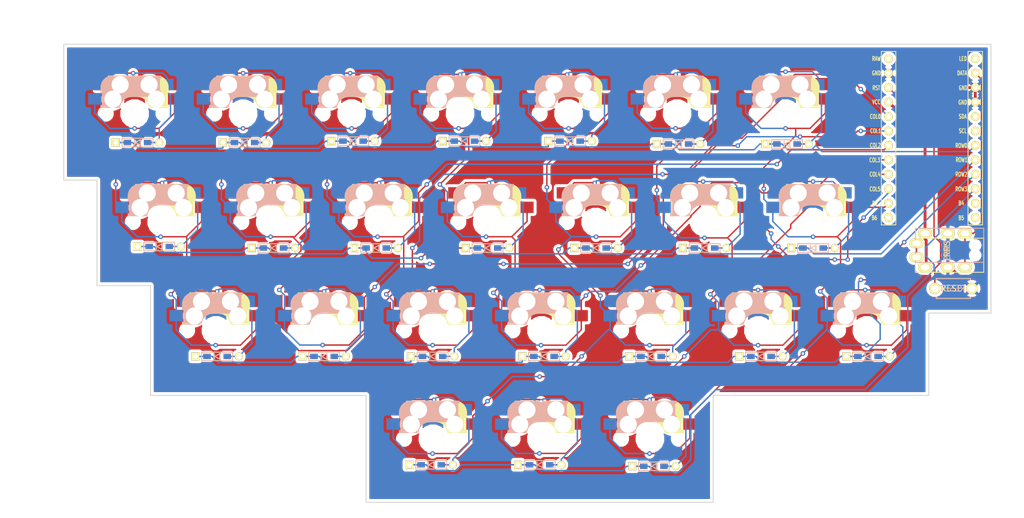
<source format=kicad_pcb>
(kicad_pcb (version 20171130) (host pcbnew "(5.0.1-3-g963ef8bb5)")
  (layers (0 F.Cu signal) (31 B.Cu signal) (34 B.Paste user) (35 F.Paste user) (36 B.SilkS user) (37 F.SilkS user) (38 B.Mask user) (39 F.Mask user) (44 Edge.Cuts user))
  (net 0 "")
  (net 1 row0)
  (net 2 "Net-(D1-Pad2)")
  (net 3 "Net-(D2-Pad2)")
  (net 4 "Net-(D3-Pad2)")
  (net 5 "Net-(D4-Pad2)")
  (net 6 "Net-(D5-Pad2)")
  (net 7 "Net-(D6-Pad2)")
  (net 8 "Net-(D7-Pad2)")
  (net 9 "Net-(D8-Pad2)")
  (net 10 row1)
  (net 11 "Net-(D9-Pad2)")
  (net 12 "Net-(D10-Pad2)")
  (net 13 "Net-(D11-Pad2)")
  (net 14 "Net-(D12-Pad2)")
  (net 15 "Net-(D13-Pad2)")
  (net 16 "Net-(D14-Pad2)")
  (net 17 row2)
  (net 18 "Net-(D15-Pad2)")
  (net 19 "Net-(D16-Pad2)")
  (net 20 "Net-(D17-Pad2)")
  (net 21 "Net-(D18-Pad2)")
  (net 22 "Net-(D19-Pad2)")
  (net 23 "Net-(D20-Pad2)")
  (net 24 "Net-(D21-Pad2)")
  (net 25 "Net-(D22-Pad2)")
  (net 26 row3)
  (net 27 "Net-(D23-Pad2)")
  (net 28 "Net-(D24-Pad2)")
  (net 29 VCC)
  (net 30 "Net-(J1-PadA)")
  (net 31 data)
  (net 32 GND)
  (net 33 col0)
  (net 34 col1)
  (net 35 col2)
  (net 36 col3)
  (net 37 col4)
  (net 38 col5)
  (net 39 col6)
  (net 40 reset)
  (net 41 "Net-(U1-Pad24)")
  (net 42 "Net-(U1-Pad13)")
  (net 43 "Net-(U1-Pad12)")
  (net 44 "Net-(U1-Pad11)")
  (net 45 "Net-(U1-Pad6)")
  (net 46 "Net-(U1-Pad5)")
  (net 47 "Net-(U1-Pad1)")
  (module kbd:CherryMX_Hotswap (layer F.Cu) (at 130.4925 54.61)
    (fp_text reference SW11 hide)
    (fp_text value SW_PUSH hide)
    (pad 1 smd rect (at -7 -2.58 180) (size 2.3 2) (layers B.Cu B.Paste B.Mask) (net 36 col3))
    (pad 1 smd rect (at 7 -2.58 180) (size 2.3 2) (layers F.Cu F.Paste F.Mask) (net 36 col3))
    (pad 2 smd rect (at -5.7 -5.12 180) (size 2.3 2) (layers F.Cu F.Paste F.Mask) (net 13 "Net-(D11-Pad2)"))
    (pad "" np_thru_hole circle (at -3.81 -2.54 180) (size 3 3) (drill 3) (layers *.Cu *.Mask))
    (pad "" np_thru_hole circle (at -2.54 -5.08 180) (size 3 3) (drill 3) (layers *.Cu *.Mask))
    (pad "" np_thru_hole circle (at 3.81 -2.540001 180) (size 3 3) (drill 3) (layers *.Cu *.Mask))
    (pad "" np_thru_hole circle (at 2.54 -5.08 180) (size 3 3) (drill 3) (layers *.Cu *.Mask))
    (pad "" np_thru_hole circle (at 0 0 90) (size 4 4) (drill 4) (layers *.Cu *.Mask F.SilkS))
    (pad "" np_thru_hole circle (at 5.08 0) (size 1.8 1.8) (drill 1.8) (layers *.Cu *.Mask F.SilkS))
    (pad "" np_thru_hole circle (at -5.08 0) (size 1.8 1.8) (drill 1.8) (layers *.Cu *.Mask F.SilkS))
    (pad 2 smd rect (at 5.7 -5.12 180) (size 2.3 2) (layers B.Cu B.Paste B.Mask) (net 13 "Net-(D11-Pad2)"))
  )
  (module kbd:MJ-4PP-9 (layer F.Cu) (at 217.678 60.452 270)
    (fp_text reference J1)
    (fp_text value MJ-4PP-9 hide)
    (fp_text user TRRS (at -0.8255 6.4135 270) (layer B.SilkS) (effects (justify mirror)))
    (fp_text user TRRS (at -0.75 6.45 270) (layer F.SilkS))
    (pad "" np_thru_hole circle (at -1.75 8.5 270) (size 1.2 1.2) (drill 1.2) (layers *.Cu *.Mask F.SilkS))
    (pad "" np_thru_hole circle (at -1.75 1.5 270) (size 1.2 1.2) (drill 1.2) (layers *.Cu *.Mask F.SilkS))
    (pad D thru_hole oval (at -3.85 10.3 270) (size 1.7 2.5) (drill oval 1 1.5) (layers *.Cu *.Mask F.SilkS) (net 29 VCC) (clearance 0.15))
    (pad A thru_hole oval (at 0.35 11.8 270) (size 1.7 2.5) (drill oval 1 1.5) (layers *.Cu *.Mask F.SilkS) (net 30 "Net-(J1-PadA)") (clearance 0.15))
    (pad B thru_hole oval (at -3.85 3.3 270) (size 1.7 2.5) (drill oval 1 1.5) (layers *.Cu *.Mask F.SilkS) (net 31 data))
    (pad C thru_hole oval (at -3.85 6.3 270) (size 1.7 2.5) (drill oval 1 1.5) (layers *.Cu *.Mask F.SilkS) (net 32 GND))
    (pad "" np_thru_hole circle (at 0 1.5 270) (size 1.2 1.2) (drill 1.2) (layers *.Cu *.Mask F.SilkS))
    (pad "" np_thru_hole circle (at 0 8.5 270) (size 1.2 1.2) (drill 1.2) (layers *.Cu *.Mask F.SilkS))
    (pad B thru_hole oval (at 2.1 3.3 270) (size 1.7 2.5) (drill oval 1 1.5) (layers *.Cu *.Mask F.SilkS) (net 31 data))
    (pad C thru_hole oval (at 2.1 6.3 270) (size 1.7 2.5) (drill oval 1 1.5) (layers *.Cu *.Mask F.SilkS) (net 32 GND))
    (pad D thru_hole oval (at 2.1 10.3 270) (size 1.7 2.5) (drill oval 1 1.5) (layers *.Cu *.Mask F.SilkS) (net 29 VCC) (clearance 0.15))
    (pad A thru_hole oval (at -2.1 11.8 270) (size 1.7 2.5) (drill oval 1 1.5) (layers *.Cu *.Mask F.SilkS) (net 30 "Net-(J1-PadA)") (clearance 0.15))
  )
  (module lifter:ProMicro_v3 (layer F.Cu) (at 208.534 40.386)
    (fp_text reference U1 hide)
    (fp_text value ProMicro hide)
    (fp_text user ROW1 (at 5.25 3.302) (layer F.SilkS) (effects (font (size 0.75 0.5) (thickness 0.125))))
    (fp_text user COL4 (at -9.95 5.85) (layer F.SilkS) (effects (font (size 0.75 0.5) (thickness 0.125))))
    (fp_text user ROW2 (at 5.2 5.85) (layer F.SilkS) (effects (font (size 0.75 0.5) (thickness 0.125))))
    (fp_text user COL5 (at -9.95 8.4455) (layer F.SilkS) (effects (font (size 0.75 0.5) (thickness 0.125))))
    (fp_text user ROW3 (at 5.2 8.4455) (layer F.SilkS) (effects (font (size 0.75 0.5) (thickness 0.125))))
    (fp_text user B2 (at -9.95 10.95) (layer F.SilkS) (effects (font (size 0.75 0.5) (thickness 0.125))))
    (fp_text user B4 (at 5.2 10.922) (layer F.SilkS) (effects (font (size 0.75 0.5) (thickness 0.125))))
    (fp_text user B5 (at 5.2 13.5255) (layer F.SilkS) (effects (font (size 0.75 0.5) (thickness 0.125))))
    (fp_text user B6 (at -10.05 13.5) (layer F.SilkS) (effects (font (size 0.75 0.5) (thickness 0.125))))
    (fp_text user COL0 (at -9.9 -4.3) (layer F.SilkS) (effects (font (size 0.75 0.5) (thickness 0.125))))
    (fp_text user SDA (at 5.461 -4.318) (layer F.SilkS) (effects (font (size 0.75 0.5) (thickness 0.125))))
    (fp_text user COL1 (at -9.85 -1.778) (layer F.SilkS) (effects (font (size 0.75 0.5) (thickness 0.125))))
    (fp_text user SCL (at 5.461 -1.778) (layer F.SilkS) (effects (font (size 0.75 0.5) (thickness 0.125))))
    (fp_text user COL2 (at -9.9 0.762) (layer F.SilkS) (effects (font (size 0.75 0.5) (thickness 0.125))))
    (fp_text user ROW0 (at 5.2 0.8) (layer F.SilkS) (effects (font (size 0.75 0.5) (thickness 0.125))))
    (fp_text user COL3 (at -10 3.35) (layer F.SilkS) (effects (font (size 0.75 0.5) (thickness 0.125))))
    (fp_text user GND (at 5.461 -6.7945) (layer F.SilkS) (effects (font (size 0.75 0.5) (thickness 0.125))))
    (fp_text user VCC (at -9.7155 -6.858) (layer F.SilkS) (effects (font (size 0.75 0.5) (thickness 0.125))))
    (fp_text user GND (at 5.5245 -9.3345) (layer F.SilkS) (effects (font (size 0.75 0.5) (thickness 0.125))))
    (fp_text user RST (at -9.7155 -9.3345) (layer F.SilkS) (effects (font (size 0.75 0.5) (thickness 0.125))))
    (fp_text user DATA (at 5.35 -11.95) (layer F.SilkS) (effects (font (size 0.75 0.5) (thickness 0.125))))
    (fp_text user GND (at -9.7155 -11.938) (layer F.SilkS) (effects (font (size 0.75 0.5) (thickness 0.125))))
    (fp_text user LED (at 5.5 -14.478) (layer F.SilkS) (effects (font (size 0.75 0.5) (thickness 0.125))))
    (fp_text user RAW (at -9.7155 -14.478) (layer F.SilkS) (effects (font (size 0.75 0.5) (thickness 0.125))))
    (fp_text user "" (at -1.2065 -16.256) (layer B.SilkS) (effects (justify mirror)))
    (fp_text user "" (at -0.5 -17.25) (layer F.SilkS))
    (pad 24 thru_hole circle (at -7.5636 -14.478) (size 1.524 1.524) (drill 0.8128) (layers *.Cu *.Mask F.SilkS) (net 41 "Net-(U1-Pad24)"))
    (pad 23 thru_hole circle (at -7.5636 -11.938) (size 1.524 1.524) (drill 0.8128) (layers *.Cu *.Mask F.SilkS) (net 32 GND))
    (pad 22 thru_hole circle (at -7.5636 -9.398) (size 1.524 1.524) (drill 0.8128) (layers *.Cu *.Mask F.SilkS) (net 40 reset))
    (pad 21 thru_hole circle (at -7.5636 -6.858) (size 1.524 1.524) (drill 0.8128) (layers *.Cu *.Mask F.SilkS) (net 29 VCC))
    (pad 20 thru_hole circle (at -7.5636 -4.318) (size 1.524 1.524) (drill 0.8128) (layers *.Cu *.Mask F.SilkS) (net 33 col0))
    (pad 19 thru_hole circle (at -7.5636 -1.778) (size 1.524 1.524) (drill 0.8128) (layers *.Cu *.Mask F.SilkS) (net 34 col1))
    (pad 18 thru_hole circle (at -7.5636 0.762) (size 1.524 1.524) (drill 0.8128) (layers *.Cu *.Mask F.SilkS) (net 35 col2))
    (pad 17 thru_hole circle (at -7.5636 3.302) (size 1.524 1.524) (drill 0.8128) (layers *.Cu *.Mask F.SilkS) (net 36 col3))
    (pad 16 thru_hole circle (at -7.5636 5.842) (size 1.524 1.524) (drill 0.8128) (layers *.Cu *.Mask F.SilkS) (net 37 col4))
    (pad 15 thru_hole circle (at -7.5636 8.382) (size 1.524 1.524) (drill 0.8128) (layers *.Cu *.Mask F.SilkS) (net 38 col5))
    (pad 14 thru_hole circle (at -7.5636 10.922) (size 1.524 1.524) (drill 0.8128) (layers *.Cu *.Mask F.SilkS) (net 39 col6))
    (pad 13 thru_hole circle (at -7.5636 13.462) (size 1.524 1.524) (drill 0.8128) (layers *.Cu *.Mask F.SilkS) (net 42 "Net-(U1-Pad13)"))
    (pad 12 thru_hole circle (at 7.6564 13.462) (size 1.524 1.524) (drill 0.8128) (layers *.Cu *.Mask F.SilkS) (net 43 "Net-(U1-Pad12)"))
    (pad 11 thru_hole circle (at 7.6564 10.922) (size 1.524 1.524) (drill 0.8128) (layers *.Cu *.Mask F.SilkS) (net 44 "Net-(U1-Pad11)"))
    (pad 10 thru_hole circle (at 7.6564 8.382) (size 1.524 1.524) (drill 0.8128) (layers *.Cu *.Mask F.SilkS) (net 26 row3))
    (pad 9 thru_hole circle (at 7.6564 5.842) (size 1.524 1.524) (drill 0.8128) (layers *.Cu *.Mask F.SilkS) (net 17 row2))
    (pad 8 thru_hole circle (at 7.6564 3.302) (size 1.524 1.524) (drill 0.8128) (layers *.Cu *.Mask F.SilkS) (net 10 row1))
    (pad 7 thru_hole circle (at 7.6564 0.762) (size 1.524 1.524) (drill 0.8128) (layers *.Cu *.Mask F.SilkS) (net 1 row0))
    (pad 6 thru_hole circle (at 7.6564 -1.778) (size 1.524 1.524) (drill 0.8128) (layers *.Cu *.Mask F.SilkS) (net 45 "Net-(U1-Pad6)"))
    (pad 5 thru_hole circle (at 7.6564 -4.318) (size 1.524 1.524) (drill 0.8128) (layers *.Cu *.Mask F.SilkS) (net 46 "Net-(U1-Pad5)"))
    (pad 4 thru_hole circle (at 7.6564 -6.858) (size 1.524 1.524) (drill 0.8128) (layers *.Cu *.Mask F.SilkS) (net 32 GND))
    (pad 3 thru_hole circle (at 7.6564 -9.398) (size 1.524 1.524) (drill 0.8128) (layers *.Cu *.Mask F.SilkS) (net 32 GND))
    (pad 2 thru_hole circle (at 7.6564 -11.938) (size 1.524 1.524) (drill 0.8128) (layers *.Cu *.Mask F.SilkS) (net 31 data))
    (pad 1 thru_hole circle (at 7.6564 -14.478) (size 1.524 1.524) (drill 0.8128) (layers *.Cu *.Mask F.SilkS) (net 47 "Net-(U1-Pad1)"))
  )
  (module kbd:D3_TH_SMD (layer F.Cu) (at 69.088 40.64)
    (fp_text reference D1 hide)
    (fp_text value D hide)
    (pad 1 smd rect (at -1.775 0) (size 1.3 0.95) (layers F.Cu F.Paste F.Mask) (net 1 row0))
    (pad 2 smd rect (at 1.775 0) (size 1.3 0.95) (layers B.Cu B.Paste B.Mask) (net 2 "Net-(D1-Pad2)"))
    (pad 1 smd rect (at -1.775 0) (size 1.3 0.95) (layers B.Cu B.Paste B.Mask) (net 1 row0))
    (pad 1 thru_hole rect (at -3.81 0) (size 1.397 1.397) (drill 0.8128) (layers *.Cu *.Mask F.SilkS) (net 1 row0))
    (pad 2 thru_hole circle (at 3.81 0) (size 1.397 1.397) (drill 0.8128) (layers *.Cu *.Mask F.SilkS) (net 2 "Net-(D1-Pad2)"))
    (pad 2 smd rect (at 1.775 0) (size 1.3 0.95) (layers F.Cu F.Paste F.Mask) (net 2 "Net-(D1-Pad2)"))
  )
  (module kbd:D3_TH_SMD (layer F.Cu) (at 87.884 40.64)
    (fp_text reference D2 hide)
    (fp_text value D hide)
    (pad 2 smd rect (at 1.775 0) (size 1.3 0.95) (layers F.Cu F.Paste F.Mask) (net 3 "Net-(D2-Pad2)"))
    (pad 2 thru_hole circle (at 3.81 0) (size 1.397 1.397) (drill 0.8128) (layers *.Cu *.Mask F.SilkS) (net 3 "Net-(D2-Pad2)"))
    (pad 1 thru_hole rect (at -3.81 0) (size 1.397 1.397) (drill 0.8128) (layers *.Cu *.Mask F.SilkS) (net 1 row0))
    (pad 1 smd rect (at -1.775 0) (size 1.3 0.95) (layers B.Cu B.Paste B.Mask) (net 1 row0))
    (pad 2 smd rect (at 1.775 0) (size 1.3 0.95) (layers B.Cu B.Paste B.Mask) (net 3 "Net-(D2-Pad2)"))
    (pad 1 smd rect (at -1.775 0) (size 1.3 0.95) (layers F.Cu F.Paste F.Mask) (net 1 row0))
  )
  (module kbd:D3_TH_SMD (layer F.Cu) (at 106.934 40.386)
    (fp_text reference D3 hide)
    (fp_text value D hide)
    (pad 1 smd rect (at -1.775 0) (size 1.3 0.95) (layers F.Cu F.Paste F.Mask) (net 1 row0))
    (pad 2 smd rect (at 1.775 0) (size 1.3 0.95) (layers B.Cu B.Paste B.Mask) (net 4 "Net-(D3-Pad2)"))
    (pad 1 smd rect (at -1.775 0) (size 1.3 0.95) (layers B.Cu B.Paste B.Mask) (net 1 row0))
    (pad 1 thru_hole rect (at -3.81 0) (size 1.397 1.397) (drill 0.8128) (layers *.Cu *.Mask F.SilkS) (net 1 row0))
    (pad 2 thru_hole circle (at 3.81 0) (size 1.397 1.397) (drill 0.8128) (layers *.Cu *.Mask F.SilkS) (net 4 "Net-(D3-Pad2)"))
    (pad 2 smd rect (at 1.775 0) (size 1.3 0.95) (layers F.Cu F.Paste F.Mask) (net 4 "Net-(D3-Pad2)"))
  )
  (module kbd:D3_TH_SMD (layer F.Cu) (at 126.492 40.386)
    (fp_text reference D4 hide)
    (fp_text value D hide)
    (pad 2 smd rect (at 1.775 0) (size 1.3 0.95) (layers F.Cu F.Paste F.Mask) (net 5 "Net-(D4-Pad2)"))
    (pad 2 thru_hole circle (at 3.81 0) (size 1.397 1.397) (drill 0.8128) (layers *.Cu *.Mask F.SilkS) (net 5 "Net-(D4-Pad2)"))
    (pad 1 thru_hole rect (at -3.81 0) (size 1.397 1.397) (drill 0.8128) (layers *.Cu *.Mask F.SilkS) (net 1 row0))
    (pad 1 smd rect (at -1.775 0) (size 1.3 0.95) (layers B.Cu B.Paste B.Mask) (net 1 row0))
    (pad 2 smd rect (at 1.775 0) (size 1.3 0.95) (layers B.Cu B.Paste B.Mask) (net 5 "Net-(D4-Pad2)"))
    (pad 1 smd rect (at -1.775 0) (size 1.3 0.95) (layers F.Cu F.Paste F.Mask) (net 1 row0))
  )
  (module kbd:D3_TH_SMD (layer F.Cu) (at 145.034 40.386)
    (fp_text reference D5 hide)
    (fp_text value D hide)
    (pad 1 smd rect (at -1.775 0) (size 1.3 0.95) (layers F.Cu F.Paste F.Mask) (net 1 row0))
    (pad 2 smd rect (at 1.775 0) (size 1.3 0.95) (layers B.Cu B.Paste B.Mask) (net 6 "Net-(D5-Pad2)"))
    (pad 1 smd rect (at -1.775 0) (size 1.3 0.95) (layers B.Cu B.Paste B.Mask) (net 1 row0))
    (pad 1 thru_hole rect (at -3.81 0) (size 1.397 1.397) (drill 0.8128) (layers *.Cu *.Mask F.SilkS) (net 1 row0))
    (pad 2 thru_hole circle (at 3.81 0) (size 1.397 1.397) (drill 0.8128) (layers *.Cu *.Mask F.SilkS) (net 6 "Net-(D5-Pad2)"))
    (pad 2 smd rect (at 1.775 0) (size 1.3 0.95) (layers F.Cu F.Paste F.Mask) (net 6 "Net-(D5-Pad2)"))
  )
  (module kbd:D3_TH_SMD (layer F.Cu) (at 164.084 40.894)
    (fp_text reference D6 hide)
    (fp_text value D hide)
    (pad 2 smd rect (at 1.775 0) (size 1.3 0.95) (layers F.Cu F.Paste F.Mask) (net 7 "Net-(D6-Pad2)"))
    (pad 2 thru_hole circle (at 3.81 0) (size 1.397 1.397) (drill 0.8128) (layers *.Cu *.Mask F.SilkS) (net 7 "Net-(D6-Pad2)"))
    (pad 1 thru_hole rect (at -3.81 0) (size 1.397 1.397) (drill 0.8128) (layers *.Cu *.Mask F.SilkS) (net 1 row0))
    (pad 1 smd rect (at -1.775 0) (size 1.3 0.95) (layers B.Cu B.Paste B.Mask) (net 1 row0))
    (pad 2 smd rect (at 1.775 0) (size 1.3 0.95) (layers B.Cu B.Paste B.Mask) (net 7 "Net-(D6-Pad2)"))
    (pad 1 smd rect (at -1.775 0) (size 1.3 0.95) (layers F.Cu F.Paste F.Mask) (net 1 row0))
  )
  (module kbd:D3_TH_SMD (layer F.Cu) (at 183.134 40.894)
    (fp_text reference D7 hide)
    (fp_text value D hide)
    (pad 1 smd rect (at -1.775 0) (size 1.3 0.95) (layers F.Cu F.Paste F.Mask) (net 1 row0))
    (pad 2 smd rect (at 1.775 0) (size 1.3 0.95) (layers B.Cu B.Paste B.Mask) (net 8 "Net-(D7-Pad2)"))
    (pad 1 smd rect (at -1.775 0) (size 1.3 0.95) (layers B.Cu B.Paste B.Mask) (net 1 row0))
    (pad 1 thru_hole rect (at -3.81 0) (size 1.397 1.397) (drill 0.8128) (layers *.Cu *.Mask F.SilkS) (net 1 row0))
    (pad 2 thru_hole circle (at 3.81 0) (size 1.397 1.397) (drill 0.8128) (layers *.Cu *.Mask F.SilkS) (net 8 "Net-(D7-Pad2)"))
    (pad 2 smd rect (at 1.775 0) (size 1.3 0.95) (layers F.Cu F.Paste F.Mask) (net 8 "Net-(D7-Pad2)"))
  )
  (module kbd:D3_TH_SMD (layer F.Cu) (at 72.898 58.928)
    (fp_text reference D8 hide)
    (fp_text value D hide)
    (pad 2 smd rect (at 1.775 0) (size 1.3 0.95) (layers F.Cu F.Paste F.Mask) (net 9 "Net-(D8-Pad2)"))
    (pad 2 thru_hole circle (at 3.81 0) (size 1.397 1.397) (drill 0.8128) (layers *.Cu *.Mask F.SilkS) (net 9 "Net-(D8-Pad2)"))
    (pad 1 thru_hole rect (at -3.81 0) (size 1.397 1.397) (drill 0.8128) (layers *.Cu *.Mask F.SilkS) (net 10 row1))
    (pad 1 smd rect (at -1.775 0) (size 1.3 0.95) (layers B.Cu B.Paste B.Mask) (net 10 row1))
    (pad 2 smd rect (at 1.775 0) (size 1.3 0.95) (layers B.Cu B.Paste B.Mask) (net 9 "Net-(D8-Pad2)"))
    (pad 1 smd rect (at -1.775 0) (size 1.3 0.95) (layers F.Cu F.Paste F.Mask) (net 10 row1))
  )
  (module kbd:D3_TH_SMD (layer F.Cu) (at 92.964 59.182)
    (fp_text reference D9 hide)
    (fp_text value D hide)
    (pad 1 smd rect (at -1.775 0) (size 1.3 0.95) (layers F.Cu F.Paste F.Mask) (net 10 row1))
    (pad 2 smd rect (at 1.775 0) (size 1.3 0.95) (layers B.Cu B.Paste B.Mask) (net 11 "Net-(D9-Pad2)"))
    (pad 1 smd rect (at -1.775 0) (size 1.3 0.95) (layers B.Cu B.Paste B.Mask) (net 10 row1))
    (pad 1 thru_hole rect (at -3.81 0) (size 1.397 1.397) (drill 0.8128) (layers *.Cu *.Mask F.SilkS) (net 10 row1))
    (pad 2 thru_hole circle (at 3.81 0) (size 1.397 1.397) (drill 0.8128) (layers *.Cu *.Mask F.SilkS) (net 11 "Net-(D9-Pad2)"))
    (pad 2 smd rect (at 1.775 0) (size 1.3 0.95) (layers F.Cu F.Paste F.Mask) (net 11 "Net-(D9-Pad2)"))
  )
  (module kbd:D3_TH_SMD (layer F.Cu) (at 110.998 59.182)
    (fp_text reference D10 hide)
    (fp_text value D hide)
    (pad 2 smd rect (at 1.775 0) (size 1.3 0.95) (layers F.Cu F.Paste F.Mask) (net 12 "Net-(D10-Pad2)"))
    (pad 2 thru_hole circle (at 3.81 0) (size 1.397 1.397) (drill 0.8128) (layers *.Cu *.Mask F.SilkS) (net 12 "Net-(D10-Pad2)"))
    (pad 1 thru_hole rect (at -3.81 0) (size 1.397 1.397) (drill 0.8128) (layers *.Cu *.Mask F.SilkS) (net 10 row1))
    (pad 1 smd rect (at -1.775 0) (size 1.3 0.95) (layers B.Cu B.Paste B.Mask) (net 10 row1))
    (pad 2 smd rect (at 1.775 0) (size 1.3 0.95) (layers B.Cu B.Paste B.Mask) (net 12 "Net-(D10-Pad2)"))
    (pad 1 smd rect (at -1.775 0) (size 1.3 0.95) (layers F.Cu F.Paste F.Mask) (net 10 row1))
  )
  (module kbd:D3_TH_SMD (layer F.Cu) (at 130.556 59.182)
    (fp_text reference D11 hide)
    (fp_text value D hide)
    (pad 1 smd rect (at -1.775 0) (size 1.3 0.95) (layers F.Cu F.Paste F.Mask) (net 10 row1))
    (pad 2 smd rect (at 1.775 0) (size 1.3 0.95) (layers B.Cu B.Paste B.Mask) (net 13 "Net-(D11-Pad2)"))
    (pad 1 smd rect (at -1.775 0) (size 1.3 0.95) (layers B.Cu B.Paste B.Mask) (net 10 row1))
    (pad 1 thru_hole rect (at -3.81 0) (size 1.397 1.397) (drill 0.8128) (layers *.Cu *.Mask F.SilkS) (net 10 row1))
    (pad 2 thru_hole circle (at 3.81 0) (size 1.397 1.397) (drill 0.8128) (layers *.Cu *.Mask F.SilkS) (net 13 "Net-(D11-Pad2)"))
    (pad 2 smd rect (at 1.775 0) (size 1.3 0.95) (layers F.Cu F.Paste F.Mask) (net 13 "Net-(D11-Pad2)"))
  )
  (module kbd:D3_TH_SMD (layer F.Cu) (at 149.606 59.182)
    (fp_text reference D12 hide)
    (fp_text value D hide)
    (pad 2 smd rect (at 1.775 0) (size 1.3 0.95) (layers F.Cu F.Paste F.Mask) (net 14 "Net-(D12-Pad2)"))
    (pad 2 thru_hole circle (at 3.81 0) (size 1.397 1.397) (drill 0.8128) (layers *.Cu *.Mask F.SilkS) (net 14 "Net-(D12-Pad2)"))
    (pad 1 thru_hole rect (at -3.81 0) (size 1.397 1.397) (drill 0.8128) (layers *.Cu *.Mask F.SilkS) (net 10 row1))
    (pad 1 smd rect (at -1.775 0) (size 1.3 0.95) (layers B.Cu B.Paste B.Mask) (net 10 row1))
    (pad 2 smd rect (at 1.775 0) (size 1.3 0.95) (layers B.Cu B.Paste B.Mask) (net 14 "Net-(D12-Pad2)"))
    (pad 1 smd rect (at -1.775 0) (size 1.3 0.95) (layers F.Cu F.Paste F.Mask) (net 10 row1))
  )
  (module kbd:D3_TH_SMD (layer F.Cu) (at 168.656 59.182)
    (fp_text reference D13 hide)
    (fp_text value D hide)
    (pad 2 smd rect (at 1.775 0) (size 1.3 0.95) (layers F.Cu F.Paste F.Mask) (net 15 "Net-(D13-Pad2)"))
    (pad 2 thru_hole circle (at 3.81 0) (size 1.397 1.397) (drill 0.8128) (layers *.Cu *.Mask F.SilkS) (net 15 "Net-(D13-Pad2)"))
    (pad 1 thru_hole rect (at -3.81 0) (size 1.397 1.397) (drill 0.8128) (layers *.Cu *.Mask F.SilkS) (net 10 row1))
    (pad 1 smd rect (at -1.775 0) (size 1.3 0.95) (layers B.Cu B.Paste B.Mask) (net 10 row1))
    (pad 2 smd rect (at 1.775 0) (size 1.3 0.95) (layers B.Cu B.Paste B.Mask) (net 15 "Net-(D13-Pad2)"))
    (pad 1 smd rect (at -1.775 0) (size 1.3 0.95) (layers F.Cu F.Paste F.Mask) (net 10 row1))
  )
  (module kbd:D3_TH_SMD (layer F.Cu) (at 187.706 59.182)
    (fp_text reference D14 hide)
    (fp_text value D hide)
    (pad 2 smd rect (at 1.775 0) (size 1.3 0.95) (layers F.Cu F.Paste F.Mask) (net 16 "Net-(D14-Pad2)"))
    (pad 2 thru_hole circle (at 3.81 0) (size 1.397 1.397) (drill 0.8128) (layers *.Cu *.Mask F.SilkS) (net 16 "Net-(D14-Pad2)"))
    (pad 1 thru_hole rect (at -3.81 0) (size 1.397 1.397) (drill 0.8128) (layers *.Cu *.Mask F.SilkS) (net 10 row1))
    (pad 1 smd rect (at -1.775 0) (size 1.3 0.95) (layers B.Cu B.Paste B.Mask) (net 10 row1))
    (pad 2 smd rect (at 1.775 0) (size 1.3 0.95) (layers B.Cu B.Paste B.Mask) (net 16 "Net-(D14-Pad2)"))
    (pad 1 smd rect (at -1.775 0) (size 1.3 0.95) (layers F.Cu F.Paste F.Mask) (net 10 row1))
  )
  (module kbd:D3_TH_SMD (layer F.Cu) (at 83.058 78.232)
    (fp_text reference D15 hide)
    (fp_text value D hide)
    (pad 1 smd rect (at -1.775 0) (size 1.3 0.95) (layers F.Cu F.Paste F.Mask) (net 17 row2))
    (pad 2 smd rect (at 1.775 0) (size 1.3 0.95) (layers B.Cu B.Paste B.Mask) (net 18 "Net-(D15-Pad2)"))
    (pad 1 smd rect (at -1.775 0) (size 1.3 0.95) (layers B.Cu B.Paste B.Mask) (net 17 row2))
    (pad 1 thru_hole rect (at -3.81 0) (size 1.397 1.397) (drill 0.8128) (layers *.Cu *.Mask F.SilkS) (net 17 row2))
    (pad 2 thru_hole circle (at 3.81 0) (size 1.397 1.397) (drill 0.8128) (layers *.Cu *.Mask F.SilkS) (net 18 "Net-(D15-Pad2)"))
    (pad 2 smd rect (at 1.775 0) (size 1.3 0.95) (layers F.Cu F.Paste F.Mask) (net 18 "Net-(D15-Pad2)"))
  )
  (module kbd:D3_TH_SMD (layer F.Cu) (at 101.854 78.232)
    (fp_text reference D16 hide)
    (fp_text value D hide)
    (pad 2 smd rect (at 1.775 0) (size 1.3 0.95) (layers F.Cu F.Paste F.Mask) (net 19 "Net-(D16-Pad2)"))
    (pad 2 thru_hole circle (at 3.81 0) (size 1.397 1.397) (drill 0.8128) (layers *.Cu *.Mask F.SilkS) (net 19 "Net-(D16-Pad2)"))
    (pad 1 thru_hole rect (at -3.81 0) (size 1.397 1.397) (drill 0.8128) (layers *.Cu *.Mask F.SilkS) (net 17 row2))
    (pad 1 smd rect (at -1.775 0) (size 1.3 0.95) (layers B.Cu B.Paste B.Mask) (net 17 row2))
    (pad 2 smd rect (at 1.775 0) (size 1.3 0.95) (layers B.Cu B.Paste B.Mask) (net 19 "Net-(D16-Pad2)"))
    (pad 1 smd rect (at -1.775 0) (size 1.3 0.95) (layers F.Cu F.Paste F.Mask) (net 17 row2))
  )
  (module kbd:D3_TH_SMD (layer F.Cu) (at 120.904 78.232)
    (fp_text reference D17 hide)
    (fp_text value D hide)
    (pad 1 smd rect (at -1.775 0) (size 1.3 0.95) (layers F.Cu F.Paste F.Mask) (net 17 row2))
    (pad 2 smd rect (at 1.775 0) (size 1.3 0.95) (layers B.Cu B.Paste B.Mask) (net 20 "Net-(D17-Pad2)"))
    (pad 1 smd rect (at -1.775 0) (size 1.3 0.95) (layers B.Cu B.Paste B.Mask) (net 17 row2))
    (pad 1 thru_hole rect (at -3.81 0) (size 1.397 1.397) (drill 0.8128) (layers *.Cu *.Mask F.SilkS) (net 17 row2))
    (pad 2 thru_hole circle (at 3.81 0) (size 1.397 1.397) (drill 0.8128) (layers *.Cu *.Mask F.SilkS) (net 20 "Net-(D17-Pad2)"))
    (pad 2 smd rect (at 1.775 0) (size 1.3 0.95) (layers F.Cu F.Paste F.Mask) (net 20 "Net-(D17-Pad2)"))
  )
  (module kbd:D3_TH_SMD (layer F.Cu) (at 140.462 78.232)
    (fp_text reference D18 hide)
    (fp_text value D hide)
    (pad 2 smd rect (at 1.775 0) (size 1.3 0.95) (layers F.Cu F.Paste F.Mask) (net 21 "Net-(D18-Pad2)"))
    (pad 2 thru_hole circle (at 3.81 0) (size 1.397 1.397) (drill 0.8128) (layers *.Cu *.Mask F.SilkS) (net 21 "Net-(D18-Pad2)"))
    (pad 1 thru_hole rect (at -3.81 0) (size 1.397 1.397) (drill 0.8128) (layers *.Cu *.Mask F.SilkS) (net 17 row2))
    (pad 1 smd rect (at -1.775 0) (size 1.3 0.95) (layers B.Cu B.Paste B.Mask) (net 17 row2))
    (pad 2 smd rect (at 1.775 0) (size 1.3 0.95) (layers B.Cu B.Paste B.Mask) (net 21 "Net-(D18-Pad2)"))
    (pad 1 smd rect (at -1.775 0) (size 1.3 0.95) (layers F.Cu F.Paste F.Mask) (net 17 row2))
  )
  (module kbd:D3_TH_SMD (layer F.Cu) (at 159.258 78.232)
    (fp_text reference D19 hide)
    (fp_text value D hide)
    (pad 1 smd rect (at -1.775 0) (size 1.3 0.95) (layers F.Cu F.Paste F.Mask) (net 17 row2))
    (pad 2 smd rect (at 1.775 0) (size 1.3 0.95) (layers B.Cu B.Paste B.Mask) (net 22 "Net-(D19-Pad2)"))
    (pad 1 smd rect (at -1.775 0) (size 1.3 0.95) (layers B.Cu B.Paste B.Mask) (net 17 row2))
    (pad 1 thru_hole rect (at -3.81 0) (size 1.397 1.397) (drill 0.8128) (layers *.Cu *.Mask F.SilkS) (net 17 row2))
    (pad 2 thru_hole circle (at 3.81 0) (size 1.397 1.397) (drill 0.8128) (layers *.Cu *.Mask F.SilkS) (net 22 "Net-(D19-Pad2)"))
    (pad 2 smd rect (at 1.775 0) (size 1.3 0.95) (layers F.Cu F.Paste F.Mask) (net 22 "Net-(D19-Pad2)"))
  )
  (module kbd:D3_TH_SMD (layer F.Cu) (at 178.562 78.232)
    (fp_text reference D20 hide)
    (fp_text value D hide)
    (pad 2 smd rect (at 1.775 0) (size 1.3 0.95) (layers F.Cu F.Paste F.Mask) (net 23 "Net-(D20-Pad2)"))
    (pad 2 thru_hole circle (at 3.81 0) (size 1.397 1.397) (drill 0.8128) (layers *.Cu *.Mask F.SilkS) (net 23 "Net-(D20-Pad2)"))
    (pad 1 thru_hole rect (at -3.81 0) (size 1.397 1.397) (drill 0.8128) (layers *.Cu *.Mask F.SilkS) (net 17 row2))
    (pad 1 smd rect (at -1.775 0) (size 1.3 0.95) (layers B.Cu B.Paste B.Mask) (net 17 row2))
    (pad 2 smd rect (at 1.775 0) (size 1.3 0.95) (layers B.Cu B.Paste B.Mask) (net 23 "Net-(D20-Pad2)"))
    (pad 1 smd rect (at -1.775 0) (size 1.3 0.95) (layers F.Cu F.Paste F.Mask) (net 17 row2))
  )
  (module kbd:D3_TH_SMD (layer F.Cu) (at 197.358 78.232)
    (fp_text reference D21 hide)
    (fp_text value D hide)
    (pad 1 smd rect (at -1.775 0) (size 1.3 0.95) (layers F.Cu F.Paste F.Mask) (net 17 row2))
    (pad 2 smd rect (at 1.775 0) (size 1.3 0.95) (layers B.Cu B.Paste B.Mask) (net 24 "Net-(D21-Pad2)"))
    (pad 1 smd rect (at -1.775 0) (size 1.3 0.95) (layers B.Cu B.Paste B.Mask) (net 17 row2))
    (pad 1 thru_hole rect (at -3.81 0) (size 1.397 1.397) (drill 0.8128) (layers *.Cu *.Mask F.SilkS) (net 17 row2))
    (pad 2 thru_hole circle (at 3.81 0) (size 1.397 1.397) (drill 0.8128) (layers *.Cu *.Mask F.SilkS) (net 24 "Net-(D21-Pad2)"))
    (pad 2 smd rect (at 1.775 0) (size 1.3 0.95) (layers F.Cu F.Paste F.Mask) (net 24 "Net-(D21-Pad2)"))
  )
  (module kbd:D3_TH_SMD (layer F.Cu) (at 120.65 97.282)
    (fp_text reference D22 hide)
    (fp_text value D hide)
    (pad 2 smd rect (at 1.775 0) (size 1.3 0.95) (layers F.Cu F.Paste F.Mask) (net 25 "Net-(D22-Pad2)"))
    (pad 2 thru_hole circle (at 3.81 0) (size 1.397 1.397) (drill 0.8128) (layers *.Cu *.Mask F.SilkS) (net 25 "Net-(D22-Pad2)"))
    (pad 1 thru_hole rect (at -3.81 0) (size 1.397 1.397) (drill 0.8128) (layers *.Cu *.Mask F.SilkS) (net 26 row3))
    (pad 1 smd rect (at -1.775 0) (size 1.3 0.95) (layers B.Cu B.Paste B.Mask) (net 26 row3))
    (pad 2 smd rect (at 1.775 0) (size 1.3 0.95) (layers B.Cu B.Paste B.Mask) (net 25 "Net-(D22-Pad2)"))
    (pad 1 smd rect (at -1.775 0) (size 1.3 0.95) (layers F.Cu F.Paste F.Mask) (net 26 row3))
  )
  (module kbd:D3_TH_SMD (layer F.Cu) (at 139.7 97.282)
    (fp_text reference D23 hide)
    (fp_text value D hide)
    (pad 1 smd rect (at -1.775 0) (size 1.3 0.95) (layers F.Cu F.Paste F.Mask) (net 26 row3))
    (pad 2 smd rect (at 1.775 0) (size 1.3 0.95) (layers B.Cu B.Paste B.Mask) (net 27 "Net-(D23-Pad2)"))
    (pad 1 smd rect (at -1.775 0) (size 1.3 0.95) (layers B.Cu B.Paste B.Mask) (net 26 row3))
    (pad 1 thru_hole rect (at -3.81 0) (size 1.397 1.397) (drill 0.8128) (layers *.Cu *.Mask F.SilkS) (net 26 row3))
    (pad 2 thru_hole circle (at 3.81 0) (size 1.397 1.397) (drill 0.8128) (layers *.Cu *.Mask F.SilkS) (net 27 "Net-(D23-Pad2)"))
    (pad 2 smd rect (at 1.775 0) (size 1.3 0.95) (layers F.Cu F.Paste F.Mask) (net 27 "Net-(D23-Pad2)"))
  )
  (module kbd:D3_TH_SMD (layer F.Cu) (at 159.766 97.536)
    (fp_text reference D24 hide)
    (fp_text value D hide)
    (pad 2 smd rect (at 1.775 0) (size 1.3 0.95) (layers F.Cu F.Paste F.Mask) (net 28 "Net-(D24-Pad2)"))
    (pad 2 thru_hole circle (at 3.81 0) (size 1.397 1.397) (drill 0.8128) (layers *.Cu *.Mask F.SilkS) (net 28 "Net-(D24-Pad2)"))
    (pad 1 thru_hole rect (at -3.81 0) (size 1.397 1.397) (drill 0.8128) (layers *.Cu *.Mask F.SilkS) (net 26 row3))
    (pad 1 smd rect (at -1.775 0) (size 1.3 0.95) (layers B.Cu B.Paste B.Mask) (net 26 row3))
    (pad 2 smd rect (at 1.775 0) (size 1.3 0.95) (layers B.Cu B.Paste B.Mask) (net 28 "Net-(D24-Pad2)"))
    (pad 1 smd rect (at -1.775 0) (size 1.3 0.95) (layers F.Cu F.Paste F.Mask) (net 26 row3))
  )
  (module kbd:CherryMX_Hotswap (layer F.Cu) (at 68.58 35.56)
    (fp_text reference SW1 hide)
    (fp_text value SW_PUSH hide)
    (pad 1 smd rect (at -7 -2.58 180) (size 2.3 2) (layers B.Cu B.Paste B.Mask) (net 33 col0))
    (pad 1 smd rect (at 7 -2.58 180) (size 2.3 2) (layers F.Cu F.Paste F.Mask) (net 33 col0))
    (pad 2 smd rect (at -5.7 -5.12 180) (size 2.3 2) (layers F.Cu F.Paste F.Mask) (net 2 "Net-(D1-Pad2)"))
    (pad "" np_thru_hole circle (at -3.81 -2.54 180) (size 3 3) (drill 3) (layers *.Cu *.Mask))
    (pad "" np_thru_hole circle (at -2.54 -5.08 180) (size 3 3) (drill 3) (layers *.Cu *.Mask))
    (pad "" np_thru_hole circle (at 3.81 -2.540001 180) (size 3 3) (drill 3) (layers *.Cu *.Mask))
    (pad "" np_thru_hole circle (at 2.54 -5.08 180) (size 3 3) (drill 3) (layers *.Cu *.Mask))
    (pad "" np_thru_hole circle (at 0 0 90) (size 4 4) (drill 4) (layers *.Cu *.Mask F.SilkS))
    (pad "" np_thru_hole circle (at 5.08 0) (size 1.8 1.8) (drill 1.8) (layers *.Cu *.Mask F.SilkS))
    (pad "" np_thru_hole circle (at -5.08 0) (size 1.8 1.8) (drill 1.8) (layers *.Cu *.Mask F.SilkS))
    (pad 2 smd rect (at 5.7 -5.12 180) (size 2.3 2) (layers B.Cu B.Paste B.Mask) (net 2 "Net-(D1-Pad2)"))
  )
  (module kbd:CherryMX_Hotswap (layer F.Cu) (at 87.63 35.56)
    (fp_text reference SW2 hide)
    (fp_text value SW_PUSH hide)
    (pad 2 smd rect (at 5.7 -5.12 180) (size 2.3 2) (layers B.Cu B.Paste B.Mask) (net 3 "Net-(D2-Pad2)"))
    (pad "" np_thru_hole circle (at -5.08 0) (size 1.8 1.8) (drill 1.8) (layers *.Cu *.Mask F.SilkS))
    (pad "" np_thru_hole circle (at 5.08 0) (size 1.8 1.8) (drill 1.8) (layers *.Cu *.Mask F.SilkS))
    (pad "" np_thru_hole circle (at 0 0 90) (size 4 4) (drill 4) (layers *.Cu *.Mask F.SilkS))
    (pad "" np_thru_hole circle (at 2.54 -5.08 180) (size 3 3) (drill 3) (layers *.Cu *.Mask))
    (pad "" np_thru_hole circle (at 3.81 -2.540001 180) (size 3 3) (drill 3) (layers *.Cu *.Mask))
    (pad "" np_thru_hole circle (at -2.54 -5.08 180) (size 3 3) (drill 3) (layers *.Cu *.Mask))
    (pad "" np_thru_hole circle (at -3.81 -2.54 180) (size 3 3) (drill 3) (layers *.Cu *.Mask))
    (pad 2 smd rect (at -5.7 -5.12 180) (size 2.3 2) (layers F.Cu F.Paste F.Mask) (net 3 "Net-(D2-Pad2)"))
    (pad 1 smd rect (at 7 -2.58 180) (size 2.3 2) (layers F.Cu F.Paste F.Mask) (net 34 col1))
    (pad 1 smd rect (at -7 -2.58 180) (size 2.3 2) (layers B.Cu B.Paste B.Mask) (net 34 col1))
  )
  (module kbd:CherryMX_Hotswap (layer F.Cu) (at 106.68 35.56)
    (fp_text reference SW3 hide)
    (fp_text value SW_PUSH hide)
    (pad 2 smd rect (at 5.7 -5.12 180) (size 2.3 2) (layers B.Cu B.Paste B.Mask) (net 4 "Net-(D3-Pad2)"))
    (pad "" np_thru_hole circle (at -5.08 0) (size 1.8 1.8) (drill 1.8) (layers *.Cu *.Mask F.SilkS))
    (pad "" np_thru_hole circle (at 5.08 0) (size 1.8 1.8) (drill 1.8) (layers *.Cu *.Mask F.SilkS))
    (pad "" np_thru_hole circle (at 0 0 90) (size 4 4) (drill 4) (layers *.Cu *.Mask F.SilkS))
    (pad "" np_thru_hole circle (at 2.54 -5.08 180) (size 3 3) (drill 3) (layers *.Cu *.Mask))
    (pad "" np_thru_hole circle (at 3.81 -2.540001 180) (size 3 3) (drill 3) (layers *.Cu *.Mask))
    (pad "" np_thru_hole circle (at -2.54 -5.08 180) (size 3 3) (drill 3) (layers *.Cu *.Mask))
    (pad "" np_thru_hole circle (at -3.81 -2.54 180) (size 3 3) (drill 3) (layers *.Cu *.Mask))
    (pad 2 smd rect (at -5.7 -5.12 180) (size 2.3 2) (layers F.Cu F.Paste F.Mask) (net 4 "Net-(D3-Pad2)"))
    (pad 1 smd rect (at 7 -2.58 180) (size 2.3 2) (layers F.Cu F.Paste F.Mask) (net 35 col2))
    (pad 1 smd rect (at -7 -2.58 180) (size 2.3 2) (layers B.Cu B.Paste B.Mask) (net 35 col2))
  )
  (module kbd:CherryMX_Hotswap (layer F.Cu) (at 125.73 35.56)
    (fp_text reference SW4 hide)
    (fp_text value SW_PUSH hide)
    (pad 2 smd rect (at 5.7 -5.12 180) (size 2.3 2) (layers B.Cu B.Paste B.Mask) (net 5 "Net-(D4-Pad2)"))
    (pad "" np_thru_hole circle (at -5.08 0) (size 1.8 1.8) (drill 1.8) (layers *.Cu *.Mask F.SilkS))
    (pad "" np_thru_hole circle (at 5.08 0) (size 1.8 1.8) (drill 1.8) (layers *.Cu *.Mask F.SilkS))
    (pad "" np_thru_hole circle (at 0 0 90) (size 4 4) (drill 4) (layers *.Cu *.Mask F.SilkS))
    (pad "" np_thru_hole circle (at 2.54 -5.08 180) (size 3 3) (drill 3) (layers *.Cu *.Mask))
    (pad "" np_thru_hole circle (at 3.81 -2.540001 180) (size 3 3) (drill 3) (layers *.Cu *.Mask))
    (pad "" np_thru_hole circle (at -2.54 -5.08 180) (size 3 3) (drill 3) (layers *.Cu *.Mask))
    (pad "" np_thru_hole circle (at -3.81 -2.54 180) (size 3 3) (drill 3) (layers *.Cu *.Mask))
    (pad 2 smd rect (at -5.7 -5.12 180) (size 2.3 2) (layers F.Cu F.Paste F.Mask) (net 5 "Net-(D4-Pad2)"))
    (pad 1 smd rect (at 7 -2.58 180) (size 2.3 2) (layers F.Cu F.Paste F.Mask) (net 36 col3))
    (pad 1 smd rect (at -7 -2.58 180) (size 2.3 2) (layers B.Cu B.Paste B.Mask) (net 36 col3))
  )
  (module kbd:CherryMX_Hotswap (layer F.Cu) (at 144.78 35.56)
    (fp_text reference SW5 hide)
    (fp_text value SW_PUSH hide)
    (pad 1 smd rect (at -7 -2.58 180) (size 2.3 2) (layers B.Cu B.Paste B.Mask) (net 37 col4))
    (pad 1 smd rect (at 7 -2.58 180) (size 2.3 2) (layers F.Cu F.Paste F.Mask) (net 37 col4))
    (pad 2 smd rect (at -5.7 -5.12 180) (size 2.3 2) (layers F.Cu F.Paste F.Mask) (net 6 "Net-(D5-Pad2)"))
    (pad "" np_thru_hole circle (at -3.81 -2.54 180) (size 3 3) (drill 3) (layers *.Cu *.Mask))
    (pad "" np_thru_hole circle (at -2.54 -5.08 180) (size 3 3) (drill 3) (layers *.Cu *.Mask))
    (pad "" np_thru_hole circle (at 3.81 -2.540001 180) (size 3 3) (drill 3) (layers *.Cu *.Mask))
    (pad "" np_thru_hole circle (at 2.54 -5.08 180) (size 3 3) (drill 3) (layers *.Cu *.Mask))
    (pad "" np_thru_hole circle (at 0 0 90) (size 4 4) (drill 4) (layers *.Cu *.Mask F.SilkS))
    (pad "" np_thru_hole circle (at 5.08 0) (size 1.8 1.8) (drill 1.8) (layers *.Cu *.Mask F.SilkS))
    (pad "" np_thru_hole circle (at -5.08 0) (size 1.8 1.8) (drill 1.8) (layers *.Cu *.Mask F.SilkS))
    (pad 2 smd rect (at 5.7 -5.12 180) (size 2.3 2) (layers B.Cu B.Paste B.Mask) (net 6 "Net-(D5-Pad2)"))
  )
  (module kbd:CherryMX_Hotswap (layer F.Cu) (at 163.83 35.56)
    (fp_text reference SW6 hide)
    (fp_text value SW_PUSH hide)
    (pad 2 smd rect (at 5.7 -5.12 180) (size 2.3 2) (layers B.Cu B.Paste B.Mask) (net 7 "Net-(D6-Pad2)"))
    (pad "" np_thru_hole circle (at -5.08 0) (size 1.8 1.8) (drill 1.8) (layers *.Cu *.Mask F.SilkS))
    (pad "" np_thru_hole circle (at 5.08 0) (size 1.8 1.8) (drill 1.8) (layers *.Cu *.Mask F.SilkS))
    (pad "" np_thru_hole circle (at 0 0 90) (size 4 4) (drill 4) (layers *.Cu *.Mask F.SilkS))
    (pad "" np_thru_hole circle (at 2.54 -5.08 180) (size 3 3) (drill 3) (layers *.Cu *.Mask))
    (pad "" np_thru_hole circle (at 3.81 -2.540001 180) (size 3 3) (drill 3) (layers *.Cu *.Mask))
    (pad "" np_thru_hole circle (at -2.54 -5.08 180) (size 3 3) (drill 3) (layers *.Cu *.Mask))
    (pad "" np_thru_hole circle (at -3.81 -2.54 180) (size 3 3) (drill 3) (layers *.Cu *.Mask))
    (pad 2 smd rect (at -5.7 -5.12 180) (size 2.3 2) (layers F.Cu F.Paste F.Mask) (net 7 "Net-(D6-Pad2)"))
    (pad 1 smd rect (at 7 -2.58 180) (size 2.3 2) (layers F.Cu F.Paste F.Mask) (net 38 col5))
    (pad 1 smd rect (at -7 -2.58 180) (size 2.3 2) (layers B.Cu B.Paste B.Mask) (net 38 col5))
  )
  (module kbd:CherryMX_Hotswap (layer F.Cu) (at 182.88 35.56)
    (fp_text reference SW7 hide)
    (fp_text value SW_PUSH hide)
    (pad 1 smd rect (at -7 -2.58 180) (size 2.3 2) (layers B.Cu B.Paste B.Mask) (net 39 col6))
    (pad 1 smd rect (at 7 -2.58 180) (size 2.3 2) (layers F.Cu F.Paste F.Mask) (net 39 col6))
    (pad 2 smd rect (at -5.7 -5.12 180) (size 2.3 2) (layers F.Cu F.Paste F.Mask) (net 8 "Net-(D7-Pad2)"))
    (pad "" np_thru_hole circle (at -3.81 -2.54 180) (size 3 3) (drill 3) (layers *.Cu *.Mask))
    (pad "" np_thru_hole circle (at -2.54 -5.08 180) (size 3 3) (drill 3) (layers *.Cu *.Mask))
    (pad "" np_thru_hole circle (at 3.81 -2.540001 180) (size 3 3) (drill 3) (layers *.Cu *.Mask))
    (pad "" np_thru_hole circle (at 2.54 -5.08 180) (size 3 3) (drill 3) (layers *.Cu *.Mask))
    (pad "" np_thru_hole circle (at 0 0 90) (size 4 4) (drill 4) (layers *.Cu *.Mask F.SilkS))
    (pad "" np_thru_hole circle (at 5.08 0) (size 1.8 1.8) (drill 1.8) (layers *.Cu *.Mask F.SilkS))
    (pad "" np_thru_hole circle (at -5.08 0) (size 1.8 1.8) (drill 1.8) (layers *.Cu *.Mask F.SilkS))
    (pad 2 smd rect (at 5.7 -5.12 180) (size 2.3 2) (layers B.Cu B.Paste B.Mask) (net 8 "Net-(D7-Pad2)"))
  )
  (module kbd:CherryMX_Hotswap (layer F.Cu) (at 73.3425 54.61)
    (fp_text reference SW8 hide)
    (fp_text value SW_PUSH hide)
    (pad 2 smd rect (at 5.7 -5.12 180) (size 2.3 2) (layers B.Cu B.Paste B.Mask) (net 9 "Net-(D8-Pad2)"))
    (pad "" np_thru_hole circle (at -5.08 0) (size 1.8 1.8) (drill 1.8) (layers *.Cu *.Mask F.SilkS))
    (pad "" np_thru_hole circle (at 5.08 0) (size 1.8 1.8) (drill 1.8) (layers *.Cu *.Mask F.SilkS))
    (pad "" np_thru_hole circle (at 0 0 90) (size 4 4) (drill 4) (layers *.Cu *.Mask F.SilkS))
    (pad "" np_thru_hole circle (at 2.54 -5.08 180) (size 3 3) (drill 3) (layers *.Cu *.Mask))
    (pad "" np_thru_hole circle (at 3.81 -2.540001 180) (size 3 3) (drill 3) (layers *.Cu *.Mask))
    (pad "" np_thru_hole circle (at -2.54 -5.08 180) (size 3 3) (drill 3) (layers *.Cu *.Mask))
    (pad "" np_thru_hole circle (at -3.81 -2.54 180) (size 3 3) (drill 3) (layers *.Cu *.Mask))
    (pad 2 smd rect (at -5.7 -5.12 180) (size 2.3 2) (layers F.Cu F.Paste F.Mask) (net 9 "Net-(D8-Pad2)"))
    (pad 1 smd rect (at 7 -2.58 180) (size 2.3 2) (layers F.Cu F.Paste F.Mask) (net 33 col0))
    (pad 1 smd rect (at -7 -2.58 180) (size 2.3 2) (layers B.Cu B.Paste B.Mask) (net 33 col0))
  )
  (module kbd:CherryMX_Hotswap (layer F.Cu) (at 92.3925 54.61)
    (fp_text reference SW9 hide)
    (fp_text value SW_PUSH hide)
    (pad 1 smd rect (at -7 -2.58 180) (size 2.3 2) (layers B.Cu B.Paste B.Mask) (net 34 col1))
    (pad 1 smd rect (at 7 -2.58 180) (size 2.3 2) (layers F.Cu F.Paste F.Mask) (net 34 col1))
    (pad 2 smd rect (at -5.7 -5.12 180) (size 2.3 2) (layers F.Cu F.Paste F.Mask) (net 11 "Net-(D9-Pad2)"))
    (pad "" np_thru_hole circle (at -3.81 -2.54 180) (size 3 3) (drill 3) (layers *.Cu *.Mask))
    (pad "" np_thru_hole circle (at -2.54 -5.08 180) (size 3 3) (drill 3) (layers *.Cu *.Mask))
    (pad "" np_thru_hole circle (at 3.81 -2.540001 180) (size 3 3) (drill 3) (layers *.Cu *.Mask))
    (pad "" np_thru_hole circle (at 2.54 -5.08 180) (size 3 3) (drill 3) (layers *.Cu *.Mask))
    (pad "" np_thru_hole circle (at 0 0 90) (size 4 4) (drill 4) (layers *.Cu *.Mask F.SilkS))
    (pad "" np_thru_hole circle (at 5.08 0) (size 1.8 1.8) (drill 1.8) (layers *.Cu *.Mask F.SilkS))
    (pad "" np_thru_hole circle (at -5.08 0) (size 1.8 1.8) (drill 1.8) (layers *.Cu *.Mask F.SilkS))
    (pad 2 smd rect (at 5.7 -5.12 180) (size 2.3 2) (layers B.Cu B.Paste B.Mask) (net 11 "Net-(D9-Pad2)"))
  )
  (module kbd:CherryMX_Hotswap (layer F.Cu) (at 111.4425 54.61)
    (fp_text reference SW10 hide)
    (fp_text value SW_PUSH hide)
    (pad 2 smd rect (at 5.7 -5.12 180) (size 2.3 2) (layers B.Cu B.Paste B.Mask) (net 12 "Net-(D10-Pad2)"))
    (pad "" np_thru_hole circle (at -5.08 0) (size 1.8 1.8) (drill 1.8) (layers *.Cu *.Mask F.SilkS))
    (pad "" np_thru_hole circle (at 5.08 0) (size 1.8 1.8) (drill 1.8) (layers *.Cu *.Mask F.SilkS))
    (pad "" np_thru_hole circle (at 0 0 90) (size 4 4) (drill 4) (layers *.Cu *.Mask F.SilkS))
    (pad "" np_thru_hole circle (at 2.54 -5.08 180) (size 3 3) (drill 3) (layers *.Cu *.Mask))
    (pad "" np_thru_hole circle (at 3.81 -2.540001 180) (size 3 3) (drill 3) (layers *.Cu *.Mask))
    (pad "" np_thru_hole circle (at -2.54 -5.08 180) (size 3 3) (drill 3) (layers *.Cu *.Mask))
    (pad "" np_thru_hole circle (at -3.81 -2.54 180) (size 3 3) (drill 3) (layers *.Cu *.Mask))
    (pad 2 smd rect (at -5.7 -5.12 180) (size 2.3 2) (layers F.Cu F.Paste F.Mask) (net 12 "Net-(D10-Pad2)"))
    (pad 1 smd rect (at 7 -2.58 180) (size 2.3 2) (layers F.Cu F.Paste F.Mask) (net 35 col2))
    (pad 1 smd rect (at -7 -2.58 180) (size 2.3 2) (layers B.Cu B.Paste B.Mask) (net 35 col2))
  )
  (module kbd:CherryMX_Hotswap (layer F.Cu) (at 149.5425 54.61)
    (fp_text reference SW12 hide)
    (fp_text value SW_PUSH hide)
    (pad 2 smd rect (at 5.7 -5.12 180) (size 2.3 2) (layers B.Cu B.Paste B.Mask) (net 14 "Net-(D12-Pad2)"))
    (pad "" np_thru_hole circle (at -5.08 0) (size 1.8 1.8) (drill 1.8) (layers *.Cu *.Mask F.SilkS))
    (pad "" np_thru_hole circle (at 5.08 0) (size 1.8 1.8) (drill 1.8) (layers *.Cu *.Mask F.SilkS))
    (pad "" np_thru_hole circle (at 0 0 90) (size 4 4) (drill 4) (layers *.Cu *.Mask F.SilkS))
    (pad "" np_thru_hole circle (at 2.54 -5.08 180) (size 3 3) (drill 3) (layers *.Cu *.Mask))
    (pad "" np_thru_hole circle (at 3.81 -2.540001 180) (size 3 3) (drill 3) (layers *.Cu *.Mask))
    (pad "" np_thru_hole circle (at -2.54 -5.08 180) (size 3 3) (drill 3) (layers *.Cu *.Mask))
    (pad "" np_thru_hole circle (at -3.81 -2.54 180) (size 3 3) (drill 3) (layers *.Cu *.Mask))
    (pad 2 smd rect (at -5.7 -5.12 180) (size 2.3 2) (layers F.Cu F.Paste F.Mask) (net 14 "Net-(D12-Pad2)"))
    (pad 1 smd rect (at 7 -2.58 180) (size 2.3 2) (layers F.Cu F.Paste F.Mask) (net 37 col4))
    (pad 1 smd rect (at -7 -2.58 180) (size 2.3 2) (layers B.Cu B.Paste B.Mask) (net 37 col4))
  )
  (module kbd:CherryMX_Hotswap (layer F.Cu) (at 168.5925 54.61)
    (fp_text reference SW13 hide)
    (fp_text value SW_PUSH hide)
    (pad 1 smd rect (at -7 -2.58 180) (size 2.3 2) (layers B.Cu B.Paste B.Mask) (net 38 col5))
    (pad 1 smd rect (at 7 -2.58 180) (size 2.3 2) (layers F.Cu F.Paste F.Mask) (net 38 col5))
    (pad 2 smd rect (at -5.7 -5.12 180) (size 2.3 2) (layers F.Cu F.Paste F.Mask) (net 15 "Net-(D13-Pad2)"))
    (pad "" np_thru_hole circle (at -3.81 -2.54 180) (size 3 3) (drill 3) (layers *.Cu *.Mask))
    (pad "" np_thru_hole circle (at -2.54 -5.08 180) (size 3 3) (drill 3) (layers *.Cu *.Mask))
    (pad "" np_thru_hole circle (at 3.81 -2.540001 180) (size 3 3) (drill 3) (layers *.Cu *.Mask))
    (pad "" np_thru_hole circle (at 2.54 -5.08 180) (size 3 3) (drill 3) (layers *.Cu *.Mask))
    (pad "" np_thru_hole circle (at 0 0 90) (size 4 4) (drill 4) (layers *.Cu *.Mask F.SilkS))
    (pad "" np_thru_hole circle (at 5.08 0) (size 1.8 1.8) (drill 1.8) (layers *.Cu *.Mask F.SilkS))
    (pad "" np_thru_hole circle (at -5.08 0) (size 1.8 1.8) (drill 1.8) (layers *.Cu *.Mask F.SilkS))
    (pad 2 smd rect (at 5.7 -5.12 180) (size 2.3 2) (layers B.Cu B.Paste B.Mask) (net 15 "Net-(D13-Pad2)"))
  )
  (module kbd:CherryMX_Hotswap (layer F.Cu) (at 187.6425 54.61)
    (fp_text reference SW14 hide)
    (fp_text value SW_PUSH hide)
    (pad 2 smd rect (at 5.7 -5.12 180) (size 2.3 2) (layers B.Cu B.Paste B.Mask) (net 16 "Net-(D14-Pad2)"))
    (pad "" np_thru_hole circle (at -5.08 0) (size 1.8 1.8) (drill 1.8) (layers *.Cu *.Mask F.SilkS))
    (pad "" np_thru_hole circle (at 5.08 0) (size 1.8 1.8) (drill 1.8) (layers *.Cu *.Mask F.SilkS))
    (pad "" np_thru_hole circle (at 0 0 90) (size 4 4) (drill 4) (layers *.Cu *.Mask F.SilkS))
    (pad "" np_thru_hole circle (at 2.54 -5.08 180) (size 3 3) (drill 3) (layers *.Cu *.Mask))
    (pad "" np_thru_hole circle (at 3.81 -2.540001 180) (size 3 3) (drill 3) (layers *.Cu *.Mask))
    (pad "" np_thru_hole circle (at -2.54 -5.08 180) (size 3 3) (drill 3) (layers *.Cu *.Mask))
    (pad "" np_thru_hole circle (at -3.81 -2.54 180) (size 3 3) (drill 3) (layers *.Cu *.Mask))
    (pad 2 smd rect (at -5.7 -5.12 180) (size 2.3 2) (layers F.Cu F.Paste F.Mask) (net 16 "Net-(D14-Pad2)"))
    (pad 1 smd rect (at 7 -2.58 180) (size 2.3 2) (layers F.Cu F.Paste F.Mask) (net 39 col6))
    (pad 1 smd rect (at -7 -2.58 180) (size 2.3 2) (layers B.Cu B.Paste B.Mask) (net 39 col6))
  )
  (module kbd:CherryMX_Hotswap (layer F.Cu) (at 82.8675 73.66)
    (fp_text reference SW15 hide)
    (fp_text value SW_PUSH hide)
    (pad 1 smd rect (at -7 -2.58 180) (size 2.3 2) (layers B.Cu B.Paste B.Mask) (net 33 col0))
    (pad 1 smd rect (at 7 -2.58 180) (size 2.3 2) (layers F.Cu F.Paste F.Mask) (net 33 col0))
    (pad 2 smd rect (at -5.7 -5.12 180) (size 2.3 2) (layers F.Cu F.Paste F.Mask) (net 18 "Net-(D15-Pad2)"))
    (pad "" np_thru_hole circle (at -3.81 -2.54 180) (size 3 3) (drill 3) (layers *.Cu *.Mask))
    (pad "" np_thru_hole circle (at -2.54 -5.08 180) (size 3 3) (drill 3) (layers *.Cu *.Mask))
    (pad "" np_thru_hole circle (at 3.81 -2.540001 180) (size 3 3) (drill 3) (layers *.Cu *.Mask))
    (pad "" np_thru_hole circle (at 2.54 -5.08 180) (size 3 3) (drill 3) (layers *.Cu *.Mask))
    (pad "" np_thru_hole circle (at 0 0 90) (size 4 4) (drill 4) (layers *.Cu *.Mask F.SilkS))
    (pad "" np_thru_hole circle (at 5.08 0) (size 1.8 1.8) (drill 1.8) (layers *.Cu *.Mask F.SilkS))
    (pad "" np_thru_hole circle (at -5.08 0) (size 1.8 1.8) (drill 1.8) (layers *.Cu *.Mask F.SilkS))
    (pad 2 smd rect (at 5.7 -5.12 180) (size 2.3 2) (layers B.Cu B.Paste B.Mask) (net 18 "Net-(D15-Pad2)"))
  )
  (module kbd:CherryMX_Hotswap (layer F.Cu) (at 101.9175 73.66)
    (fp_text reference SW16 hide)
    (fp_text value SW_PUSH hide)
    (pad 2 smd rect (at 5.7 -5.12 180) (size 2.3 2) (layers B.Cu B.Paste B.Mask) (net 19 "Net-(D16-Pad2)"))
    (pad "" np_thru_hole circle (at -5.08 0) (size 1.8 1.8) (drill 1.8) (layers *.Cu *.Mask F.SilkS))
    (pad "" np_thru_hole circle (at 5.08 0) (size 1.8 1.8) (drill 1.8) (layers *.Cu *.Mask F.SilkS))
    (pad "" np_thru_hole circle (at 0 0 90) (size 4 4) (drill 4) (layers *.Cu *.Mask F.SilkS))
    (pad "" np_thru_hole circle (at 2.54 -5.08 180) (size 3 3) (drill 3) (layers *.Cu *.Mask))
    (pad "" np_thru_hole circle (at 3.81 -2.540001 180) (size 3 3) (drill 3) (layers *.Cu *.Mask))
    (pad "" np_thru_hole circle (at -2.54 -5.08 180) (size 3 3) (drill 3) (layers *.Cu *.Mask))
    (pad "" np_thru_hole circle (at -3.81 -2.54 180) (size 3 3) (drill 3) (layers *.Cu *.Mask))
    (pad 2 smd rect (at -5.7 -5.12 180) (size 2.3 2) (layers F.Cu F.Paste F.Mask) (net 19 "Net-(D16-Pad2)"))
    (pad 1 smd rect (at 7 -2.58 180) (size 2.3 2) (layers F.Cu F.Paste F.Mask) (net 34 col1))
    (pad 1 smd rect (at -7 -2.58 180) (size 2.3 2) (layers B.Cu B.Paste B.Mask) (net 34 col1))
  )
  (module kbd:CherryMX_Hotswap (layer F.Cu) (at 120.9675 73.66)
    (fp_text reference SW17 hide)
    (fp_text value SW_PUSH hide)
    (pad 1 smd rect (at -7 -2.58 180) (size 2.3 2) (layers B.Cu B.Paste B.Mask) (net 35 col2))
    (pad 1 smd rect (at 7 -2.58 180) (size 2.3 2) (layers F.Cu F.Paste F.Mask) (net 35 col2))
    (pad 2 smd rect (at -5.7 -5.12 180) (size 2.3 2) (layers F.Cu F.Paste F.Mask) (net 20 "Net-(D17-Pad2)"))
    (pad "" np_thru_hole circle (at -3.81 -2.54 180) (size 3 3) (drill 3) (layers *.Cu *.Mask))
    (pad "" np_thru_hole circle (at -2.54 -5.08 180) (size 3 3) (drill 3) (layers *.Cu *.Mask))
    (pad "" np_thru_hole circle (at 3.81 -2.540001 180) (size 3 3) (drill 3) (layers *.Cu *.Mask))
    (pad "" np_thru_hole circle (at 2.54 -5.08 180) (size 3 3) (drill 3) (layers *.Cu *.Mask))
    (pad "" np_thru_hole circle (at 0 0 90) (size 4 4) (drill 4) (layers *.Cu *.Mask F.SilkS))
    (pad "" np_thru_hole circle (at 5.08 0) (size 1.8 1.8) (drill 1.8) (layers *.Cu *.Mask F.SilkS))
    (pad "" np_thru_hole circle (at -5.08 0) (size 1.8 1.8) (drill 1.8) (layers *.Cu *.Mask F.SilkS))
    (pad 2 smd rect (at 5.7 -5.12 180) (size 2.3 2) (layers B.Cu B.Paste B.Mask) (net 20 "Net-(D17-Pad2)"))
  )
  (module kbd:CherryMX_Hotswap (layer F.Cu) (at 140.0175 73.66)
    (fp_text reference SW18 hide)
    (fp_text value SW_PUSH hide)
    (pad 2 smd rect (at 5.7 -5.12 180) (size 2.3 2) (layers B.Cu B.Paste B.Mask) (net 21 "Net-(D18-Pad2)"))
    (pad "" np_thru_hole circle (at -5.08 0) (size 1.8 1.8) (drill 1.8) (layers *.Cu *.Mask F.SilkS))
    (pad "" np_thru_hole circle (at 5.08 0) (size 1.8 1.8) (drill 1.8) (layers *.Cu *.Mask F.SilkS))
    (pad "" np_thru_hole circle (at 0 0 90) (size 4 4) (drill 4) (layers *.Cu *.Mask F.SilkS))
    (pad "" np_thru_hole circle (at 2.54 -5.08 180) (size 3 3) (drill 3) (layers *.Cu *.Mask))
    (pad "" np_thru_hole circle (at 3.81 -2.540001 180) (size 3 3) (drill 3) (layers *.Cu *.Mask))
    (pad "" np_thru_hole circle (at -2.54 -5.08 180) (size 3 3) (drill 3) (layers *.Cu *.Mask))
    (pad "" np_thru_hole circle (at -3.81 -2.54 180) (size 3 3) (drill 3) (layers *.Cu *.Mask))
    (pad 2 smd rect (at -5.7 -5.12 180) (size 2.3 2) (layers F.Cu F.Paste F.Mask) (net 21 "Net-(D18-Pad2)"))
    (pad 1 smd rect (at 7 -2.58 180) (size 2.3 2) (layers F.Cu F.Paste F.Mask) (net 36 col3))
    (pad 1 smd rect (at -7 -2.58 180) (size 2.3 2) (layers B.Cu B.Paste B.Mask) (net 36 col3))
  )
  (module kbd:CherryMX_Hotswap (layer F.Cu) (at 159.0675 73.66)
    (fp_text reference SW19 hide)
    (fp_text value SW_PUSH hide)
    (pad 1 smd rect (at -7 -2.58 180) (size 2.3 2) (layers B.Cu B.Paste B.Mask) (net 37 col4))
    (pad 1 smd rect (at 7 -2.58 180) (size 2.3 2) (layers F.Cu F.Paste F.Mask) (net 37 col4))
    (pad 2 smd rect (at -5.7 -5.12 180) (size 2.3 2) (layers F.Cu F.Paste F.Mask) (net 22 "Net-(D19-Pad2)"))
    (pad "" np_thru_hole circle (at -3.81 -2.54 180) (size 3 3) (drill 3) (layers *.Cu *.Mask))
    (pad "" np_thru_hole circle (at -2.54 -5.08 180) (size 3 3) (drill 3) (layers *.Cu *.Mask))
    (pad "" np_thru_hole circle (at 3.81 -2.540001 180) (size 3 3) (drill 3) (layers *.Cu *.Mask))
    (pad "" np_thru_hole circle (at 2.54 -5.08 180) (size 3 3) (drill 3) (layers *.Cu *.Mask))
    (pad "" np_thru_hole circle (at 0 0 90) (size 4 4) (drill 4) (layers *.Cu *.Mask F.SilkS))
    (pad "" np_thru_hole circle (at 5.08 0) (size 1.8 1.8) (drill 1.8) (layers *.Cu *.Mask F.SilkS))
    (pad "" np_thru_hole circle (at -5.08 0) (size 1.8 1.8) (drill 1.8) (layers *.Cu *.Mask F.SilkS))
    (pad 2 smd rect (at 5.7 -5.12 180) (size 2.3 2) (layers B.Cu B.Paste B.Mask) (net 22 "Net-(D19-Pad2)"))
  )
  (module kbd:CherryMX_Hotswap (layer F.Cu) (at 178.1175 73.66)
    (fp_text reference SW20 hide)
    (fp_text value SW_PUSH hide)
    (pad 2 smd rect (at 5.7 -5.12 180) (size 2.3 2) (layers B.Cu B.Paste B.Mask) (net 23 "Net-(D20-Pad2)"))
    (pad "" np_thru_hole circle (at -5.08 0) (size 1.8 1.8) (drill 1.8) (layers *.Cu *.Mask F.SilkS))
    (pad "" np_thru_hole circle (at 5.08 0) (size 1.8 1.8) (drill 1.8) (layers *.Cu *.Mask F.SilkS))
    (pad "" np_thru_hole circle (at 0 0 90) (size 4 4) (drill 4) (layers *.Cu *.Mask F.SilkS))
    (pad "" np_thru_hole circle (at 2.54 -5.08 180) (size 3 3) (drill 3) (layers *.Cu *.Mask))
    (pad "" np_thru_hole circle (at 3.81 -2.540001 180) (size 3 3) (drill 3) (layers *.Cu *.Mask))
    (pad "" np_thru_hole circle (at -2.54 -5.08 180) (size 3 3) (drill 3) (layers *.Cu *.Mask))
    (pad "" np_thru_hole circle (at -3.81 -2.54 180) (size 3 3) (drill 3) (layers *.Cu *.Mask))
    (pad 2 smd rect (at -5.7 -5.12 180) (size 2.3 2) (layers F.Cu F.Paste F.Mask) (net 23 "Net-(D20-Pad2)"))
    (pad 1 smd rect (at 7 -2.58 180) (size 2.3 2) (layers F.Cu F.Paste F.Mask) (net 38 col5))
    (pad 1 smd rect (at -7 -2.58 180) (size 2.3 2) (layers B.Cu B.Paste B.Mask) (net 38 col5))
  )
  (module kbd:CherryMX_Hotswap (layer F.Cu) (at 197.1675 73.66)
    (fp_text reference SW21 hide)
    (fp_text value SW_PUSH hide)
    (pad 1 smd rect (at -7 -2.58 180) (size 2.3 2) (layers B.Cu B.Paste B.Mask) (net 39 col6))
    (pad 1 smd rect (at 7 -2.58 180) (size 2.3 2) (layers F.Cu F.Paste F.Mask) (net 39 col6))
    (pad 2 smd rect (at -5.7 -5.12 180) (size 2.3 2) (layers F.Cu F.Paste F.Mask) (net 24 "Net-(D21-Pad2)"))
    (pad "" np_thru_hole circle (at -3.81 -2.54 180) (size 3 3) (drill 3) (layers *.Cu *.Mask))
    (pad "" np_thru_hole circle (at -2.54 -5.08 180) (size 3 3) (drill 3) (layers *.Cu *.Mask))
    (pad "" np_thru_hole circle (at 3.81 -2.540001 180) (size 3 3) (drill 3) (layers *.Cu *.Mask))
    (pad "" np_thru_hole circle (at 2.54 -5.08 180) (size 3 3) (drill 3) (layers *.Cu *.Mask))
    (pad "" np_thru_hole circle (at 0 0 90) (size 4 4) (drill 4) (layers *.Cu *.Mask F.SilkS))
    (pad "" np_thru_hole circle (at 5.08 0) (size 1.8 1.8) (drill 1.8) (layers *.Cu *.Mask F.SilkS))
    (pad "" np_thru_hole circle (at -5.08 0) (size 1.8 1.8) (drill 1.8) (layers *.Cu *.Mask F.SilkS))
    (pad 2 smd rect (at 5.7 -5.12 180) (size 2.3 2) (layers B.Cu B.Paste B.Mask) (net 24 "Net-(D21-Pad2)"))
  )
  (module kbd:CherryMX_Hotswap (layer F.Cu) (at 120.9675 92.71)
    (fp_text reference SW22 hide)
    (fp_text value SW_PUSH hide)
    (pad 2 smd rect (at 5.7 -5.12 180) (size 2.3 2) (layers B.Cu B.Paste B.Mask) (net 25 "Net-(D22-Pad2)"))
    (pad "" np_thru_hole circle (at -5.08 0) (size 1.8 1.8) (drill 1.8) (layers *.Cu *.Mask F.SilkS))
    (pad "" np_thru_hole circle (at 5.08 0) (size 1.8 1.8) (drill 1.8) (layers *.Cu *.Mask F.SilkS))
    (pad "" np_thru_hole circle (at 0 0 90) (size 4 4) (drill 4) (layers *.Cu *.Mask F.SilkS))
    (pad "" np_thru_hole circle (at 2.54 -5.08 180) (size 3 3) (drill 3) (layers *.Cu *.Mask))
    (pad "" np_thru_hole circle (at 3.81 -2.540001 180) (size 3 3) (drill 3) (layers *.Cu *.Mask))
    (pad "" np_thru_hole circle (at -2.54 -5.08 180) (size 3 3) (drill 3) (layers *.Cu *.Mask))
    (pad "" np_thru_hole circle (at -3.81 -2.54 180) (size 3 3) (drill 3) (layers *.Cu *.Mask))
    (pad 2 smd rect (at -5.7 -5.12 180) (size 2.3 2) (layers F.Cu F.Paste F.Mask) (net 25 "Net-(D22-Pad2)"))
    (pad 1 smd rect (at 7 -2.58 180) (size 2.3 2) (layers F.Cu F.Paste F.Mask) (net 37 col4))
    (pad 1 smd rect (at -7 -2.58 180) (size 2.3 2) (layers B.Cu B.Paste B.Mask) (net 37 col4))
  )
  (module kbd:CherryMX_Hotswap (layer F.Cu) (at 140.0175 92.71)
    (fp_text reference SW23 hide)
    (fp_text value SW_PUSH hide)
    (pad 1 smd rect (at -7 -2.58 180) (size 2.3 2) (layers B.Cu B.Paste B.Mask) (net 38 col5))
    (pad 1 smd rect (at 7 -2.58 180) (size 2.3 2) (layers F.Cu F.Paste F.Mask) (net 38 col5))
    (pad 2 smd rect (at -5.7 -5.12 180) (size 2.3 2) (layers F.Cu F.Paste F.Mask) (net 27 "Net-(D23-Pad2)"))
    (pad "" np_thru_hole circle (at -3.81 -2.54 180) (size 3 3) (drill 3) (layers *.Cu *.Mask))
    (pad "" np_thru_hole circle (at -2.54 -5.08 180) (size 3 3) (drill 3) (layers *.Cu *.Mask))
    (pad "" np_thru_hole circle (at 3.81 -2.540001 180) (size 3 3) (drill 3) (layers *.Cu *.Mask))
    (pad "" np_thru_hole circle (at 2.54 -5.08 180) (size 3 3) (drill 3) (layers *.Cu *.Mask))
    (pad "" np_thru_hole circle (at 0 0 90) (size 4 4) (drill 4) (layers *.Cu *.Mask F.SilkS))
    (pad "" np_thru_hole circle (at 5.08 0) (size 1.8 1.8) (drill 1.8) (layers *.Cu *.Mask F.SilkS))
    (pad "" np_thru_hole circle (at -5.08 0) (size 1.8 1.8) (drill 1.8) (layers *.Cu *.Mask F.SilkS))
    (pad 2 smd rect (at 5.7 -5.12 180) (size 2.3 2) (layers B.Cu B.Paste B.Mask) (net 27 "Net-(D23-Pad2)"))
  )
  (module kbd:CherryMX_Hotswap (layer F.Cu) (at 159.0675 92.71)
    (fp_text reference SW24 hide)
    (fp_text value SW_PUSH hide)
    (pad 2 smd rect (at 5.7 -5.12 180) (size 2.3 2) (layers B.Cu B.Paste B.Mask) (net 28 "Net-(D24-Pad2)"))
    (pad "" np_thru_hole circle (at -5.08 0) (size 1.8 1.8) (drill 1.8) (layers *.Cu *.Mask F.SilkS))
    (pad "" np_thru_hole circle (at 5.08 0) (size 1.8 1.8) (drill 1.8) (layers *.Cu *.Mask F.SilkS))
    (pad "" np_thru_hole circle (at 0 0 90) (size 4 4) (drill 4) (layers *.Cu *.Mask F.SilkS))
    (pad "" np_thru_hole circle (at 2.54 -5.08 180) (size 3 3) (drill 3) (layers *.Cu *.Mask))
    (pad "" np_thru_hole circle (at 3.81 -2.540001 180) (size 3 3) (drill 3) (layers *.Cu *.Mask))
    (pad "" np_thru_hole circle (at -2.54 -5.08 180) (size 3 3) (drill 3) (layers *.Cu *.Mask))
    (pad "" np_thru_hole circle (at -3.81 -2.54 180) (size 3 3) (drill 3) (layers *.Cu *.Mask))
    (pad 2 smd rect (at -5.7 -5.12 180) (size 2.3 2) (layers F.Cu F.Paste F.Mask) (net 28 "Net-(D24-Pad2)"))
    (pad 1 smd rect (at 7 -2.58 180) (size 2.3 2) (layers F.Cu F.Paste F.Mask) (net 39 col6))
    (pad 1 smd rect (at -7 -2.58 180) (size 2.3 2) (layers B.Cu B.Paste B.Mask) (net 39 col6))
  )
  (module kbd:ResetSW (layer F.Cu) (at 212.344 66.294 180)
    (fp_text reference SW25 hide)
    (fp_text value SW_PUSH)
    (fp_text user RESET (at 0.127 0 180) (layer B.SilkS) (effects (justify mirror)))
    (fp_text user RESET (at 0 0 180) (layer F.SilkS))
    (pad 1 thru_hole circle (at 3.25 0 180) (size 2 2) (drill 1.3) (layers *.Cu *.Mask F.SilkS) (net 40 reset))
    (pad 2 thru_hole circle (at -3.25 0 180) (size 2 2) (drill 1.3) (layers *.Cu *.Mask F.SilkS) (net 32 GND))
  )
  (gr_line (start 56.134 24.384) (end 56.134 23.368) (layer Edge.Cuts) (width 0.15))
  (gr_line (start 218.948 23.368) (end 56.134 23.368) (layer Edge.Cuts) (width 0.15))
  (gr_line (start 218.948 70.612) (end 218.948 23.368) (layer Edge.Cuts) (width 0.15))
  (gr_line (start 208.026 70.612) (end 218.948 70.612) (layer Edge.Cuts) (width 0.15))
  (gr_line (start 208.026 85.09) (end 208.026 70.612) (layer Edge.Cuts) (width 0.15))
  (gr_line (start 196.342 85.09) (end 208.026 85.09) (layer Edge.Cuts) (width 0.15))
  (gr_line (start 56.134 24.384) (end 56.134 47.244) (layer Edge.Cuts) (width 0.15))
  (gr_line (start 170.18 85.09) (end 196.342 85.09) (layer Edge.Cuts) (width 0.15))
  (gr_line (start 170.18 103.886) (end 170.18 85.09) (layer Edge.Cuts) (width 0.15))
  (gr_line (start 109.22 103.886) (end 170.18 103.886) (layer Edge.Cuts) (width 0.15))
  (gr_line (start 109.22 85.09) (end 109.22 103.886) (layer Edge.Cuts) (width 0.15))
  (gr_line (start 71.374 85.09) (end 109.22 85.09) (layer Edge.Cuts) (width 0.15))
  (gr_line (start 71.374 65.786) (end 71.374 85.09) (layer Edge.Cuts) (width 0.15))
  (gr_line (start 61.976 65.786) (end 71.374 65.786) (layer Edge.Cuts) (width 0.15))
  (gr_line (start 61.976 47.244) (end 61.976 65.786) (layer Edge.Cuts) (width 0.15))
  (gr_line (start 56.134 47.244) (end 61.976 47.244) (layer Edge.Cuts) (width 0.15))
  (segment (start 162.309 40.894) (end 160.274 40.894) (width 0.25) (layer B.Cu) (net 1))
  (segment (start 143.259 40.386) (end 141.224 40.386) (width 0.25) (layer B.Cu) (net 1))
  (segment (start 124.717 40.386) (end 122.682 40.386) (width 0.25) (layer B.Cu) (net 1))
  (segment (start 86.109 40.64) (end 84.074 40.64) (width 0.25) (layer B.Cu) (net 1))
  (segment (start 67.313 40.64) (end 65.278 40.64) (width 0.25) (layer B.Cu) (net 1))
  (segment (start 182.259 40.894) (end 181.359 40.894) (width 0.25) (layer B.Cu) (net 1))
  (segment (start 188.199583 41.153199) (end 187.435281 41.917501) (width 0.25) (layer B.Cu) (net 1))
  (segment (start 183.282501 41.917501) (end 182.259 40.894) (width 0.25) (layer B.Cu) (net 1))
  (segment (start 187.435281 41.917501) (end 183.282501 41.917501) (width 0.25) (layer B.Cu) (net 1))
  (segment (start 181.359 40.894) (end 179.324 40.894) (width 0.25) (layer B.Cu) (net 1))
  (segment (start 163.209 40.894) (end 162.309 40.894) (width 0.25) (layer B.Cu) (net 1))
  (segment (start 177.351999 41.917501) (end 164.232501 41.917501) (width 0.25) (layer B.Cu) (net 1))
  (segment (start 178.3755 40.894) (end 177.351999 41.917501) (width 0.25) (layer B.Cu) (net 1))
  (segment (start 164.232501 41.917501) (end 163.209 40.894) (width 0.25) (layer B.Cu) (net 1))
  (segment (start 179.324 40.894) (end 178.3755 40.894) (width 0.25) (layer B.Cu) (net 1))
  (segment (start 144.159 40.386) (end 143.259 40.386) (width 0.25) (layer B.Cu) (net 1))
  (segment (start 145.182501 41.409501) (end 144.159 40.386) (width 0.25) (layer B.Cu) (net 1))
  (segment (start 158.809999 41.409501) (end 145.182501 41.409501) (width 0.25) (layer B.Cu) (net 1))
  (segment (start 159.3255 40.894) (end 158.809999 41.409501) (width 0.25) (layer B.Cu) (net 1))
  (segment (start 160.274 40.894) (end 159.3255 40.894) (width 0.25) (layer B.Cu) (net 1))
  (segment (start 125.617 40.386) (end 124.717 40.386) (width 0.25) (layer B.Cu) (net 1))
  (segment (start 141.224 41.3345) (end 141.148999 41.409501) (width 0.25) (layer B.Cu) (net 1))
  (segment (start 126.640501 41.409501) (end 125.617 40.386) (width 0.25) (layer B.Cu) (net 1))
  (segment (start 141.148999 41.409501) (end 126.640501 41.409501) (width 0.25) (layer B.Cu) (net 1))
  (segment (start 141.224 40.386) (end 141.224 41.3345) (width 0.25) (layer B.Cu) (net 1))
  (segment (start 107.082501 41.409501) (end 106.059 40.386) (width 0.25) (layer B.Cu) (net 1))
  (segment (start 121.7335 40.386) (end 120.709999 41.409501) (width 0.25) (layer B.Cu) (net 1))
  (segment (start 120.709999 41.409501) (end 107.082501 41.409501) (width 0.25) (layer B.Cu) (net 1))
  (segment (start 122.682 40.386) (end 121.7335 40.386) (width 0.25) (layer B.Cu) (net 1))
  (segment (start 87.009 40.64) (end 86.109 40.64) (width 0.25) (layer B.Cu) (net 1))
  (segment (start 88.032501 41.663501) (end 87.009 40.64) (width 0.25) (layer B.Cu) (net 1))
  (segment (start 100.897999 41.663501) (end 88.032501 41.663501) (width 0.25) (layer B.Cu) (net 1))
  (segment (start 102.1755 40.386) (end 100.897999 41.663501) (width 0.25) (layer B.Cu) (net 1))
  (segment (start 103.124 40.386) (end 102.1755 40.386) (width 0.25) (layer B.Cu) (net 1))
  (segment (start 83.998999 41.663501) (end 69.236501 41.663501) (width 0.25) (layer B.Cu) (net 1))
  (segment (start 84.074 41.5885) (end 83.998999 41.663501) (width 0.25) (layer B.Cu) (net 1))
  (segment (start 68.213 40.64) (end 67.313 40.64) (width 0.25) (layer B.Cu) (net 1))
  (segment (start 69.236501 41.663501) (end 68.213 40.64) (width 0.25) (layer B.Cu) (net 1))
  (segment (start 84.074 40.64) (end 84.074 41.5885) (width 0.25) (layer B.Cu) (net 1))
  (segment (start 215.428401 41.909999) (end 216.1904 41.148) (width 0.25) (layer B.Cu) (net 1))
  (segment (start 215.103399 42.235001) (end 215.428401 41.909999) (width 0.25) (layer B.Cu) (net 1))
  (segment (start 189.281385 42.235001) (end 215.103399 42.235001) (width 0.25) (layer B.Cu) (net 1))
  (segment (start 188.199583 41.153199) (end 189.281385 42.235001) (width 0.25) (layer B.Cu) (net 1))
  (segment (start 106.059 40.386) (end 105.159 40.386) (width 0.25) (layer B.Cu) (net 1))
  (segment (start 105.159 40.386) (end 103.124 40.386) (width 0.25) (layer B.Cu) (net 1))
  (segment (start 105.159 40.386) (end 103.124 40.386) (width 0.25) (layer F.Cu) (net 1))
  (segment (start 67.313 40.64) (end 65.278 40.64) (width 0.25) (layer F.Cu) (net 1))
  (segment (start 84.074 40.64) (end 86.109 40.64) (width 0.25) (layer F.Cu) (net 1))
  (segment (start 122.682 40.386) (end 124.717 40.386) (width 0.25) (layer F.Cu) (net 1))
  (segment (start 160.274 40.894) (end 162.309 40.894) (width 0.25) (layer F.Cu) (net 1))
  (segment (start 179.324 40.894) (end 181.359 40.894) (width 0.25) (layer F.Cu) (net 1))
  (segment (start 143.259 40.386) (end 141.224 40.386) (width 0.25) (layer F.Cu) (net 1))
  (via (at 68.326 28.448) (size 0.8) (drill 0.4) (layers F.Cu B.Cu) (net 2))
  (segment (start 65.022 28.448) (end 68.326 28.448) (width 0.25) (layer F.Cu) (net 2))
  (segment (start 63.03 30.44) (end 65.022 28.448) (width 0.25) (layer F.Cu) (net 2))
  (segment (start 62.88 30.44) (end 63.03 30.44) (width 0.25) (layer F.Cu) (net 2))
  (segment (start 74.28 29.19) (end 74.28 30.44) (width 0.25) (layer B.Cu) (net 2))
  (segment (start 73.538 28.448) (end 74.28 29.19) (width 0.25) (layer B.Cu) (net 2))
  (segment (start 68.326 28.448) (end 73.538 28.448) (width 0.25) (layer B.Cu) (net 2))
  (segment (start 74.885001 32.295001) (end 74.28 31.69) (width 0.25) (layer B.Cu) (net 2))
  (segment (start 74.28 31.69) (end 74.28 30.44) (width 0.25) (layer B.Cu) (net 2))
  (segment (start 74.885001 36.148001) (end 74.885001 32.295001) (width 0.25) (layer B.Cu) (net 2))
  (segment (start 72.898 38.135002) (end 74.885001 36.148001) (width 0.25) (layer B.Cu) (net 2))
  (segment (start 72.898 40.64) (end 72.898 38.135002) (width 0.25) (layer B.Cu) (net 2))
  (segment (start 72.898 40.64) (end 70.863 40.64) (width 0.25) (layer B.Cu) (net 2))
  (segment (start 70.863 40.64) (end 72.898 40.64) (width 0.25) (layer F.Cu) (net 2))
  (via (at 87.63 28.448) (size 0.8) (drill 0.4) (layers F.Cu B.Cu) (net 3))
  (segment (start 84.072 28.448) (end 87.63 28.448) (width 0.25) (layer F.Cu) (net 3))
  (segment (start 82.08 30.44) (end 84.072 28.448) (width 0.25) (layer F.Cu) (net 3))
  (segment (start 81.93 30.44) (end 82.08 30.44) (width 0.25) (layer F.Cu) (net 3))
  (segment (start 93.33 29.19) (end 93.33 30.44) (width 0.25) (layer B.Cu) (net 3))
  (segment (start 92.588 28.448) (end 93.33 29.19) (width 0.25) (layer B.Cu) (net 3))
  (segment (start 87.63 28.448) (end 92.588 28.448) (width 0.25) (layer B.Cu) (net 3))
  (segment (start 93.935001 37.411171) (end 93.935001 32.295001) (width 0.25) (layer B.Cu) (net 3))
  (segment (start 93.33 31.69) (end 93.33 30.44) (width 0.25) (layer B.Cu) (net 3))
  (segment (start 91.694 39.652172) (end 93.935001 37.411171) (width 0.25) (layer B.Cu) (net 3))
  (segment (start 93.935001 32.295001) (end 93.33 31.69) (width 0.25) (layer B.Cu) (net 3))
  (segment (start 91.694 40.64) (end 91.694 39.652172) (width 0.25) (layer B.Cu) (net 3))
  (segment (start 91.694 40.64) (end 89.659 40.64) (width 0.25) (layer B.Cu) (net 3))
  (segment (start 89.659 40.64) (end 91.694 40.64) (width 0.25) (layer F.Cu) (net 3))
  (segment (start 103.122 28.448) (end 106.426 28.448) (width 0.25) (layer F.Cu) (net 4))
  (via (at 106.426 28.448) (size 0.8) (drill 0.4) (layers F.Cu B.Cu) (net 4))
  (segment (start 101.13 30.44) (end 103.122 28.448) (width 0.25) (layer F.Cu) (net 4))
  (segment (start 100.98 30.44) (end 101.13 30.44) (width 0.25) (layer F.Cu) (net 4))
  (segment (start 112.38 29.19) (end 112.38 30.44) (width 0.25) (layer B.Cu) (net 4))
  (segment (start 111.638 28.448) (end 112.38 29.19) (width 0.25) (layer B.Cu) (net 4))
  (segment (start 106.426 28.448) (end 111.638 28.448) (width 0.25) (layer B.Cu) (net 4))
  (segment (start 112.985001 32.295001) (end 112.38 31.69) (width 0.25) (layer B.Cu) (net 4))
  (segment (start 112.985001 38.144999) (end 112.985001 32.295001) (width 0.25) (layer B.Cu) (net 4))
  (segment (start 112.38 31.69) (end 112.38 30.44) (width 0.25) (layer B.Cu) (net 4))
  (segment (start 110.744 40.386) (end 112.985001 38.144999) (width 0.25) (layer B.Cu) (net 4))
  (segment (start 110.744 40.386) (end 108.709 40.386) (width 0.25) (layer B.Cu) (net 4))
  (segment (start 108.709 40.386) (end 110.744 40.386) (width 0.25) (layer F.Cu) (net 4))
  (segment (start 125.682999 28.654999) (end 125.73 28.702) (width 0.25) (layer F.Cu) (net 5))
  (via (at 125.73 28.702) (size 0.8) (drill 0.4) (layers F.Cu B.Cu) (net 5))
  (segment (start 120.18 30.44) (end 121.965001 28.654999) (width 0.25) (layer F.Cu) (net 5))
  (segment (start 121.965001 28.654999) (end 125.682999 28.654999) (width 0.25) (layer F.Cu) (net 5))
  (segment (start 120.03 30.44) (end 120.18 30.44) (width 0.25) (layer F.Cu) (net 5))
  (segment (start 131.28 30.44) (end 131.43 30.44) (width 0.25) (layer B.Cu) (net 5))
  (segment (start 129.142001 28.302001) (end 131.28 30.44) (width 0.25) (layer B.Cu) (net 5))
  (segment (start 126.129999 28.302001) (end 129.142001 28.302001) (width 0.25) (layer B.Cu) (net 5))
  (segment (start 125.73 28.702) (end 126.129999 28.302001) (width 0.25) (layer B.Cu) (net 5))
  (segment (start 130.302 40.386) (end 128.267 40.386) (width 0.25) (layer B.Cu) (net 5))
  (segment (start 131.43 31.69) (end 131.43 30.44) (width 0.25) (layer B.Cu) (net 5))
  (segment (start 132.035001 32.295001) (end 131.43 31.69) (width 0.25) (layer B.Cu) (net 5))
  (segment (start 132.035001 38.652999) (end 132.035001 32.295001) (width 0.25) (layer B.Cu) (net 5))
  (segment (start 130.302 40.386) (end 132.035001 38.652999) (width 0.25) (layer B.Cu) (net 5))
  (segment (start 128.267 40.386) (end 130.302 40.386) (width 0.25) (layer F.Cu) (net 5))
  (via (at 144.526 28.702) (size 0.8) (drill 0.4) (layers F.Cu B.Cu) (net 6))
  (segment (start 141.015001 28.654999) (end 144.478999 28.654999) (width 0.25) (layer F.Cu) (net 6))
  (segment (start 144.478999 28.654999) (end 144.526 28.702) (width 0.25) (layer F.Cu) (net 6))
  (segment (start 139.23 30.44) (end 141.015001 28.654999) (width 0.25) (layer F.Cu) (net 6))
  (segment (start 139.08 30.44) (end 139.23 30.44) (width 0.25) (layer F.Cu) (net 6))
  (segment (start 150.33 30.44) (end 150.48 30.44) (width 0.25) (layer B.Cu) (net 6))
  (segment (start 144.925999 28.302001) (end 148.192001 28.302001) (width 0.25) (layer B.Cu) (net 6))
  (segment (start 148.192001 28.302001) (end 150.33 30.44) (width 0.25) (layer B.Cu) (net 6))
  (segment (start 144.526 28.702) (end 144.925999 28.302001) (width 0.25) (layer B.Cu) (net 6))
  (segment (start 150.48 31.69) (end 150.48 30.44) (width 0.25) (layer B.Cu) (net 6))
  (segment (start 151.085001 32.295001) (end 150.48 31.69) (width 0.25) (layer B.Cu) (net 6))
  (segment (start 148.844 39.398172) (end 151.085001 37.157171) (width 0.25) (layer B.Cu) (net 6))
  (segment (start 151.085001 37.157171) (end 151.085001 32.295001) (width 0.25) (layer B.Cu) (net 6))
  (segment (start 148.844 40.386) (end 148.844 39.398172) (width 0.25) (layer B.Cu) (net 6))
  (segment (start 148.844 40.386) (end 146.809 40.386) (width 0.25) (layer B.Cu) (net 6))
  (segment (start 146.809 40.386) (end 148.844 40.386) (width 0.25) (layer F.Cu) (net 6))
  (segment (start 160.065001 28.654999) (end 163.528999 28.654999) (width 0.25) (layer F.Cu) (net 7))
  (via (at 163.576 28.702) (size 0.8) (drill 0.4) (layers F.Cu B.Cu) (net 7))
  (segment (start 158.28 30.44) (end 160.065001 28.654999) (width 0.25) (layer F.Cu) (net 7))
  (segment (start 163.528999 28.654999) (end 163.576 28.702) (width 0.25) (layer F.Cu) (net 7))
  (segment (start 158.13 30.44) (end 158.28 30.44) (width 0.25) (layer F.Cu) (net 7))
  (segment (start 169.38 30.44) (end 169.53 30.44) (width 0.25) (layer B.Cu) (net 7))
  (segment (start 167.242001 28.302001) (end 169.38 30.44) (width 0.25) (layer B.Cu) (net 7))
  (segment (start 163.975999 28.302001) (end 167.242001 28.302001) (width 0.25) (layer B.Cu) (net 7))
  (segment (start 163.576 28.702) (end 163.975999 28.302001) (width 0.25) (layer B.Cu) (net 7))
  (segment (start 170.135001 32.295001) (end 170.135001 38.652999) (width 0.25) (layer B.Cu) (net 7))
  (segment (start 168.592499 40.195501) (end 167.894 40.894) (width 0.25) (layer B.Cu) (net 7))
  (segment (start 170.135001 38.652999) (end 168.592499 40.195501) (width 0.25) (layer B.Cu) (net 7))
  (segment (start 169.53 31.69) (end 170.135001 32.295001) (width 0.25) (layer B.Cu) (net 7))
  (segment (start 169.53 30.44) (end 169.53 31.69) (width 0.25) (layer B.Cu) (net 7))
  (segment (start 167.894 40.894) (end 165.859 40.894) (width 0.25) (layer B.Cu) (net 7))
  (segment (start 165.859 40.894) (end 167.894 40.894) (width 0.25) (layer F.Cu) (net 7))
  (via (at 182.88 28.194) (size 0.8) (drill 0.4) (layers F.Cu B.Cu) (net 8))
  (segment (start 179.576 28.194) (end 182.88 28.194) (width 0.25) (layer F.Cu) (net 8))
  (segment (start 177.33 30.44) (end 179.576 28.194) (width 0.25) (layer F.Cu) (net 8))
  (segment (start 177.18 30.44) (end 177.33 30.44) (width 0.25) (layer F.Cu) (net 8))
  (segment (start 188.58 29.19) (end 188.58 30.44) (width 0.25) (layer B.Cu) (net 8))
  (segment (start 187.584 28.194) (end 188.58 29.19) (width 0.25) (layer B.Cu) (net 8))
  (segment (start 182.88 28.194) (end 187.584 28.194) (width 0.25) (layer B.Cu) (net 8))
  (segment (start 189.185001 38.652999) (end 187.642499 40.195501) (width 0.25) (layer B.Cu) (net 8))
  (segment (start 189.185001 32.295001) (end 189.185001 38.652999) (width 0.25) (layer B.Cu) (net 8))
  (segment (start 187.642499 40.195501) (end 186.944 40.894) (width 0.25) (layer B.Cu) (net 8))
  (segment (start 188.58 31.69) (end 189.185001 32.295001) (width 0.25) (layer B.Cu) (net 8))
  (segment (start 188.58 30.44) (end 188.58 31.69) (width 0.25) (layer B.Cu) (net 8))
  (segment (start 186.944 40.894) (end 184.909 40.894) (width 0.25) (layer B.Cu) (net 8))
  (segment (start 184.909 40.894) (end 186.944 40.894) (width 0.25) (layer F.Cu) (net 8))
  (segment (start 73.358999 47.704999) (end 73.406 47.752) (width 0.25) (layer F.Cu) (net 9))
  (segment (start 69.577501 47.704999) (end 73.358999 47.704999) (width 0.25) (layer F.Cu) (net 9))
  (segment (start 67.7925 49.49) (end 69.577501 47.704999) (width 0.25) (layer F.Cu) (net 9))
  (via (at 73.406 47.752) (size 0.8) (drill 0.4) (layers F.Cu B.Cu) (net 9))
  (segment (start 67.6425 49.49) (end 67.7925 49.49) (width 0.25) (layer F.Cu) (net 9))
  (segment (start 78.8925 49.49) (end 79.0425 49.49) (width 0.25) (layer B.Cu) (net 9))
  (segment (start 73.805999 47.352001) (end 76.754501 47.352001) (width 0.25) (layer B.Cu) (net 9))
  (segment (start 76.754501 47.352001) (end 78.8925 49.49) (width 0.25) (layer B.Cu) (net 9))
  (segment (start 73.406 47.752) (end 73.805999 47.352001) (width 0.25) (layer B.Cu) (net 9))
  (segment (start 79.0425 50.74) (end 79.0425 49.49) (width 0.25) (layer B.Cu) (net 9))
  (segment (start 79.647501 51.345001) (end 79.0425 50.74) (width 0.25) (layer B.Cu) (net 9))
  (segment (start 79.647501 55.988499) (end 79.647501 51.345001) (width 0.25) (layer B.Cu) (net 9))
  (segment (start 76.708 58.928) (end 79.647501 55.988499) (width 0.25) (layer B.Cu) (net 9))
  (segment (start 76.708 58.928) (end 74.673 58.928) (width 0.25) (layer B.Cu) (net 9))
  (segment (start 74.673 58.928) (end 76.708 58.928) (width 0.25) (layer F.Cu) (net 9))
  (segment (start 166.881 59.182) (end 164.846 59.182) (width 0.25) (layer B.Cu) (net 10))
  (segment (start 147.831 59.182) (end 145.796 59.182) (width 0.25) (layer B.Cu) (net 10))
  (segment (start 128.781 59.182) (end 126.746 59.182) (width 0.25) (layer B.Cu) (net 10))
  (segment (start 109.223 59.182) (end 107.188 59.182) (width 0.25) (layer B.Cu) (net 10))
  (segment (start 91.189 59.182) (end 89.154 59.182) (width 0.25) (layer B.Cu) (net 10))
  (segment (start 71.123 58.928) (end 69.088 58.928) (width 0.25) (layer B.Cu) (net 10))
  (segment (start 185.931 59.182) (end 183.896 59.182) (width 0.25) (layer B.Cu) (net 10))
  (segment (start 167.781 59.182) (end 166.881 59.182) (width 0.25) (layer B.Cu) (net 10))
  (segment (start 168.804501 60.205501) (end 167.781 59.182) (width 0.25) (layer B.Cu) (net 10))
  (segment (start 182.9475 59.182) (end 181.923999 60.205501) (width 0.25) (layer B.Cu) (net 10))
  (segment (start 181.923999 60.205501) (end 168.804501 60.205501) (width 0.25) (layer B.Cu) (net 10))
  (segment (start 183.896 59.182) (end 182.9475 59.182) (width 0.25) (layer B.Cu) (net 10))
  (segment (start 149.754501 60.205501) (end 148.731 59.182) (width 0.25) (layer B.Cu) (net 10))
  (segment (start 162.873999 60.205501) (end 149.754501 60.205501) (width 0.25) (layer B.Cu) (net 10))
  (segment (start 163.8975 59.182) (end 162.873999 60.205501) (width 0.25) (layer B.Cu) (net 10))
  (segment (start 148.731 59.182) (end 147.831 59.182) (width 0.25) (layer B.Cu) (net 10))
  (segment (start 164.846 59.182) (end 163.8975 59.182) (width 0.25) (layer B.Cu) (net 10))
  (segment (start 105.215999 60.205501) (end 93.112501 60.205501) (width 0.25) (layer B.Cu) (net 10))
  (segment (start 92.089 59.182) (end 91.189 59.182) (width 0.25) (layer B.Cu) (net 10))
  (segment (start 106.2395 59.182) (end 105.215999 60.205501) (width 0.25) (layer B.Cu) (net 10))
  (segment (start 93.112501 60.205501) (end 92.089 59.182) (width 0.25) (layer B.Cu) (net 10))
  (segment (start 107.188 59.182) (end 106.2395 59.182) (width 0.25) (layer B.Cu) (net 10))
  (segment (start 72.023 58.928) (end 71.123 58.928) (width 0.25) (layer B.Cu) (net 10))
  (segment (start 87.435999 59.951501) (end 73.046501 59.951501) (width 0.25) (layer B.Cu) (net 10))
  (segment (start 88.2055 59.182) (end 87.435999 59.951501) (width 0.25) (layer B.Cu) (net 10))
  (segment (start 73.046501 59.951501) (end 72.023 58.928) (width 0.25) (layer B.Cu) (net 10))
  (segment (start 89.154 59.182) (end 88.2055 59.182) (width 0.25) (layer B.Cu) (net 10))
  (segment (start 199.672899 60.205501) (end 216.1904 43.688) (width 0.25) (layer B.Cu) (net 10))
  (segment (start 187.854501 60.205501) (end 199.672899 60.205501) (width 0.25) (layer B.Cu) (net 10))
  (segment (start 186.831 59.182) (end 187.854501 60.205501) (width 0.25) (layer B.Cu) (net 10))
  (segment (start 185.931 59.182) (end 186.831 59.182) (width 0.25) (layer B.Cu) (net 10))
  (via (at 118.872 60.96) (size 0.8) (drill 0.4) (layers F.Cu B.Cu) (net 10))
  (segment (start 120.65 59.182) (end 118.872 60.96) (width 0.25) (layer F.Cu) (net 10))
  (segment (start 126.746 59.182) (end 120.65 59.182) (width 0.25) (layer F.Cu) (net 10))
  (segment (start 110.276 60.96) (end 109.223 59.907) (width 0.25) (layer B.Cu) (net 10))
  (segment (start 109.223 59.907) (end 109.223 59.182) (width 0.25) (layer B.Cu) (net 10))
  (segment (start 118.872 60.96) (end 110.276 60.96) (width 0.25) (layer B.Cu) (net 10))
  (segment (start 145.796 59.182) (end 144.8475 59.182) (width 0.25) (layer B.Cu) (net 10))
  (segment (start 144.8475 59.182) (end 143.823999 60.205501) (width 0.25) (layer B.Cu) (net 10))
  (segment (start 129.681 59.182) (end 128.781 59.182) (width 0.25) (layer B.Cu) (net 10))
  (segment (start 130.704501 60.205501) (end 129.681 59.182) (width 0.25) (layer B.Cu) (net 10))
  (segment (start 143.823999 60.205501) (end 130.704501 60.205501) (width 0.25) (layer B.Cu) (net 10))
  (segment (start 107.188 59.182) (end 109.223 59.182) (width 0.25) (layer F.Cu) (net 10))
  (segment (start 126.746 59.182) (end 128.781 59.182) (width 0.25) (layer F.Cu) (net 10))
  (segment (start 145.796 59.182) (end 147.831 59.182) (width 0.25) (layer F.Cu) (net 10))
  (segment (start 164.846 59.182) (end 166.881 59.182) (width 0.25) (layer F.Cu) (net 10))
  (segment (start 183.896 59.182) (end 185.931 59.182) (width 0.25) (layer F.Cu) (net 10))
  (segment (start 71.123 58.928) (end 69.088 58.928) (width 0.25) (layer F.Cu) (net 10))
  (segment (start 89.154 59.182) (end 91.189 59.182) (width 0.25) (layer F.Cu) (net 10))
  (segment (start 92.408999 47.704999) (end 92.456 47.752) (width 0.25) (layer F.Cu) (net 11))
  (via (at 92.456 47.752) (size 0.8) (drill 0.4) (layers F.Cu B.Cu) (net 11))
  (segment (start 88.627501 47.704999) (end 92.408999 47.704999) (width 0.25) (layer F.Cu) (net 11))
  (segment (start 86.8425 49.49) (end 88.627501 47.704999) (width 0.25) (layer F.Cu) (net 11))
  (segment (start 86.6925 49.49) (end 86.8425 49.49) (width 0.25) (layer F.Cu) (net 11))
  (segment (start 97.9425 49.49) (end 98.0925 49.49) (width 0.25) (layer B.Cu) (net 11))
  (segment (start 92.855999 47.352001) (end 95.804501 47.352001) (width 0.25) (layer B.Cu) (net 11))
  (segment (start 95.804501 47.352001) (end 97.9425 49.49) (width 0.25) (layer B.Cu) (net 11))
  (segment (start 92.456 47.752) (end 92.855999 47.352001) (width 0.25) (layer B.Cu) (net 11))
  (segment (start 98.697501 51.345001) (end 98.0925 50.74) (width 0.25) (layer B.Cu) (net 11))
  (segment (start 98.697501 57.258499) (end 98.697501 51.345001) (width 0.25) (layer B.Cu) (net 11))
  (segment (start 98.0925 50.74) (end 98.0925 49.49) (width 0.25) (layer B.Cu) (net 11))
  (segment (start 96.774 59.182) (end 98.697501 57.258499) (width 0.25) (layer B.Cu) (net 11))
  (segment (start 96.774 59.182) (end 94.739 59.182) (width 0.25) (layer B.Cu) (net 11))
  (segment (start 94.739 59.182) (end 96.774 59.182) (width 0.25) (layer F.Cu) (net 11))
  (segment (start 107.677501 47.704999) (end 111.458999 47.704999) (width 0.25) (layer F.Cu) (net 12))
  (segment (start 105.8925 49.49) (end 107.677501 47.704999) (width 0.25) (layer F.Cu) (net 12))
  (via (at 111.506 47.752) (size 0.8) (drill 0.4) (layers F.Cu B.Cu) (net 12))
  (segment (start 111.458999 47.704999) (end 111.506 47.752) (width 0.25) (layer F.Cu) (net 12))
  (segment (start 105.7425 49.49) (end 105.8925 49.49) (width 0.25) (layer F.Cu) (net 12))
  (segment (start 116.9925 49.49) (end 117.1425 49.49) (width 0.25) (layer B.Cu) (net 12))
  (segment (start 114.854501 47.352001) (end 116.9925 49.49) (width 0.25) (layer B.Cu) (net 12))
  (segment (start 111.905999 47.352001) (end 114.854501 47.352001) (width 0.25) (layer B.Cu) (net 12))
  (segment (start 111.506 47.752) (end 111.905999 47.352001) (width 0.25) (layer B.Cu) (net 12))
  (segment (start 117.1425 50.74) (end 117.1425 49.49) (width 0.25) (layer B.Cu) (net 12))
  (segment (start 117.747501 51.345001) (end 117.1425 50.74) (width 0.25) (layer B.Cu) (net 12))
  (segment (start 117.747501 56.242499) (end 117.747501 51.345001) (width 0.25) (layer B.Cu) (net 12))
  (segment (start 114.808 59.182) (end 117.747501 56.242499) (width 0.25) (layer B.Cu) (net 12))
  (segment (start 114.808 59.182) (end 112.773 59.182) (width 0.25) (layer B.Cu) (net 12))
  (segment (start 112.773 59.182) (end 114.808 59.182) (width 0.25) (layer F.Cu) (net 12))
  (segment (start 126.727501 47.704999) (end 130.762999 47.704999) (width 0.25) (layer F.Cu) (net 13))
  (segment (start 130.762999 47.704999) (end 130.81 47.752) (width 0.25) (layer F.Cu) (net 13))
  (segment (start 124.9425 49.49) (end 126.727501 47.704999) (width 0.25) (layer F.Cu) (net 13))
  (via (at 130.81 47.752) (size 0.8) (drill 0.4) (layers F.Cu B.Cu) (net 13))
  (segment (start 124.7925 49.49) (end 124.9425 49.49) (width 0.25) (layer F.Cu) (net 13))
  (segment (start 136.0425 49.49) (end 136.1925 49.49) (width 0.25) (layer B.Cu) (net 13))
  (segment (start 133.904501 47.352001) (end 136.0425 49.49) (width 0.25) (layer B.Cu) (net 13))
  (segment (start 131.209999 47.352001) (end 133.904501 47.352001) (width 0.25) (layer B.Cu) (net 13))
  (segment (start 130.81 47.752) (end 131.209999 47.352001) (width 0.25) (layer B.Cu) (net 13))
  (segment (start 136.1925 50.74) (end 136.1925 49.49) (width 0.25) (layer B.Cu) (net 13))
  (segment (start 136.797501 51.345001) (end 136.1925 50.74) (width 0.25) (layer B.Cu) (net 13))
  (segment (start 136.797501 56.750499) (end 136.797501 51.345001) (width 0.25) (layer B.Cu) (net 13))
  (segment (start 134.366 59.182) (end 136.797501 56.750499) (width 0.25) (layer B.Cu) (net 13))
  (segment (start 134.366 59.182) (end 132.331 59.182) (width 0.25) (layer B.Cu) (net 13))
  (segment (start 132.331 59.182) (end 134.366 59.182) (width 0.25) (layer F.Cu) (net 13))
  (segment (start 145.777501 47.704999) (end 149.304999 47.704999) (width 0.25) (layer F.Cu) (net 14))
  (via (at 149.352 47.752) (size 0.8) (drill 0.4) (layers F.Cu B.Cu) (net 14))
  (segment (start 149.304999 47.704999) (end 149.352 47.752) (width 0.25) (layer F.Cu) (net 14))
  (segment (start 143.9925 49.49) (end 145.777501 47.704999) (width 0.25) (layer F.Cu) (net 14))
  (segment (start 143.8425 49.49) (end 143.9925 49.49) (width 0.25) (layer F.Cu) (net 14))
  (segment (start 152.954501 47.352001) (end 155.0925 49.49) (width 0.25) (layer B.Cu) (net 14))
  (segment (start 155.0925 49.49) (end 155.2425 49.49) (width 0.25) (layer B.Cu) (net 14))
  (segment (start 149.751999 47.352001) (end 152.954501 47.352001) (width 0.25) (layer B.Cu) (net 14))
  (segment (start 149.352 47.752) (end 149.751999 47.352001) (width 0.25) (layer B.Cu) (net 14))
  (segment (start 155.2425 50.74) (end 155.2425 49.49) (width 0.25) (layer B.Cu) (net 14))
  (segment (start 155.847501 51.345001) (end 155.2425 50.74) (width 0.25) (layer B.Cu) (net 14))
  (segment (start 155.847501 56.750499) (end 155.847501 51.345001) (width 0.25) (layer B.Cu) (net 14))
  (segment (start 153.416 59.182) (end 155.847501 56.750499) (width 0.25) (layer B.Cu) (net 14))
  (segment (start 153.416 59.182) (end 151.381 59.182) (width 0.25) (layer B.Cu) (net 14))
  (segment (start 151.381 59.182) (end 153.416 59.182) (width 0.25) (layer F.Cu) (net 14))
  (segment (start 165.0345 47.498) (end 168.402 47.498) (width 0.25) (layer F.Cu) (net 15))
  (segment (start 163.0425 49.49) (end 165.0345 47.498) (width 0.25) (layer F.Cu) (net 15))
  (via (at 168.402 47.498) (size 0.8) (drill 0.4) (layers F.Cu B.Cu) (net 15))
  (segment (start 162.8925 49.49) (end 163.0425 49.49) (width 0.25) (layer F.Cu) (net 15))
  (segment (start 174.2925 48.24) (end 174.2925 49.49) (width 0.25) (layer B.Cu) (net 15))
  (segment (start 173.5505 47.498) (end 174.2925 48.24) (width 0.25) (layer B.Cu) (net 15))
  (segment (start 168.402 47.498) (end 173.5505 47.498) (width 0.25) (layer B.Cu) (net 15))
  (segment (start 174.2925 50.74) (end 174.2925 49.49) (width 0.25) (layer B.Cu) (net 15))
  (segment (start 174.897501 51.345001) (end 174.2925 50.74) (width 0.25) (layer B.Cu) (net 15))
  (segment (start 174.897501 56.750499) (end 174.897501 51.345001) (width 0.25) (layer B.Cu) (net 15))
  (segment (start 172.466 59.182) (end 174.897501 56.750499) (width 0.25) (layer B.Cu) (net 15))
  (segment (start 172.466 59.182) (end 170.431 59.182) (width 0.25) (layer B.Cu) (net 15))
  (segment (start 170.431 59.182) (end 172.466 59.182) (width 0.25) (layer F.Cu) (net 15))
  (segment (start 191.516 59.182) (end 189.481 59.182) (width 0.25) (layer B.Cu) (net 16))
  (segment (start 193.3425 50.74) (end 193.3425 49.49) (width 0.25) (layer B.Cu) (net 16))
  (segment (start 193.947501 51.345001) (end 193.3425 50.74) (width 0.25) (layer B.Cu) (net 16))
  (segment (start 193.947501 56.750499) (end 193.947501 51.345001) (width 0.25) (layer B.Cu) (net 16))
  (segment (start 191.516 59.182) (end 193.947501 56.750499) (width 0.25) (layer B.Cu) (net 16))
  (segment (start 191.2005 47.498) (end 187.706 47.498) (width 0.25) (layer B.Cu) (net 16))
  (segment (start 193.1925 49.49) (end 191.2005 47.498) (width 0.25) (layer B.Cu) (net 16))
  (via (at 187.706 47.498) (size 0.8) (drill 0.4) (layers F.Cu B.Cu) (net 16))
  (segment (start 193.3425 49.49) (end 193.1925 49.49) (width 0.25) (layer B.Cu) (net 16))
  (segment (start 182.6845 47.498) (end 181.9425 48.24) (width 0.25) (layer F.Cu) (net 16))
  (segment (start 181.9425 48.24) (end 181.9425 49.49) (width 0.25) (layer F.Cu) (net 16))
  (segment (start 187.706 47.498) (end 182.6845 47.498) (width 0.25) (layer F.Cu) (net 16))
  (segment (start 189.481 59.182) (end 191.516 59.182) (width 0.25) (layer F.Cu) (net 16))
  (segment (start 176.787 78.232) (end 174.752 78.232) (width 0.25) (layer B.Cu) (net 17))
  (segment (start 157.483 78.232) (end 155.448 78.232) (width 0.25) (layer B.Cu) (net 17))
  (segment (start 138.687 78.232) (end 136.652 78.232) (width 0.25) (layer B.Cu) (net 17))
  (segment (start 119.129 78.232) (end 117.094 78.232) (width 0.25) (layer B.Cu) (net 17))
  (segment (start 100.079 78.232) (end 98.044 78.232) (width 0.25) (layer B.Cu) (net 17))
  (segment (start 81.283 78.232) (end 79.248 78.232) (width 0.25) (layer B.Cu) (net 17))
  (segment (start 195.583 78.232) (end 193.548 78.232) (width 0.25) (layer B.Cu) (net 17))
  (segment (start 177.687 78.232) (end 176.787 78.232) (width 0.25) (layer B.Cu) (net 17))
  (segment (start 178.710501 79.255501) (end 177.687 78.232) (width 0.25) (layer B.Cu) (net 17))
  (segment (start 191.575999 79.255501) (end 178.710501 79.255501) (width 0.25) (layer B.Cu) (net 17))
  (segment (start 192.5995 78.232) (end 191.575999 79.255501) (width 0.25) (layer B.Cu) (net 17))
  (segment (start 193.548 78.232) (end 192.5995 78.232) (width 0.25) (layer B.Cu) (net 17))
  (segment (start 159.406501 79.255501) (end 158.383 78.232) (width 0.25) (layer B.Cu) (net 17))
  (segment (start 172.779999 79.255501) (end 159.406501 79.255501) (width 0.25) (layer B.Cu) (net 17))
  (segment (start 173.8035 78.232) (end 172.779999 79.255501) (width 0.25) (layer B.Cu) (net 17))
  (segment (start 158.383 78.232) (end 157.483 78.232) (width 0.25) (layer B.Cu) (net 17))
  (segment (start 174.752 78.232) (end 173.8035 78.232) (width 0.25) (layer B.Cu) (net 17))
  (segment (start 140.610501 79.255501) (end 139.587 78.232) (width 0.25) (layer B.Cu) (net 17))
  (segment (start 154.4995 78.232) (end 153.475999 79.255501) (width 0.25) (layer B.Cu) (net 17))
  (segment (start 139.587 78.232) (end 138.687 78.232) (width 0.25) (layer B.Cu) (net 17))
  (segment (start 153.475999 79.255501) (end 140.610501 79.255501) (width 0.25) (layer B.Cu) (net 17))
  (segment (start 155.448 78.232) (end 154.4995 78.232) (width 0.25) (layer B.Cu) (net 17))
  (segment (start 121.052501 79.255501) (end 120.029 78.232) (width 0.25) (layer B.Cu) (net 17))
  (segment (start 136.652 79.1805) (end 136.576999 79.255501) (width 0.25) (layer B.Cu) (net 17))
  (segment (start 120.029 78.232) (end 119.129 78.232) (width 0.25) (layer B.Cu) (net 17))
  (segment (start 136.576999 79.255501) (end 121.052501 79.255501) (width 0.25) (layer B.Cu) (net 17))
  (segment (start 136.652 78.232) (end 136.652 79.1805) (width 0.25) (layer B.Cu) (net 17))
  (segment (start 102.002501 79.255501) (end 100.979 78.232) (width 0.25) (layer B.Cu) (net 17))
  (segment (start 117.018999 79.255501) (end 102.002501 79.255501) (width 0.25) (layer B.Cu) (net 17))
  (segment (start 117.094 79.1805) (end 117.018999 79.255501) (width 0.25) (layer B.Cu) (net 17))
  (segment (start 100.979 78.232) (end 100.079 78.232) (width 0.25) (layer B.Cu) (net 17))
  (segment (start 117.094 78.232) (end 117.094 79.1805) (width 0.25) (layer B.Cu) (net 17))
  (segment (start 83.206501 79.255501) (end 82.183 78.232) (width 0.25) (layer B.Cu) (net 17))
  (segment (start 97.0955 78.232) (end 96.071999 79.255501) (width 0.25) (layer B.Cu) (net 17))
  (segment (start 82.183 78.232) (end 81.283 78.232) (width 0.25) (layer B.Cu) (net 17))
  (segment (start 96.071999 79.255501) (end 83.206501 79.255501) (width 0.25) (layer B.Cu) (net 17))
  (segment (start 98.044 78.232) (end 97.0955 78.232) (width 0.25) (layer B.Cu) (net 17))
  (segment (start 215.428401 46.989999) (end 214.928286 46.989999) (width 0.25) (layer B.Cu) (net 17))
  (segment (start 216.1904 46.228) (end 215.428401 46.989999) (width 0.25) (layer B.Cu) (net 17))
  (segment (start 214.884001 46.989999) (end 203.708 58.166) (width 0.25) (layer B.Cu) (net 17))
  (via (at 203.708 58.166) (size 0.8) (drill 0.4) (layers F.Cu B.Cu) (net 17))
  (segment (start 214.928286 46.989999) (end 214.884001 46.989999) (width 0.25) (layer B.Cu) (net 17))
  (via (at 196.088 64.77) (size 0.8) (drill 0.4) (layers F.Cu B.Cu) (net 17))
  (segment (start 197.104 64.77) (end 196.088 64.77) (width 0.25) (layer F.Cu) (net 17))
  (segment (start 203.708 58.166) (end 197.104 64.77) (width 0.25) (layer F.Cu) (net 17))
  (segment (start 196.483 78.232) (end 195.583 78.232) (width 0.25) (layer B.Cu) (net 17))
  (segment (start 199.492501 75.222499) (end 196.483 78.232) (width 0.25) (layer B.Cu) (net 17))
  (segment (start 199.492501 72.543999) (end 199.492501 75.222499) (width 0.25) (layer B.Cu) (net 17))
  (segment (start 197.882499 70.933997) (end 199.492501 72.543999) (width 0.25) (layer B.Cu) (net 17))
  (segment (start 197.882499 69.133997) (end 197.882499 70.933997) (width 0.25) (layer B.Cu) (net 17))
  (segment (start 195.688001 66.939499) (end 197.882499 69.133997) (width 0.25) (layer B.Cu) (net 17))
  (segment (start 195.688001 65.169999) (end 195.688001 66.939499) (width 0.25) (layer B.Cu) (net 17))
  (segment (start 196.088 64.77) (end 195.688001 65.169999) (width 0.25) (layer B.Cu) (net 17))
  (segment (start 193.548 78.232) (end 195.583 78.232) (width 0.25) (layer F.Cu) (net 17))
  (segment (start 176.787 78.232) (end 174.752 78.232) (width 0.25) (layer F.Cu) (net 17))
  (segment (start 157.483 78.232) (end 155.448 78.232) (width 0.25) (layer F.Cu) (net 17))
  (segment (start 138.687 78.232) (end 136.652 78.232) (width 0.25) (layer F.Cu) (net 17))
  (segment (start 119.129 78.232) (end 117.094 78.232) (width 0.25) (layer F.Cu) (net 17))
  (segment (start 100.079 78.232) (end 98.044 78.232) (width 0.25) (layer F.Cu) (net 17))
  (segment (start 81.283 78.232) (end 79.248 78.232) (width 0.25) (layer F.Cu) (net 17))
  (segment (start 83.010999 66.754999) (end 83.058 66.802) (width 0.25) (layer F.Cu) (net 18))
  (segment (start 79.102501 66.754999) (end 83.010999 66.754999) (width 0.25) (layer F.Cu) (net 18))
  (segment (start 77.3175 68.54) (end 79.102501 66.754999) (width 0.25) (layer F.Cu) (net 18))
  (via (at 83.058 66.802) (size 0.8) (drill 0.4) (layers F.Cu B.Cu) (net 18))
  (segment (start 77.1675 68.54) (end 77.3175 68.54) (width 0.25) (layer F.Cu) (net 18))
  (segment (start 88.4175 68.54) (end 88.5675 68.54) (width 0.25) (layer B.Cu) (net 18))
  (segment (start 86.279501 66.402001) (end 88.4175 68.54) (width 0.25) (layer B.Cu) (net 18))
  (segment (start 83.457999 66.402001) (end 86.279501 66.402001) (width 0.25) (layer B.Cu) (net 18))
  (segment (start 83.058 66.802) (end 83.457999 66.402001) (width 0.25) (layer B.Cu) (net 18))
  (segment (start 89.172501 70.395001) (end 88.5675 69.79) (width 0.25) (layer B.Cu) (net 18))
  (segment (start 88.5675 69.79) (end 88.5675 68.54) (width 0.25) (layer B.Cu) (net 18))
  (segment (start 89.172501 75.927499) (end 89.172501 70.395001) (width 0.25) (layer B.Cu) (net 18))
  (segment (start 86.868 78.232) (end 89.172501 75.927499) (width 0.25) (layer B.Cu) (net 18))
  (segment (start 86.868 78.232) (end 84.833 78.232) (width 0.25) (layer B.Cu) (net 18))
  (segment (start 86.868 78.232) (end 84.833 78.232) (width 0.25) (layer F.Cu) (net 18))
  (via (at 101.854 66.802) (size 0.8) (drill 0.4) (layers F.Cu B.Cu) (net 19))
  (segment (start 101.806999 66.754999) (end 101.854 66.802) (width 0.25) (layer F.Cu) (net 19))
  (segment (start 98.152501 66.754999) (end 101.806999 66.754999) (width 0.25) (layer F.Cu) (net 19))
  (segment (start 96.3675 68.54) (end 98.152501 66.754999) (width 0.25) (layer F.Cu) (net 19))
  (segment (start 96.2175 68.54) (end 96.3675 68.54) (width 0.25) (layer F.Cu) (net 19))
  (segment (start 105.329501 66.402001) (end 107.4675 68.54) (width 0.25) (layer B.Cu) (net 19))
  (segment (start 102.253999 66.402001) (end 105.329501 66.402001) (width 0.25) (layer B.Cu) (net 19))
  (segment (start 107.4675 68.54) (end 107.6175 68.54) (width 0.25) (layer B.Cu) (net 19))
  (segment (start 101.854 66.802) (end 102.253999 66.402001) (width 0.25) (layer B.Cu) (net 19))
  (segment (start 108.222501 70.395001) (end 107.6175 69.79) (width 0.25) (layer B.Cu) (net 19))
  (segment (start 107.6175 69.79) (end 107.6175 68.54) (width 0.25) (layer B.Cu) (net 19))
  (segment (start 108.222501 74.685671) (end 108.222501 70.395001) (width 0.25) (layer B.Cu) (net 19))
  (segment (start 105.664 77.244172) (end 108.222501 74.685671) (width 0.25) (layer B.Cu) (net 19))
  (segment (start 105.664 78.232) (end 105.664 77.244172) (width 0.25) (layer B.Cu) (net 19))
  (segment (start 105.664 78.232) (end 103.629 78.232) (width 0.25) (layer B.Cu) (net 19))
  (segment (start 103.629 78.232) (end 105.664 78.232) (width 0.25) (layer F.Cu) (net 19))
  (segment (start 120.856999 66.754999) (end 120.904 66.802) (width 0.25) (layer F.Cu) (net 20))
  (segment (start 117.202501 66.754999) (end 120.856999 66.754999) (width 0.25) (layer F.Cu) (net 20))
  (segment (start 115.4175 68.54) (end 117.202501 66.754999) (width 0.25) (layer F.Cu) (net 20))
  (via (at 120.904 66.802) (size 0.8) (drill 0.4) (layers F.Cu B.Cu) (net 20))
  (segment (start 115.2675 68.54) (end 115.4175 68.54) (width 0.25) (layer F.Cu) (net 20))
  (segment (start 126.5175 68.54) (end 126.6675 68.54) (width 0.25) (layer B.Cu) (net 20))
  (segment (start 124.379501 66.402001) (end 126.5175 68.54) (width 0.25) (layer B.Cu) (net 20))
  (segment (start 121.303999 66.402001) (end 124.379501 66.402001) (width 0.25) (layer B.Cu) (net 20))
  (segment (start 120.904 66.802) (end 121.303999 66.402001) (width 0.25) (layer B.Cu) (net 20))
  (segment (start 124.714 78.232) (end 122.679 78.232) (width 0.25) (layer B.Cu) (net 20))
  (segment (start 126.6675 69.79) (end 126.6675 68.54) (width 0.25) (layer B.Cu) (net 20))
  (segment (start 127.272501 70.395001) (end 126.6675 69.79) (width 0.25) (layer B.Cu) (net 20))
  (segment (start 127.272501 74.248001) (end 127.272501 70.395001) (width 0.25) (layer B.Cu) (net 20))
  (segment (start 124.714 76.806502) (end 127.272501 74.248001) (width 0.25) (layer B.Cu) (net 20))
  (segment (start 124.714 78.232) (end 124.714 76.806502) (width 0.25) (layer B.Cu) (net 20))
  (segment (start 122.679 78.232) (end 124.714 78.232) (width 0.25) (layer F.Cu) (net 20))
  (segment (start 136.4595 66.548) (end 139.7 66.548) (width 0.25) (layer F.Cu) (net 21))
  (via (at 139.7 66.548) (size 0.8) (drill 0.4) (layers F.Cu B.Cu) (net 21))
  (segment (start 134.4675 68.54) (end 136.4595 66.548) (width 0.25) (layer F.Cu) (net 21))
  (segment (start 134.3175 68.54) (end 134.4675 68.54) (width 0.25) (layer F.Cu) (net 21))
  (segment (start 145.7175 67.29) (end 145.7175 68.54) (width 0.25) (layer B.Cu) (net 21))
  (segment (start 144.9755 66.548) (end 145.7175 67.29) (width 0.25) (layer B.Cu) (net 21))
  (segment (start 139.7 66.548) (end 144.9755 66.548) (width 0.25) (layer B.Cu) (net 21))
  (segment (start 145.7175 69.79) (end 145.7175 68.54) (width 0.25) (layer B.Cu) (net 21))
  (segment (start 146.322501 75.193671) (end 146.322501 70.395001) (width 0.25) (layer B.Cu) (net 21))
  (segment (start 144.272 77.244172) (end 146.322501 75.193671) (width 0.25) (layer B.Cu) (net 21))
  (segment (start 146.322501 70.395001) (end 145.7175 69.79) (width 0.25) (layer B.Cu) (net 21))
  (segment (start 144.272 78.232) (end 144.272 77.244172) (width 0.25) (layer B.Cu) (net 21))
  (segment (start 144.272 78.232) (end 142.237 78.232) (width 0.25) (layer B.Cu) (net 21))
  (segment (start 144.272 78.232) (end 142.237 78.232) (width 0.25) (layer F.Cu) (net 21))
  (segment (start 158.956999 66.754999) (end 159.004 66.802) (width 0.25) (layer F.Cu) (net 22))
  (segment (start 155.302501 66.754999) (end 158.956999 66.754999) (width 0.25) (layer F.Cu) (net 22))
  (via (at 159.004 66.802) (size 0.8) (drill 0.4) (layers F.Cu B.Cu) (net 22))
  (segment (start 153.5175 68.54) (end 155.302501 66.754999) (width 0.25) (layer F.Cu) (net 22))
  (segment (start 153.3675 68.54) (end 153.5175 68.54) (width 0.25) (layer F.Cu) (net 22))
  (segment (start 164.6175 68.54) (end 164.7675 68.54) (width 0.25) (layer B.Cu) (net 22))
  (segment (start 162.479501 66.402001) (end 164.6175 68.54) (width 0.25) (layer B.Cu) (net 22))
  (segment (start 159.403999 66.402001) (end 162.479501 66.402001) (width 0.25) (layer B.Cu) (net 22))
  (segment (start 159.004 66.802) (end 159.403999 66.402001) (width 0.25) (layer B.Cu) (net 22))
  (segment (start 165.372501 74.248001) (end 165.372501 70.395001) (width 0.25) (layer B.Cu) (net 22))
  (segment (start 163.068 76.552502) (end 165.372501 74.248001) (width 0.25) (layer B.Cu) (net 22))
  (segment (start 164.7675 69.79) (end 164.7675 68.54) (width 0.25) (layer B.Cu) (net 22))
  (segment (start 165.372501 70.395001) (end 164.7675 69.79) (width 0.25) (layer B.Cu) (net 22))
  (segment (start 163.068 78.232) (end 163.068 76.552502) (width 0.25) (layer B.Cu) (net 22))
  (segment (start 163.068 78.232) (end 161.033 78.232) (width 0.25) (layer B.Cu) (net 22))
  (segment (start 163.068 78.232) (end 161.033 78.232) (width 0.25) (layer F.Cu) (net 22))
  (via (at 178.054 66.548) (size 0.8) (drill 0.4) (layers F.Cu B.Cu) (net 23))
  (segment (start 174.5595 66.548) (end 178.054 66.548) (width 0.25) (layer F.Cu) (net 23))
  (segment (start 172.5675 68.54) (end 174.5595 66.548) (width 0.25) (layer F.Cu) (net 23))
  (segment (start 172.4175 68.54) (end 172.5675 68.54) (width 0.25) (layer F.Cu) (net 23))
  (segment (start 183.0755 66.548) (end 183.8175 67.29) (width 0.25) (layer B.Cu) (net 23))
  (segment (start 183.8175 67.29) (end 183.8175 68.54) (width 0.25) (layer B.Cu) (net 23))
  (segment (start 178.054 66.548) (end 183.0755 66.548) (width 0.25) (layer B.Cu) (net 23))
  (segment (start 183.070499 77.533501) (end 182.372 78.232) (width 0.25) (layer B.Cu) (net 23))
  (segment (start 184.422501 70.395001) (end 184.422501 76.181499) (width 0.25) (layer B.Cu) (net 23))
  (segment (start 183.8175 69.79) (end 184.422501 70.395001) (width 0.25) (layer B.Cu) (net 23))
  (segment (start 184.422501 76.181499) (end 183.070499 77.533501) (width 0.25) (layer B.Cu) (net 23))
  (segment (start 183.8175 68.54) (end 183.8175 69.79) (width 0.25) (layer B.Cu) (net 23))
  (segment (start 182.372 78.232) (end 180.337 78.232) (width 0.25) (layer B.Cu) (net 23))
  (segment (start 182.372 78.232) (end 180.337 78.232) (width 0.25) (layer F.Cu) (net 23))
  (via (at 196.85 66.548) (size 0.8) (drill 0.4) (layers F.Cu B.Cu) (net 24))
  (segment (start 191.6175 68.54) (end 193.6095 66.548) (width 0.25) (layer F.Cu) (net 24))
  (segment (start 193.6095 66.548) (end 196.85 66.548) (width 0.25) (layer F.Cu) (net 24))
  (segment (start 191.4675 68.54) (end 191.6175 68.54) (width 0.25) (layer F.Cu) (net 24))
  (segment (start 202.1255 66.548) (end 202.8675 67.29) (width 0.25) (layer B.Cu) (net 24))
  (segment (start 202.8675 67.29) (end 202.8675 68.54) (width 0.25) (layer B.Cu) (net 24))
  (segment (start 196.85 66.548) (end 202.1255 66.548) (width 0.25) (layer B.Cu) (net 24))
  (segment (start 203.472501 75.927499) (end 201.866499 77.533501) (width 0.25) (layer B.Cu) (net 24))
  (segment (start 201.866499 77.533501) (end 201.168 78.232) (width 0.25) (layer B.Cu) (net 24))
  (segment (start 203.472501 73.071999) (end 203.472501 75.927499) (width 0.25) (layer B.Cu) (net 24))
  (segment (start 202.8675 72.466998) (end 203.472501 73.071999) (width 0.25) (layer B.Cu) (net 24))
  (segment (start 202.8675 68.54) (end 202.8675 72.466998) (width 0.25) (layer B.Cu) (net 24))
  (segment (start 201.168 78.232) (end 199.133 78.232) (width 0.25) (layer B.Cu) (net 24))
  (segment (start 199.133 78.232) (end 201.168 78.232) (width 0.25) (layer F.Cu) (net 24))
  (via (at 121.158 85.852) (size 0.8) (drill 0.4) (layers F.Cu B.Cu) (net 25))
  (segment (start 121.110999 85.804999) (end 121.158 85.852) (width 0.25) (layer F.Cu) (net 25))
  (segment (start 117.202501 85.804999) (end 121.110999 85.804999) (width 0.25) (layer F.Cu) (net 25))
  (segment (start 115.4175 87.59) (end 117.202501 85.804999) (width 0.25) (layer F.Cu) (net 25))
  (segment (start 115.2675 87.59) (end 115.4175 87.59) (width 0.25) (layer F.Cu) (net 25))
  (segment (start 126.5175 87.59) (end 126.6675 87.59) (width 0.25) (layer B.Cu) (net 25))
  (segment (start 124.379501 85.452001) (end 126.5175 87.59) (width 0.25) (layer B.Cu) (net 25))
  (segment (start 121.557999 85.452001) (end 124.379501 85.452001) (width 0.25) (layer B.Cu) (net 25))
  (segment (start 121.158 85.852) (end 121.557999 85.452001) (width 0.25) (layer B.Cu) (net 25))
  (segment (start 126.6675 88.84) (end 126.6675 87.59) (width 0.25) (layer B.Cu) (net 25))
  (segment (start 127.272501 89.445001) (end 126.6675 88.84) (width 0.25) (layer B.Cu) (net 25))
  (segment (start 127.272501 93.481671) (end 127.272501 89.445001) (width 0.25) (layer B.Cu) (net 25))
  (segment (start 124.46 96.294172) (end 127.272501 93.481671) (width 0.25) (layer B.Cu) (net 25))
  (segment (start 124.46 97.282) (end 124.46 96.294172) (width 0.25) (layer B.Cu) (net 25))
  (segment (start 124.46 97.282) (end 122.425 97.282) (width 0.25) (layer B.Cu) (net 25))
  (segment (start 122.425 97.282) (end 124.46 97.282) (width 0.25) (layer F.Cu) (net 25))
  (segment (start 157.991 97.536) (end 155.956 97.536) (width 0.25) (layer B.Cu) (net 26))
  (segment (start 137.925 97.282) (end 135.89 97.282) (width 0.25) (layer B.Cu) (net 26))
  (segment (start 118.875 97.282) (end 116.84 97.282) (width 0.25) (layer B.Cu) (net 26))
  (segment (start 154.237999 98.305501) (end 139.848501 98.305501) (width 0.25) (layer B.Cu) (net 26))
  (segment (start 138.825 97.282) (end 137.925 97.282) (width 0.25) (layer B.Cu) (net 26))
  (segment (start 139.848501 98.305501) (end 138.825 97.282) (width 0.25) (layer B.Cu) (net 26))
  (segment (start 155.0075 97.536) (end 154.237999 98.305501) (width 0.25) (layer B.Cu) (net 26))
  (segment (start 155.956 97.536) (end 155.0075 97.536) (width 0.25) (layer B.Cu) (net 26))
  (segment (start 119.775 97.282) (end 118.875 97.282) (width 0.25) (layer B.Cu) (net 26))
  (segment (start 124.951281 98.305501) (end 120.798501 98.305501) (width 0.25) (layer B.Cu) (net 26))
  (segment (start 125.974782 97.282) (end 124.951281 98.305501) (width 0.25) (layer B.Cu) (net 26))
  (segment (start 120.798501 98.305501) (end 119.775 97.282) (width 0.25) (layer B.Cu) (net 26))
  (segment (start 135.89 97.282) (end 125.974782 97.282) (width 0.25) (layer B.Cu) (net 26))
  (segment (start 204.342501 76.572281) (end 196.840782 84.074) (width 0.25) (layer B.Cu) (net 26))
  (segment (start 204.342501 67.649214) (end 204.342501 76.572281) (width 0.25) (layer B.Cu) (net 26))
  (segment (start 207.45301 60.565295) (end 208.95301 62.065295) (width 0.25) (layer B.Cu) (net 26))
  (segment (start 207.45301 59.057988) (end 207.45301 60.565295) (width 0.25) (layer B.Cu) (net 26))
  (segment (start 209.80299 56.708008) (end 207.45301 59.057988) (width 0.25) (layer B.Cu) (net 26))
  (segment (start 208.95301 63.038705) (end 204.342501 67.649214) (width 0.25) (layer B.Cu) (net 26))
  (segment (start 208.95301 62.065295) (end 208.95301 63.038705) (width 0.25) (layer B.Cu) (net 26))
  (segment (start 209.80299 55.15541) (end 209.80299 56.708008) (width 0.25) (layer B.Cu) (net 26))
  (segment (start 216.1904 48.768) (end 209.80299 55.15541) (width 0.25) (layer B.Cu) (net 26))
  (segment (start 158.891 97.536) (end 157.991 97.536) (width 0.25) (layer B.Cu) (net 26))
  (segment (start 166.242501 96.384281) (end 164.067281 98.559501) (width 0.25) (layer B.Cu) (net 26))
  (segment (start 166.242501 88.4618) (end 166.242501 96.384281) (width 0.25) (layer B.Cu) (net 26))
  (segment (start 164.067281 98.559501) (end 159.914501 98.559501) (width 0.25) (layer B.Cu) (net 26))
  (segment (start 170.630301 84.074) (end 166.242501 88.4618) (width 0.25) (layer B.Cu) (net 26))
  (segment (start 159.914501 98.559501) (end 158.891 97.536) (width 0.25) (layer B.Cu) (net 26))
  (segment (start 196.840782 84.074) (end 170.630301 84.074) (width 0.25) (layer B.Cu) (net 26))
  (segment (start 155.956 97.536) (end 157.991 97.536) (width 0.25) (layer F.Cu) (net 26))
  (segment (start 137.925 97.282) (end 135.89 97.282) (width 0.25) (layer F.Cu) (net 26))
  (segment (start 118.875 97.282) (end 116.84 97.282) (width 0.25) (layer F.Cu) (net 26))
  (via (at 139.954 86.106) (size 0.8) (drill 0.4) (layers F.Cu B.Cu) (net 27))
  (segment (start 136.252501 85.804999) (end 139.652999 85.804999) (width 0.25) (layer F.Cu) (net 27))
  (segment (start 134.4675 87.59) (end 136.252501 85.804999) (width 0.25) (layer F.Cu) (net 27))
  (segment (start 139.652999 85.804999) (end 139.954 86.106) (width 0.25) (layer F.Cu) (net 27))
  (segment (start 134.3175 87.59) (end 134.4675 87.59) (width 0.25) (layer F.Cu) (net 27))
  (segment (start 143.683501 85.706001) (end 145.5675 87.59) (width 0.25) (layer B.Cu) (net 27))
  (segment (start 140.353999 85.706001) (end 143.683501 85.706001) (width 0.25) (layer B.Cu) (net 27))
  (segment (start 145.5675 87.59) (end 145.7175 87.59) (width 0.25) (layer B.Cu) (net 27))
  (segment (start 139.954 86.106) (end 140.353999 85.706001) (width 0.25) (layer B.Cu) (net 27))
  (segment (start 145.7175 88.84) (end 145.7175 87.59) (width 0.25) (layer B.Cu) (net 27))
  (segment (start 146.322501 89.445001) (end 145.7175 88.84) (width 0.25) (layer B.Cu) (net 27))
  (segment (start 146.322501 93.481671) (end 146.322501 89.445001) (width 0.25) (layer B.Cu) (net 27))
  (segment (start 143.51 96.294172) (end 146.322501 93.481671) (width 0.25) (layer B.Cu) (net 27))
  (segment (start 143.51 97.282) (end 143.51 96.294172) (width 0.25) (layer B.Cu) (net 27))
  (segment (start 143.51 97.282) (end 141.475 97.282) (width 0.25) (layer B.Cu) (net 27))
  (segment (start 141.475 97.282) (end 143.51 97.282) (width 0.25) (layer F.Cu) (net 27))
  (via (at 159.004 85.852) (size 0.8) (drill 0.4) (layers F.Cu B.Cu) (net 28))
  (segment (start 155.302501 85.804999) (end 158.956999 85.804999) (width 0.25) (layer F.Cu) (net 28))
  (segment (start 153.5175 87.59) (end 155.302501 85.804999) (width 0.25) (layer F.Cu) (net 28))
  (segment (start 158.956999 85.804999) (end 159.004 85.852) (width 0.25) (layer F.Cu) (net 28))
  (segment (start 153.3675 87.59) (end 153.5175 87.59) (width 0.25) (layer F.Cu) (net 28))
  (segment (start 164.6175 87.59) (end 164.7675 87.59) (width 0.25) (layer B.Cu) (net 28))
  (segment (start 162.479501 85.452001) (end 164.6175 87.59) (width 0.25) (layer B.Cu) (net 28))
  (segment (start 159.403999 85.452001) (end 162.479501 85.452001) (width 0.25) (layer B.Cu) (net 28))
  (segment (start 159.004 85.852) (end 159.403999 85.452001) (width 0.25) (layer B.Cu) (net 28))
  (segment (start 165.372501 89.445001) (end 164.7675 88.84) (width 0.25) (layer B.Cu) (net 28))
  (segment (start 165.372501 95.739499) (end 165.372501 89.445001) (width 0.25) (layer B.Cu) (net 28))
  (segment (start 164.7675 88.84) (end 164.7675 87.59) (width 0.25) (layer B.Cu) (net 28))
  (segment (start 163.576 97.536) (end 165.372501 95.739499) (width 0.25) (layer B.Cu) (net 28))
  (segment (start 163.576 97.536) (end 161.541 97.536) (width 0.25) (layer B.Cu) (net 28))
  (segment (start 161.541 97.536) (end 163.576 97.536) (width 0.25) (layer F.Cu) (net 28))
  (segment (start 207.378 39.9356) (end 207.378 56.602) (width 0.5) (layer F.Cu) (net 29))
  (segment (start 200.9704 33.528) (end 207.378 39.9356) (width 0.5) (layer F.Cu) (net 29))
  (segment (start 207.57801 62.35199) (end 207.378 62.552) (width 0.5) (layer F.Cu) (net 29))
  (segment (start 207.57801 57.813519) (end 207.57801 62.35199) (width 0.5) (layer F.Cu) (net 29))
  (segment (start 207.378 57.613509) (end 207.57801 57.813519) (width 0.5) (layer F.Cu) (net 29))
  (segment (start 207.378 56.602) (end 207.378 57.613509) (width 0.5) (layer F.Cu) (net 29))
  (segment (start 205.878 58.352) (end 205.878 60.802) (width 0.25) (layer F.Cu) (net 30))
  (segment (start 215.878 56.602) (end 214.378 56.602) (width 0.25) (layer F.Cu) (net 31))
  (segment (start 217.277401 29.535001) (end 217.277401 55.202599) (width 0.25) (layer F.Cu) (net 31))
  (segment (start 217.277401 55.202599) (end 215.878 56.602) (width 0.25) (layer F.Cu) (net 31))
  (segment (start 216.1904 28.448) (end 217.277401 29.535001) (width 0.25) (layer F.Cu) (net 31))
  (segment (start 214.378 56.602) (end 214.378 62.552) (width 0.25) (layer F.Cu) (net 31))
  (segment (start 203.5104 30.988) (end 216.1904 30.988) (width 0.5) (layer F.Cu) (net 32))
  (segment (start 200.9704 28.448) (end 203.5104 30.988) (width 0.5) (layer F.Cu) (net 32))
  (segment (start 216.1904 30.988) (end 216.1904 33.528) (width 0.5) (layer F.Cu) (net 32))
  (segment (start 211.378 38.3404) (end 211.378 56.602) (width 0.5) (layer F.Cu) (net 32))
  (segment (start 216.1904 33.528) (end 211.378 38.3404) (width 0.5) (layer F.Cu) (net 32))
  (segment (start 211.378 56.602) (end 211.378 62.552) (width 0.5) (layer F.Cu) (net 32))
  (segment (start 215.52 66.294) (end 215.594 66.294) (width 0.5) (layer F.Cu) (net 32))
  (segment (start 211.778 62.552) (end 215.52 66.294) (width 0.5) (layer F.Cu) (net 32))
  (segment (start 211.378 62.552) (end 211.778 62.552) (width 0.5) (layer F.Cu) (net 32))
  (via (at 68.58 38.160003) (size 0.8) (drill 0.4) (layers F.Cu B.Cu) (net 33))
  (segment (start 75.58 35.453002) (end 72.872999 38.160003) (width 0.25) (layer F.Cu) (net 33))
  (segment (start 75.58 32.98) (end 75.58 35.453002) (width 0.25) (layer F.Cu) (net 33))
  (segment (start 64.287001 38.160003) (end 61.58 35.453002) (width 0.25) (layer B.Cu) (net 33))
  (segment (start 61.58 34.23) (end 61.58 32.98) (width 0.25) (layer B.Cu) (net 33))
  (segment (start 61.58 35.453002) (end 61.58 34.23) (width 0.25) (layer B.Cu) (net 33))
  (segment (start 68.58 38.160003) (end 64.287001 38.160003) (width 0.25) (layer B.Cu) (net 33))
  (segment (start 77.642782 57.20272) (end 73.148046 57.20272) (width 0.25) (layer F.Cu) (net 33))
  (via (at 73.148046 57.20272) (size 0.8) (drill 0.4) (layers F.Cu B.Cu) (net 33))
  (segment (start 80.3425 54.503002) (end 77.642782 57.20272) (width 0.25) (layer F.Cu) (net 33))
  (segment (start 80.3425 52.03) (end 80.3425 54.503002) (width 0.25) (layer F.Cu) (net 33))
  (segment (start 66.3425 54.503002) (end 66.3425 53.28) (width 0.25) (layer B.Cu) (net 33))
  (segment (start 66.3425 53.28) (end 66.3425 52.03) (width 0.25) (layer B.Cu) (net 33))
  (segment (start 69.042218 57.20272) (end 66.3425 54.503002) (width 0.25) (layer B.Cu) (net 33))
  (segment (start 73.148046 57.20272) (end 69.042218 57.20272) (width 0.25) (layer B.Cu) (net 33))
  (via (at 82.802521 76.25919) (size 0.8) (drill 0.4) (layers F.Cu B.Cu) (net 33))
  (segment (start 89.8675 73.553002) (end 87.161312 76.25919) (width 0.25) (layer F.Cu) (net 33))
  (segment (start 87.161312 76.25919) (end 82.802521 76.25919) (width 0.25) (layer F.Cu) (net 33))
  (segment (start 89.8675 71.08) (end 89.8675 73.553002) (width 0.25) (layer F.Cu) (net 33))
  (segment (start 75.8675 72.33) (end 75.8675 71.08) (width 0.25) (layer B.Cu) (net 33))
  (segment (start 75.8675 73.553002) (end 75.8675 72.33) (width 0.25) (layer B.Cu) (net 33))
  (segment (start 78.573688 76.25919) (end 75.8675 73.553002) (width 0.25) (layer B.Cu) (net 33))
  (segment (start 82.802521 76.25919) (end 78.573688 76.25919) (width 0.25) (layer B.Cu) (net 33))
  (segment (start 64.287001 38.160003) (end 64.254499 38.192505) (width 0.25) (layer B.Cu) (net 33))
  (via (at 74.93 67.31) (size 0.8) (drill 0.4) (layers F.Cu B.Cu) (net 33))
  (segment (start 77.731501 64.508499) (end 74.93 67.31) (width 0.25) (layer F.Cu) (net 33))
  (segment (start 77.731501 57.291439) (end 77.731501 64.508499) (width 0.25) (layer F.Cu) (net 33))
  (segment (start 77.642782 57.20272) (end 77.731501 57.291439) (width 0.25) (layer F.Cu) (net 33))
  (segment (start 75.8675 68.2475) (end 75.8675 71.08) (width 0.25) (layer B.Cu) (net 33))
  (segment (start 74.93 67.31) (end 75.8675 68.2475) (width 0.25) (layer B.Cu) (net 33))
  (segment (start 184.543999 28.654999) (end 183.594999 29.603999) (width 0.25) (layer F.Cu) (net 33))
  (segment (start 183.594999 31.498002) (end 175.222502 39.870499) (width 0.25) (layer F.Cu) (net 33))
  (segment (start 183.594999 29.603999) (end 183.594999 31.498002) (width 0.25) (layer F.Cu) (net 33))
  (via (at 161.29 46.228) (size 0.8) (drill 0.4) (layers F.Cu B.Cu) (net 33))
  (segment (start 193.557399 28.654999) (end 184.543999 28.654999) (width 0.25) (layer F.Cu) (net 33))
  (via (at 117.348 59.182) (size 0.8) (drill 0.4) (layers F.Cu B.Cu) (net 33))
  (segment (start 118.617501 57.912499) (end 117.348 59.182) (width 0.25) (layer B.Cu) (net 33))
  (segment (start 122.878998 46.228) (end 118.617501 50.489497) (width 0.25) (layer B.Cu) (net 33))
  (segment (start 118.617501 50.489497) (end 118.617501 57.912499) (width 0.25) (layer B.Cu) (net 33))
  (segment (start 97.395999 77.208499) (end 91.2675 71.08) (width 0.25) (layer F.Cu) (net 33))
  (segment (start 105.898413 77.208499) (end 97.395999 77.208499) (width 0.25) (layer F.Cu) (net 33))
  (segment (start 110.392501 72.714411) (end 105.898413 77.208499) (width 0.25) (layer F.Cu) (net 33))
  (segment (start 91.2675 71.08) (end 89.8675 71.08) (width 0.25) (layer F.Cu) (net 33))
  (segment (start 110.392501 70.766501) (end 110.392501 72.714411) (width 0.25) (layer F.Cu) (net 33))
  (segment (start 117.348 63.811002) (end 110.392501 70.766501) (width 0.25) (layer F.Cu) (net 33))
  (segment (start 117.348 59.182) (end 117.348 63.811002) (width 0.25) (layer F.Cu) (net 33))
  (via (at 196.088 31.242) (size 0.8) (drill 0.4) (layers F.Cu B.Cu) (net 33))
  (segment (start 193.557399 28.711399) (end 196.088 31.242) (width 0.25) (layer F.Cu) (net 33))
  (segment (start 193.557399 28.654999) (end 193.557399 28.711399) (width 0.25) (layer F.Cu) (net 33))
  (segment (start 200.914 36.068) (end 200.9704 36.068) (width 0.25) (layer B.Cu) (net 33))
  (segment (start 196.088 31.242) (end 200.914 36.068) (width 0.25) (layer B.Cu) (net 33))
  (segment (start 70.612 38.160003) (end 68.58 38.160003) (width 0.25) (layer F.Cu) (net 33))
  (segment (start 65.278 44.514998) (end 65.278 48.006) (width 0.25) (layer F.Cu) (net 33))
  (via (at 65.278 48.006) (size 0.8) (drill 0.4) (layers F.Cu B.Cu) (net 33))
  (segment (start 70.612 39.180998) (end 65.278 44.514998) (width 0.25) (layer F.Cu) (net 33))
  (segment (start 70.612 38.160003) (end 70.612 39.180998) (width 0.25) (layer F.Cu) (net 33))
  (segment (start 72.872999 38.160003) (end 70.612 38.160003) (width 0.25) (layer F.Cu) (net 33))
  (segment (start 65.278 50.9655) (end 66.3425 52.03) (width 0.25) (layer B.Cu) (net 33))
  (segment (start 65.278 48.006) (end 65.278 50.9655) (width 0.25) (layer B.Cu) (net 33))
  (segment (start 161.29 46.228) (end 160.724315 46.228) (width 0.25) (layer B.Cu) (net 33))
  (segment (start 160.724315 46.228) (end 122.878998 46.228) (width 0.25) (layer B.Cu) (net 33))
  (segment (start 161.855685 46.228) (end 161.29 46.228) (width 0.25) (layer F.Cu) (net 33))
  (segment (start 165.03168 46.228) (end 161.855685 46.228) (width 0.25) (layer F.Cu) (net 33))
  (segment (start 171.389181 39.870499) (end 165.03168 46.228) (width 0.25) (layer F.Cu) (net 33))
  (segment (start 175.222502 39.870499) (end 171.389181 39.870499) (width 0.25) (layer F.Cu) (net 33))
  (via (at 87.63 38.160003) (size 0.8) (drill 0.4) (layers F.Cu B.Cu) (net 34))
  (segment (start 94.63 35.453002) (end 91.922999 38.160003) (width 0.25) (layer F.Cu) (net 34))
  (segment (start 94.63 32.98) (end 94.63 35.453002) (width 0.25) (layer F.Cu) (net 34))
  (segment (start 80.63 35.453002) (end 80.63 34.23) (width 0.25) (layer B.Cu) (net 34))
  (segment (start 80.63 34.23) (end 80.63 32.98) (width 0.25) (layer B.Cu) (net 34))
  (segment (start 83.337001 38.160003) (end 80.63 35.453002) (width 0.25) (layer B.Cu) (net 34))
  (segment (start 87.63 38.160003) (end 83.337001 38.160003) (width 0.25) (layer B.Cu) (net 34))
  (via (at 92.457479 57.20919) (size 0.8) (drill 0.4) (layers F.Cu B.Cu) (net 34))
  (segment (start 99.3925 54.503002) (end 96.686312 57.20919) (width 0.25) (layer F.Cu) (net 34))
  (segment (start 99.3925 52.03) (end 99.3925 54.503002) (width 0.25) (layer F.Cu) (net 34))
  (segment (start 85.3925 54.503002) (end 85.3925 53.28) (width 0.25) (layer B.Cu) (net 34))
  (segment (start 88.098688 57.20919) (end 85.3925 54.503002) (width 0.25) (layer B.Cu) (net 34))
  (segment (start 85.3925 53.28) (end 85.3925 52.03) (width 0.25) (layer B.Cu) (net 34))
  (segment (start 92.457479 57.20919) (end 88.098688 57.20919) (width 0.25) (layer B.Cu) (net 34))
  (segment (start 106.230577 76.239925) (end 101.59501 76.239925) (width 0.25) (layer F.Cu) (net 34))
  (segment (start 108.9175 73.553002) (end 106.230577 76.239925) (width 0.25) (layer F.Cu) (net 34))
  (via (at 101.59501 76.239925) (size 0.8) (drill 0.4) (layers F.Cu B.Cu) (net 34))
  (segment (start 108.9175 71.08) (end 108.9175 73.553002) (width 0.25) (layer F.Cu) (net 34))
  (segment (start 94.9175 72.33) (end 94.9175 71.08) (width 0.25) (layer B.Cu) (net 34))
  (segment (start 94.9175 73.553002) (end 94.9175 72.33) (width 0.25) (layer B.Cu) (net 34))
  (segment (start 97.604423 76.239925) (end 94.9175 73.553002) (width 0.25) (layer B.Cu) (net 34))
  (segment (start 101.59501 76.239925) (end 97.604423 76.239925) (width 0.25) (layer B.Cu) (net 34))
  (via (at 93.98 66.548) (size 0.8) (drill 0.4) (layers F.Cu B.Cu) (net 34))
  (segment (start 95.750499 64.777501) (end 93.98 66.548) (width 0.25) (layer F.Cu) (net 34))
  (segment (start 94.9175 67.4855) (end 94.9175 71.08) (width 0.25) (layer B.Cu) (net 34))
  (segment (start 93.98 66.548) (end 94.9175 67.4855) (width 0.25) (layer B.Cu) (net 34))
  (via (at 185.42 39.624) (size 0.8) (drill 0.4) (layers F.Cu B.Cu) (net 34))
  (via (at 174.498 41.192501) (size 0.8) (drill 0.4) (layers F.Cu B.Cu) (net 34))
  (segment (start 176.066501 39.624) (end 174.498 41.192501) (width 0.25) (layer B.Cu) (net 34))
  (segment (start 185.42 39.624) (end 176.066501 39.624) (width 0.25) (layer B.Cu) (net 34))
  (via (at 155.194 61.976) (size 0.8) (drill 0.4) (layers F.Cu B.Cu) (net 34))
  (segment (start 161.417499 48.229999) (end 161.417499 55.752501) (width 0.25) (layer F.Cu) (net 34))
  (segment (start 163.731091 48.164999) (end 161.482499 48.164999) (width 0.25) (layer F.Cu) (net 34))
  (segment (start 170.703589 41.192501) (end 163.731091 48.164999) (width 0.25) (layer F.Cu) (net 34))
  (segment (start 161.417499 55.752501) (end 155.194 61.976) (width 0.25) (layer F.Cu) (net 34))
  (segment (start 161.482499 48.164999) (end 161.417499 48.229999) (width 0.25) (layer F.Cu) (net 34))
  (segment (start 174.498 41.192501) (end 170.703589 41.192501) (width 0.25) (layer F.Cu) (net 34))
  (segment (start 114.808 61.976) (end 110.744 66.04) (width 0.25) (layer B.Cu) (net 34))
  (via (at 110.744 66.04) (size 0.8) (drill 0.4) (layers F.Cu B.Cu) (net 34))
  (segment (start 108.9175 67.8665) (end 108.9175 71.08) (width 0.25) (layer F.Cu) (net 34))
  (segment (start 110.744 66.04) (end 108.9175 67.8665) (width 0.25) (layer F.Cu) (net 34))
  (via (at 83.82 48.006) (size 0.8) (drill 0.4) (layers F.Cu B.Cu) (net 34))
  (segment (start 83.82 44.768998) (end 83.82 48.006) (width 0.25) (layer F.Cu) (net 34))
  (segment (start 89.662 38.926998) (end 83.82 44.768998) (width 0.25) (layer F.Cu) (net 34))
  (segment (start 89.662 38.160003) (end 89.662 38.926998) (width 0.25) (layer F.Cu) (net 34))
  (segment (start 91.922999 38.160003) (end 89.662 38.160003) (width 0.25) (layer F.Cu) (net 34))
  (segment (start 89.662 38.160003) (end 87.63 38.160003) (width 0.25) (layer F.Cu) (net 34))
  (segment (start 85.2425 52.03) (end 85.3925 52.03) (width 0.25) (layer B.Cu) (net 34))
  (segment (start 83.82 50.6075) (end 85.2425 52.03) (width 0.25) (layer B.Cu) (net 34))
  (segment (start 83.82 48.006) (end 83.82 50.6075) (width 0.25) (layer B.Cu) (net 34))
  (via (at 196.088 38.608) (size 0.8) (drill 0.4) (layers F.Cu B.Cu) (net 34))
  (segment (start 200.9704 38.608) (end 196.088 38.608) (width 0.25) (layer B.Cu) (net 34))
  (segment (start 195.522315 38.608) (end 194.506315 39.624) (width 0.25) (layer F.Cu) (net 34))
  (segment (start 185.985685 39.624) (end 185.42 39.624) (width 0.25) (layer F.Cu) (net 34))
  (segment (start 194.506315 39.624) (end 185.985685 39.624) (width 0.25) (layer F.Cu) (net 34))
  (segment (start 196.088 38.608) (end 195.522315 38.608) (width 0.25) (layer F.Cu) (net 34))
  (via (at 133.35 61.976) (size 0.8) (drill 0.4) (layers F.Cu B.Cu) (net 34))
  (segment (start 155.194 61.976) (end 133.35 61.976) (width 0.25) (layer B.Cu) (net 34))
  (via (at 120.396 61.976) (size 0.8) (drill 0.4) (layers F.Cu B.Cu) (net 34))
  (segment (start 133.35 61.976) (end 120.396 61.976) (width 0.25) (layer F.Cu) (net 34))
  (segment (start 120.396 61.976) (end 114.808 61.976) (width 0.25) (layer B.Cu) (net 34))
  (segment (start 97.797501 59.673281) (end 97.797501 58.681501) (width 0.25) (layer F.Cu) (net 34))
  (segment (start 95.750499 61.720283) (end 97.797501 59.673281) (width 0.25) (layer F.Cu) (net 34))
  (segment (start 95.750499 64.777501) (end 95.750499 61.720283) (width 0.25) (layer F.Cu) (net 34))
  (segment (start 96.32519 57.20919) (end 96.012 57.20919) (width 0.25) (layer F.Cu) (net 34))
  (segment (start 96.012 57.20919) (end 92.457479 57.20919) (width 0.25) (layer F.Cu) (net 34))
  (segment (start 97.797501 58.681501) (end 96.32519 57.20919) (width 0.25) (layer F.Cu) (net 34))
  (segment (start 96.686312 57.20919) (end 96.012 57.20919) (width 0.25) (layer F.Cu) (net 34))
  (via (at 106.68 38.160003) (size 0.8) (drill 0.4) (layers F.Cu B.Cu) (net 35))
  (segment (start 113.68 35.453002) (end 110.972999 38.160003) (width 0.25) (layer F.Cu) (net 35))
  (segment (start 113.68 32.98) (end 113.68 35.453002) (width 0.25) (layer F.Cu) (net 35))
  (segment (start 99.68 34.23) (end 99.68 32.98) (width 0.25) (layer B.Cu) (net 35))
  (segment (start 99.68 35.453002) (end 99.68 34.23) (width 0.25) (layer B.Cu) (net 35))
  (segment (start 102.387001 38.160003) (end 99.68 35.453002) (width 0.25) (layer B.Cu) (net 35))
  (segment (start 106.68 38.160003) (end 102.387001 38.160003) (width 0.25) (layer B.Cu) (net 35))
  (via (at 111.248046 57.20272) (size 0.8) (drill 0.4) (layers F.Cu B.Cu) (net 35))
  (segment (start 115.742782 57.20272) (end 111.248046 57.20272) (width 0.25) (layer F.Cu) (net 35))
  (segment (start 118.4425 54.503002) (end 115.742782 57.20272) (width 0.25) (layer F.Cu) (net 35))
  (segment (start 118.4425 52.03) (end 118.4425 54.503002) (width 0.25) (layer F.Cu) (net 35))
  (segment (start 104.4425 54.503002) (end 104.4425 53.28) (width 0.25) (layer B.Cu) (net 35))
  (segment (start 104.4425 53.28) (end 104.4425 52.03) (width 0.25) (layer B.Cu) (net 35))
  (segment (start 107.142218 57.20272) (end 104.4425 54.503002) (width 0.25) (layer B.Cu) (net 35))
  (segment (start 111.248046 57.20272) (end 107.142218 57.20272) (width 0.25) (layer B.Cu) (net 35))
  (via (at 120.902521 76.25919) (size 0.8) (drill 0.4) (layers F.Cu B.Cu) (net 35))
  (segment (start 125.261312 76.25919) (end 120.902521 76.25919) (width 0.25) (layer F.Cu) (net 35))
  (segment (start 127.9675 73.553002) (end 125.261312 76.25919) (width 0.25) (layer F.Cu) (net 35))
  (segment (start 127.9675 71.08) (end 127.9675 73.553002) (width 0.25) (layer F.Cu) (net 35))
  (segment (start 113.9675 72.33) (end 113.9675 71.08) (width 0.25) (layer B.Cu) (net 35))
  (segment (start 113.9675 73.553002) (end 113.9675 72.33) (width 0.25) (layer B.Cu) (net 35))
  (segment (start 116.673688 76.25919) (end 113.9675 73.553002) (width 0.25) (layer B.Cu) (net 35))
  (segment (start 120.902521 76.25919) (end 116.673688 76.25919) (width 0.25) (layer B.Cu) (net 35))
  (via (at 112.776 67.31) (size 0.8) (drill 0.4) (layers F.Cu B.Cu) (net 35))
  (segment (start 115.831501 64.254499) (end 112.776 67.31) (width 0.25) (layer F.Cu) (net 35))
  (segment (start 115.831501 57.291439) (end 115.831501 64.254499) (width 0.25) (layer F.Cu) (net 35))
  (segment (start 115.742782 57.20272) (end 115.831501 57.291439) (width 0.25) (layer F.Cu) (net 35))
  (segment (start 113.9675 68.5015) (end 113.9675 71.08) (width 0.25) (layer B.Cu) (net 35))
  (segment (start 112.776 67.31) (end 113.9675 68.5015) (width 0.25) (layer B.Cu) (net 35))
  (via (at 181.356 44.45) (size 0.8) (drill 0.4) (layers F.Cu B.Cu) (net 35))
  (segment (start 183.888499 41.917501) (end 181.356 44.45) (width 0.25) (layer F.Cu) (net 35))
  (segment (start 200.200899 41.917501) (end 183.888499 41.917501) (width 0.25) (layer F.Cu) (net 35))
  (segment (start 200.9704 41.148) (end 200.200899 41.917501) (width 0.25) (layer F.Cu) (net 35))
  (via (at 119.888 48.006) (size 0.8) (drill 0.4) (layers F.Cu B.Cu) (net 35))
  (segment (start 123.444 44.45) (end 119.888 48.006) (width 0.25) (layer B.Cu) (net 35))
  (segment (start 118.4425 49.4515) (end 118.4425 52.03) (width 0.25) (layer F.Cu) (net 35))
  (segment (start 119.888 48.006) (end 118.4425 49.4515) (width 0.25) (layer F.Cu) (net 35))
  (segment (start 181.356 44.45) (end 123.444 44.45) (width 0.25) (layer B.Cu) (net 35))
  (via (at 102.362 48.006) (size 0.8) (drill 0.4) (layers F.Cu B.Cu) (net 35))
  (segment (start 107.95 39.434998) (end 102.362 45.022998) (width 0.25) (layer F.Cu) (net 35))
  (segment (start 110.972999 38.160003) (end 107.95 38.160003) (width 0.25) (layer F.Cu) (net 35))
  (segment (start 102.362 45.022998) (end 102.362 48.006) (width 0.25) (layer F.Cu) (net 35))
  (segment (start 107.95 38.160003) (end 107.95 39.434998) (width 0.25) (layer F.Cu) (net 35))
  (segment (start 107.95 38.160003) (end 106.68 38.160003) (width 0.25) (layer F.Cu) (net 35))
  (segment (start 104.2925 52.03) (end 104.4425 52.03) (width 0.25) (layer B.Cu) (net 35))
  (segment (start 102.362 50.0995) (end 104.2925 52.03) (width 0.25) (layer B.Cu) (net 35))
  (segment (start 102.362 48.006) (end 102.362 50.0995) (width 0.25) (layer B.Cu) (net 35))
  (segment (start 144.311768 76.258734) (end 139.93629 76.258734) (width 0.25) (layer F.Cu) (net 36))
  (segment (start 147.0175 73.553002) (end 144.311768 76.258734) (width 0.25) (layer F.Cu) (net 36))
  (via (at 139.93629 76.258734) (size 0.8) (drill 0.4) (layers F.Cu B.Cu) (net 36))
  (segment (start 147.0175 71.08) (end 147.0175 73.553002) (width 0.25) (layer F.Cu) (net 36))
  (segment (start 133.0175 72.33) (end 133.0175 71.08) (width 0.25) (layer B.Cu) (net 36))
  (segment (start 135.723232 76.258734) (end 133.0175 73.553002) (width 0.25) (layer B.Cu) (net 36))
  (segment (start 133.0175 73.553002) (end 133.0175 72.33) (width 0.25) (layer B.Cu) (net 36))
  (segment (start 139.93629 76.258734) (end 135.723232 76.258734) (width 0.25) (layer B.Cu) (net 36))
  (via (at 130.276582 57.201021) (size 0.8) (drill 0.4) (layers F.Cu B.Cu) (net 36))
  (segment (start 134.794481 57.201021) (end 130.276582 57.201021) (width 0.25) (layer F.Cu) (net 36))
  (segment (start 137.4925 54.503002) (end 134.794481 57.201021) (width 0.25) (layer F.Cu) (net 36))
  (segment (start 137.4925 52.03) (end 137.4925 54.503002) (width 0.25) (layer F.Cu) (net 36))
  (segment (start 123.4925 54.503002) (end 123.4925 53.28) (width 0.25) (layer B.Cu) (net 36))
  (segment (start 123.4925 53.28) (end 123.4925 52.03) (width 0.25) (layer B.Cu) (net 36))
  (segment (start 126.190519 57.201021) (end 123.4925 54.503002) (width 0.25) (layer B.Cu) (net 36))
  (segment (start 130.276582 57.201021) (end 126.190519 57.201021) (width 0.25) (layer B.Cu) (net 36))
  (segment (start 132.73 35.453002) (end 130.035903 38.147099) (width 0.25) (layer F.Cu) (net 36))
  (via (at 125.471291 38.147099) (size 0.8) (drill 0.4) (layers F.Cu B.Cu) (net 36))
  (segment (start 132.73 32.98) (end 132.73 35.453002) (width 0.25) (layer F.Cu) (net 36))
  (segment (start 118.73 34.23) (end 118.73 32.98) (width 0.25) (layer B.Cu) (net 36))
  (segment (start 118.73 35.453002) (end 118.73 34.23) (width 0.25) (layer B.Cu) (net 36))
  (segment (start 121.424097 38.147099) (end 118.73 35.453002) (width 0.25) (layer B.Cu) (net 36))
  (segment (start 125.471291 38.147099) (end 121.424097 38.147099) (width 0.25) (layer B.Cu) (net 36))
  (via (at 131.572 67.056) (size 0.8) (drill 0.4) (layers F.Cu B.Cu) (net 36))
  (segment (start 135.389501 57.796041) (end 135.389501 63.238499) (width 0.25) (layer F.Cu) (net 36))
  (segment (start 135.389501 63.238499) (end 131.572 67.056) (width 0.25) (layer F.Cu) (net 36))
  (segment (start 134.794481 57.201021) (end 135.389501 57.796041) (width 0.25) (layer F.Cu) (net 36))
  (segment (start 133.0175 68.5015) (end 133.0175 71.08) (width 0.25) (layer B.Cu) (net 36))
  (segment (start 131.572 67.056) (end 133.0175 68.5015) (width 0.25) (layer B.Cu) (net 36))
  (segment (start 127.254 42.926) (end 122.174 48.006) (width 0.25) (layer F.Cu) (net 36))
  (segment (start 127.254 38.147099) (end 127.254 42.926) (width 0.25) (layer F.Cu) (net 36))
  (via (at 122.174 48.006) (size 0.8) (drill 0.4) (layers F.Cu B.Cu) (net 36))
  (segment (start 130.035903 38.147099) (end 127.254 38.147099) (width 0.25) (layer F.Cu) (net 36))
  (segment (start 127.254 38.147099) (end 125.471291 38.147099) (width 0.25) (layer F.Cu) (net 36))
  (segment (start 123.4925 49.3245) (end 123.4925 52.03) (width 0.25) (layer B.Cu) (net 36))
  (segment (start 122.174 48.006) (end 123.4925 49.3245) (width 0.25) (layer B.Cu) (net 36))
  (segment (start 147.0175 71.08) (end 147.0175 72.33) (width 0.25) (layer F.Cu) (net 36))
  (segment (start 147.1675 71.08) (end 147.0175 71.08) (width 0.25) (layer F.Cu) (net 36))
  (segment (start 180.467499 48.640501) (end 179.614999 49.493001) (width 0.25) (layer F.Cu) (net 36))
  (segment (start 169.973001 47.704999) (end 167.877501 49.800499) (width 0.25) (layer F.Cu) (net 36))
  (segment (start 200.9704 43.688) (end 185.009498 43.688) (width 0.25) (layer F.Cu) (net 36))
  (segment (start 176.933997 47.704999) (end 169.973001 47.704999) (width 0.25) (layer F.Cu) (net 36))
  (segment (start 178.721999 49.493001) (end 176.933997 47.704999) (width 0.25) (layer F.Cu) (net 36))
  (segment (start 179.614999 49.493001) (end 178.721999 49.493001) (width 0.25) (layer F.Cu) (net 36))
  (segment (start 167.877501 49.800499) (end 167.877501 51.883997) (width 0.25) (layer F.Cu) (net 36))
  (segment (start 180.467499 48.229999) (end 180.467499 48.640501) (width 0.25) (layer F.Cu) (net 36))
  (segment (start 185.009498 43.688) (end 180.467499 48.229999) (width 0.25) (layer F.Cu) (net 36))
  (segment (start 157.705502 62.23) (end 157.48 62.23) (width 0.25) (layer F.Cu) (net 36))
  (via (at 157.48 62.23) (size 0.8) (drill 0.4) (layers F.Cu B.Cu) (net 36))
  (segment (start 166.267499 53.668003) (end 157.705502 62.23) (width 0.25) (layer F.Cu) (net 36))
  (segment (start 166.267499 53.493999) (end 166.267499 53.668003) (width 0.25) (layer F.Cu) (net 36))
  (segment (start 167.877501 51.883997) (end 166.267499 53.493999) (width 0.25) (layer F.Cu) (net 36))
  (via (at 147.828 67.564) (size 0.8) (drill 0.4) (layers F.Cu B.Cu) (net 36))
  (segment (start 148.59 66.802) (end 147.828 67.564) (width 0.25) (layer B.Cu) (net 36))
  (segment (start 152.908 66.802) (end 148.59 66.802) (width 0.25) (layer B.Cu) (net 36))
  (segment (start 157.48 62.23) (end 152.908 66.802) (width 0.25) (layer B.Cu) (net 36))
  (segment (start 147.0175 68.3745) (end 147.0175 71.08) (width 0.25) (layer F.Cu) (net 36))
  (segment (start 147.828 67.564) (end 147.0175 68.3745) (width 0.25) (layer F.Cu) (net 36))
  (via (at 144.78 38.160003) (size 0.8) (drill 0.4) (layers F.Cu B.Cu) (net 37))
  (segment (start 151.78 35.453002) (end 149.072999 38.160003) (width 0.25) (layer F.Cu) (net 37))
  (segment (start 151.78 32.98) (end 151.78 35.453002) (width 0.25) (layer F.Cu) (net 37))
  (segment (start 137.78 34.23) (end 137.78 32.98) (width 0.25) (layer B.Cu) (net 37))
  (segment (start 137.78 35.453002) (end 137.78 34.23) (width 0.25) (layer B.Cu) (net 37))
  (segment (start 140.487001 38.160003) (end 137.78 35.453002) (width 0.25) (layer B.Cu) (net 37))
  (segment (start 144.78 38.160003) (end 140.487001 38.160003) (width 0.25) (layer B.Cu) (net 37))
  (segment (start 153.836312 57.20919) (end 149.607479 57.20919) (width 0.25) (layer F.Cu) (net 37))
  (segment (start 156.5425 54.503002) (end 153.836312 57.20919) (width 0.25) (layer F.Cu) (net 37))
  (via (at 149.607479 57.20919) (size 0.8) (drill 0.4) (layers F.Cu B.Cu) (net 37))
  (segment (start 156.5425 52.03) (end 156.5425 54.503002) (width 0.25) (layer F.Cu) (net 37))
  (segment (start 142.5425 53.28) (end 142.5425 52.03) (width 0.25) (layer B.Cu) (net 37))
  (segment (start 142.5425 54.503002) (end 142.5425 53.28) (width 0.25) (layer B.Cu) (net 37))
  (segment (start 145.248688 57.20919) (end 142.5425 54.503002) (width 0.25) (layer B.Cu) (net 37))
  (segment (start 149.607479 57.20919) (end 145.248688 57.20919) (width 0.25) (layer B.Cu) (net 37))
  (via (at 159.002521 76.25919) (size 0.8) (drill 0.4) (layers F.Cu B.Cu) (net 37))
  (segment (start 166.0675 73.553002) (end 163.361312 76.25919) (width 0.25) (layer F.Cu) (net 37))
  (segment (start 166.0675 71.08) (end 166.0675 73.553002) (width 0.25) (layer F.Cu) (net 37))
  (segment (start 152.0675 72.33) (end 152.0675 71.08) (width 0.25) (layer B.Cu) (net 37))
  (segment (start 152.0675 73.553002) (end 152.0675 72.33) (width 0.25) (layer B.Cu) (net 37))
  (segment (start 154.773688 76.25919) (end 152.0675 73.553002) (width 0.25) (layer B.Cu) (net 37))
  (segment (start 159.002521 76.25919) (end 154.773688 76.25919) (width 0.25) (layer B.Cu) (net 37))
  (via (at 120.895306 95.309) (size 0.8) (drill 0.4) (layers F.Cu B.Cu) (net 37))
  (segment (start 125.261502 95.309) (end 120.895306 95.309) (width 0.25) (layer F.Cu) (net 37))
  (segment (start 127.9675 92.603002) (end 125.261502 95.309) (width 0.25) (layer F.Cu) (net 37))
  (segment (start 127.9675 90.13) (end 127.9675 92.603002) (width 0.25) (layer F.Cu) (net 37))
  (segment (start 113.9675 91.38) (end 113.9675 90.13) (width 0.25) (layer B.Cu) (net 37))
  (segment (start 116.673498 95.309) (end 113.9675 92.603002) (width 0.25) (layer B.Cu) (net 37))
  (segment (start 113.9675 92.603002) (end 113.9675 91.38) (width 0.25) (layer B.Cu) (net 37))
  (segment (start 120.895306 95.309) (end 116.673498 95.309) (width 0.25) (layer B.Cu) (net 37))
  (via (at 140.97 48.514) (size 0.8) (drill 0.4) (layers F.Cu B.Cu) (net 37))
  (segment (start 146.05 38.160003) (end 146.05 39.434998) (width 0.25) (layer F.Cu) (net 37))
  (segment (start 140.97 44.514998) (end 140.97 48.514) (width 0.25) (layer F.Cu) (net 37))
  (segment (start 146.05 39.434998) (end 140.97 44.514998) (width 0.25) (layer F.Cu) (net 37))
  (segment (start 149.072999 38.160003) (end 146.05 38.160003) (width 0.25) (layer F.Cu) (net 37))
  (segment (start 146.05 38.160003) (end 144.78 38.160003) (width 0.25) (layer F.Cu) (net 37))
  (segment (start 142.3925 52.03) (end 142.5425 52.03) (width 0.25) (layer B.Cu) (net 37))
  (segment (start 140.97 50.6075) (end 142.3925 52.03) (width 0.25) (layer B.Cu) (net 37))
  (segment (start 140.97 48.514) (end 140.97 50.6075) (width 0.25) (layer B.Cu) (net 37))
  (segment (start 128.1175 90.13) (end 127.9675 90.13) (width 0.25) (layer F.Cu) (net 37))
  (segment (start 163.361312 76.25919) (end 160.528 76.25919) (width 0.25) (layer F.Cu) (net 37))
  (segment (start 160.528 76.25919) (end 159.002521 76.25919) (width 0.25) (layer F.Cu) (net 37))
  (via (at 147.066 78.232) (size 0.8) (drill 0.4) (layers F.Cu B.Cu) (net 37))
  (segment (start 151.744998 73.553002) (end 147.066 78.232) (width 0.25) (layer B.Cu) (net 37))
  (segment (start 152.0675 73.553002) (end 151.744998 73.553002) (width 0.25) (layer B.Cu) (net 37))
  (segment (start 143.51 81.788) (end 139.7 81.788) (width 0.25) (layer F.Cu) (net 37))
  (via (at 139.7 81.788) (size 0.8) (drill 0.4) (layers F.Cu B.Cu) (net 37))
  (segment (start 147.066 78.232) (end 143.51 81.788) (width 0.25) (layer F.Cu) (net 37))
  (via (at 130.556 86.106) (size 0.8) (drill 0.4) (layers F.Cu B.Cu) (net 37))
  (segment (start 134.874 81.788) (end 130.556 86.106) (width 0.25) (layer B.Cu) (net 37))
  (segment (start 139.7 81.788) (end 134.874 81.788) (width 0.25) (layer B.Cu) (net 37))
  (segment (start 127.9675 88.6945) (end 127.9675 90.13) (width 0.25) (layer F.Cu) (net 37))
  (segment (start 130.556 86.106) (end 127.9675 88.6945) (width 0.25) (layer F.Cu) (net 37))
  (via (at 143.002 59.436) (size 0.8) (drill 0.4) (layers F.Cu B.Cu) (net 37))
  (segment (start 145.22881 57.20919) (end 143.002 59.436) (width 0.25) (layer B.Cu) (net 37))
  (segment (start 145.248688 57.20919) (end 145.22881 57.20919) (width 0.25) (layer B.Cu) (net 37))
  (via (at 150.368 67.564) (size 0.8) (drill 0.4) (layers F.Cu B.Cu) (net 37))
  (segment (start 143.002 60.198) (end 150.368 67.564) (width 0.25) (layer F.Cu) (net 37))
  (segment (start 143.002 59.436) (end 143.002 60.198) (width 0.25) (layer F.Cu) (net 37))
  (segment (start 151.9175 71.08) (end 152.0675 71.08) (width 0.25) (layer B.Cu) (net 37))
  (segment (start 150.368 69.5305) (end 151.9175 71.08) (width 0.25) (layer B.Cu) (net 37))
  (segment (start 150.368 67.564) (end 150.368 69.5305) (width 0.25) (layer B.Cu) (net 37))
  (segment (start 167.4675 69.83) (end 166.2175 71.08) (width 0.25) (layer F.Cu) (net 37))
  (segment (start 168.225002 69.83) (end 167.4675 69.83) (width 0.25) (layer F.Cu) (net 37))
  (segment (start 170.840003 67.214999) (end 168.225002 69.83) (width 0.25) (layer F.Cu) (net 37))
  (segment (start 172.249999 67.214999) (end 170.840003 67.214999) (width 0.25) (layer F.Cu) (net 37))
  (segment (start 183.787501 55.677497) (end 172.249999 67.214999) (width 0.25) (layer F.Cu) (net 37))
  (segment (start 183.787501 55.023997) (end 183.787501 55.677497) (width 0.25) (layer F.Cu) (net 37))
  (segment (start 186.927501 51.883997) (end 183.787501 55.023997) (width 0.25) (layer F.Cu) (net 37))
  (segment (start 186.927501 50.054499) (end 186.927501 51.883997) (width 0.25) (layer F.Cu) (net 37))
  (segment (start 190.754 46.228) (end 186.927501 50.054499) (width 0.25) (layer F.Cu) (net 37))
  (segment (start 166.2175 71.08) (end 166.0675 71.08) (width 0.25) (layer F.Cu) (net 37))
  (segment (start 200.9704 46.228) (end 190.754 46.228) (width 0.25) (layer F.Cu) (net 37))
  (via (at 178.052521 76.25919) (size 0.8) (drill 0.4) (layers F.Cu B.Cu) (net 38))
  (segment (start 173.823688 76.25919) (end 178.052521 76.25919) (width 0.25) (layer B.Cu) (net 38))
  (segment (start 171.1175 73.553002) (end 173.823688 76.25919) (width 0.25) (layer B.Cu) (net 38))
  (segment (start 171.1175 71.08) (end 171.1175 73.553002) (width 0.25) (layer B.Cu) (net 38))
  (segment (start 185.1175 73.553002) (end 185.1175 72.33) (width 0.25) (layer F.Cu) (net 38))
  (segment (start 182.411312 76.25919) (end 185.1175 73.553002) (width 0.25) (layer F.Cu) (net 38))
  (segment (start 185.1175 72.33) (end 185.1175 71.08) (width 0.25) (layer F.Cu) (net 38))
  (segment (start 175.5925 54.503002) (end 172.691502 57.404) (width 0.25) (layer F.Cu) (net 38))
  (via (at 168.656 57.404) (size 0.8) (drill 0.4) (layers F.Cu B.Cu) (net 38))
  (segment (start 172.691502 57.404) (end 168.656 57.404) (width 0.25) (layer F.Cu) (net 38))
  (segment (start 175.5925 52.03) (end 175.5925 54.503002) (width 0.25) (layer F.Cu) (net 38))
  (segment (start 161.5925 53.28) (end 161.5925 52.03) (width 0.25) (layer B.Cu) (net 38))
  (segment (start 161.5925 54.503002) (end 161.5925 53.28) (width 0.25) (layer B.Cu) (net 38))
  (segment (start 164.493498 57.404) (end 161.5925 54.503002) (width 0.25) (layer B.Cu) (net 38))
  (segment (start 168.656 57.404) (end 164.493498 57.404) (width 0.25) (layer B.Cu) (net 38))
  (via (at 163.571291 38.147099) (size 0.8) (drill 0.4) (layers F.Cu B.Cu) (net 38))
  (segment (start 159.524097 38.147099) (end 163.571291 38.147099) (width 0.25) (layer B.Cu) (net 38))
  (segment (start 156.83 35.453002) (end 159.524097 38.147099) (width 0.25) (layer B.Cu) (net 38))
  (segment (start 156.83 32.98) (end 156.83 35.453002) (width 0.25) (layer B.Cu) (net 38))
  (segment (start 170.83 35.453002) (end 170.83 34.23) (width 0.25) (layer F.Cu) (net 38))
  (segment (start 168.135903 38.147099) (end 170.83 35.453002) (width 0.25) (layer F.Cu) (net 38))
  (segment (start 170.83 34.23) (end 170.83 32.98) (width 0.25) (layer F.Cu) (net 38))
  (via (at 139.659822 95.285282) (size 0.8) (drill 0.4) (layers F.Cu B.Cu) (net 38))
  (segment (start 144.33522 95.285282) (end 139.659822 95.285282) (width 0.25) (layer F.Cu) (net 38))
  (segment (start 147.0175 92.603002) (end 144.33522 95.285282) (width 0.25) (layer F.Cu) (net 38))
  (segment (start 147.0175 90.13) (end 147.0175 92.603002) (width 0.25) (layer F.Cu) (net 38))
  (segment (start 133.0175 91.38) (end 133.0175 90.13) (width 0.25) (layer B.Cu) (net 38))
  (segment (start 133.0175 92.603002) (end 133.0175 91.38) (width 0.25) (layer B.Cu) (net 38))
  (segment (start 135.69978 95.285282) (end 133.0175 92.603002) (width 0.25) (layer B.Cu) (net 38))
  (segment (start 139.659822 95.285282) (end 135.69978 95.285282) (width 0.25) (layer B.Cu) (net 38))
  (segment (start 165.354 39.688998) (end 160.274 44.768998) (width 0.25) (layer F.Cu) (net 38))
  (segment (start 165.354 38.147099) (end 165.354 39.688998) (width 0.25) (layer F.Cu) (net 38))
  (via (at 160.274 49.022) (size 0.8) (drill 0.4) (layers F.Cu B.Cu) (net 38))
  (segment (start 163.571291 38.147099) (end 165.354 38.147099) (width 0.25) (layer F.Cu) (net 38))
  (segment (start 160.274 44.768998) (end 160.274 49.022) (width 0.25) (layer F.Cu) (net 38))
  (segment (start 165.354 38.147099) (end 168.135903 38.147099) (width 0.25) (layer F.Cu) (net 38))
  (segment (start 160.274 50.7115) (end 161.5925 52.03) (width 0.25) (layer B.Cu) (net 38))
  (segment (start 160.274 49.022) (end 160.274 50.7115) (width 0.25) (layer B.Cu) (net 38))
  (via (at 169.672 67.31) (size 0.8) (drill 0.4) (layers F.Cu B.Cu) (net 38))
  (segment (start 173.489501 63.492499) (end 169.672 67.31) (width 0.25) (layer F.Cu) (net 38))
  (segment (start 173.489501 58.201999) (end 173.489501 63.492499) (width 0.25) (layer F.Cu) (net 38))
  (segment (start 172.691502 57.404) (end 173.489501 58.201999) (width 0.25) (layer F.Cu) (net 38))
  (segment (start 171.1175 68.7555) (end 171.1175 71.08) (width 0.25) (layer B.Cu) (net 38))
  (segment (start 169.672 67.31) (end 171.1175 68.7555) (width 0.25) (layer B.Cu) (net 38))
  (segment (start 178.052521 76.25919) (end 180.086 76.25919) (width 0.25) (layer F.Cu) (net 38))
  (segment (start 180.086 76.25919) (end 182.411312 76.25919) (width 0.25) (layer F.Cu) (net 38))
  (via (at 180.34 56.642) (size 0.8) (drill 0.4) (layers F.Cu B.Cu) (net 38))
  (segment (start 175.7425 52.03) (end 180.34 56.6275) (width 0.25) (layer F.Cu) (net 38))
  (segment (start 180.34 56.6275) (end 180.34 56.642) (width 0.25) (layer F.Cu) (net 38))
  (segment (start 175.5925 52.03) (end 175.7425 52.03) (width 0.25) (layer F.Cu) (net 38))
  (via (at 181.61 58.928) (size 0.8) (drill 0.4) (layers F.Cu B.Cu) (net 38))
  (segment (start 180.34 57.658) (end 181.61 58.928) (width 0.25) (layer B.Cu) (net 38))
  (segment (start 180.34 56.642) (end 180.34 57.658) (width 0.25) (layer B.Cu) (net 38))
  (via (at 191.516 61.214) (size 0.8) (drill 0.4) (layers F.Cu B.Cu) (net 38))
  (segment (start 183.896 61.214) (end 191.516 61.214) (width 0.25) (layer F.Cu) (net 38))
  (segment (start 181.61 58.928) (end 183.896 61.214) (width 0.25) (layer F.Cu) (net 38))
  (via (at 193.802 61.214) (size 0.8) (drill 0.4) (layers F.Cu B.Cu) (net 38))
  (segment (start 191.516 61.214) (end 193.802 61.214) (width 0.25) (layer B.Cu) (net 38))
  (via (at 196.596 53.848) (size 0.8) (drill 0.4) (layers F.Cu B.Cu) (net 38))
  (segment (start 193.802 56.642) (end 196.596 53.848) (width 0.25) (layer F.Cu) (net 38))
  (segment (start 193.802 61.214) (end 193.802 56.642) (width 0.25) (layer F.Cu) (net 38))
  (segment (start 200.9704 49.4736) (end 200.9704 48.768) (width 0.25) (layer B.Cu) (net 38))
  (segment (start 196.596 53.848) (end 200.9704 49.4736) (width 0.25) (layer B.Cu) (net 38))
  (via (at 165.1 78.232) (size 0.8) (drill 0.4) (layers F.Cu B.Cu) (net 38))
  (segment (start 169.778998 73.553002) (end 165.1 78.232) (width 0.25) (layer B.Cu) (net 38))
  (segment (start 171.1175 73.553002) (end 169.778998 73.553002) (width 0.25) (layer B.Cu) (net 38))
  (segment (start 147.1675 90.13) (end 147.0175 90.13) (width 0.25) (layer F.Cu) (net 38))
  (segment (start 148.4175 88.88) (end 147.1675 90.13) (width 0.25) (layer F.Cu) (net 38))
  (segment (start 149.181412 88.88) (end 148.4175 88.88) (width 0.25) (layer F.Cu) (net 38))
  (segment (start 152.706423 85.354989) (end 149.181412 88.88) (width 0.25) (layer F.Cu) (net 38))
  (segment (start 157.977011 85.354989) (end 152.706423 85.354989) (width 0.25) (layer F.Cu) (net 38))
  (segment (start 165.1 78.232) (end 157.977011 85.354989) (width 0.25) (layer F.Cu) (net 38))
  (via (at 182.88 38.160003) (size 0.8) (drill 0.4) (layers F.Cu B.Cu) (net 39))
  (segment (start 189.88 35.453002) (end 187.172999 38.160003) (width 0.25) (layer F.Cu) (net 39))
  (segment (start 189.88 32.98) (end 189.88 35.453002) (width 0.25) (layer F.Cu) (net 39))
  (segment (start 175.88 35.453002) (end 175.88 34.23) (width 0.25) (layer B.Cu) (net 39))
  (segment (start 178.587001 38.160003) (end 175.88 35.453002) (width 0.25) (layer B.Cu) (net 39))
  (segment (start 175.88 34.23) (end 175.88 32.98) (width 0.25) (layer B.Cu) (net 39))
  (segment (start 182.88 38.160003) (end 178.587001 38.160003) (width 0.25) (layer B.Cu) (net 39))
  (via (at 187.714694 57.209) (size 0.8) (drill 0.4) (layers F.Cu B.Cu) (net 39))
  (segment (start 191.936502 57.209) (end 187.714694 57.209) (width 0.25) (layer F.Cu) (net 39))
  (segment (start 194.6425 54.503002) (end 191.936502 57.209) (width 0.25) (layer F.Cu) (net 39))
  (segment (start 194.6425 52.03) (end 194.6425 54.503002) (width 0.25) (layer F.Cu) (net 39))
  (segment (start 180.6425 53.28) (end 180.6425 52.03) (width 0.25) (layer B.Cu) (net 39))
  (segment (start 180.6425 54.503002) (end 180.6425 53.28) (width 0.25) (layer B.Cu) (net 39))
  (segment (start 183.348498 57.209) (end 180.6425 54.503002) (width 0.25) (layer B.Cu) (net 39))
  (segment (start 187.714694 57.209) (end 183.348498 57.209) (width 0.25) (layer B.Cu) (net 39))
  (via (at 197.102521 76.25919) (size 0.8) (drill 0.4) (layers F.Cu B.Cu) (net 39))
  (segment (start 192.873688 76.25919) (end 197.102521 76.25919) (width 0.25) (layer B.Cu) (net 39))
  (segment (start 190.1675 73.553002) (end 192.873688 76.25919) (width 0.25) (layer B.Cu) (net 39))
  (segment (start 190.1675 71.08) (end 190.1675 73.553002) (width 0.25) (layer B.Cu) (net 39))
  (segment (start 204.1675 72.33) (end 204.1675 71.08) (width 0.25) (layer F.Cu) (net 39))
  (segment (start 204.1675 73.553002) (end 204.1675 72.33) (width 0.25) (layer F.Cu) (net 39))
  (segment (start 201.461312 76.25919) (end 204.1675 73.553002) (width 0.25) (layer F.Cu) (net 39))
  (via (at 159.002521 95.30919) (size 0.8) (drill 0.4) (layers F.Cu B.Cu) (net 39))
  (segment (start 163.361312 95.30919) (end 159.002521 95.30919) (width 0.25) (layer F.Cu) (net 39))
  (segment (start 166.0675 92.603002) (end 163.361312 95.30919) (width 0.25) (layer F.Cu) (net 39))
  (segment (start 166.0675 90.13) (end 166.0675 92.603002) (width 0.25) (layer F.Cu) (net 39))
  (segment (start 152.0675 92.603002) (end 152.0675 91.38) (width 0.25) (layer B.Cu) (net 39))
  (segment (start 154.773688 95.30919) (end 152.0675 92.603002) (width 0.25) (layer B.Cu) (net 39))
  (segment (start 152.0675 91.38) (end 152.0675 90.13) (width 0.25) (layer B.Cu) (net 39))
  (segment (start 159.002521 95.30919) (end 154.773688 95.30919) (width 0.25) (layer B.Cu) (net 39))
  (segment (start 195.0127 52.4002) (end 194.6425 52.03) (width 0.25) (layer F.Cu) (net 39))
  (segment (start 192.539501 63.238499) (end 188.976 66.802) (width 0.25) (layer F.Cu) (net 39))
  (segment (start 192.539501 57.811999) (end 192.539501 63.238499) (width 0.25) (layer F.Cu) (net 39))
  (via (at 188.976 66.802) (size 0.8) (drill 0.4) (layers F.Cu B.Cu) (net 39))
  (segment (start 191.936502 57.209) (end 192.539501 57.811999) (width 0.25) (layer F.Cu) (net 39))
  (segment (start 190.1675 67.9935) (end 190.1675 71.08) (width 0.25) (layer B.Cu) (net 39))
  (segment (start 188.976 66.802) (end 190.1675 67.9935) (width 0.25) (layer B.Cu) (net 39))
  (via (at 179.07 48.768) (size 0.8) (drill 0.4) (layers F.Cu B.Cu) (net 39))
  (segment (start 179.07 45.022998) (end 179.07 48.768) (width 0.25) (layer F.Cu) (net 39))
  (segment (start 184.658 39.434998) (end 179.07 45.022998) (width 0.25) (layer F.Cu) (net 39))
  (segment (start 184.658 38.160003) (end 182.88 38.160003) (width 0.25) (layer F.Cu) (net 39))
  (segment (start 184.658 38.160003) (end 184.658 39.434998) (width 0.25) (layer F.Cu) (net 39))
  (segment (start 187.172999 38.160003) (end 184.658 38.160003) (width 0.25) (layer F.Cu) (net 39))
  (segment (start 180.4925 52.03) (end 180.6425 52.03) (width 0.25) (layer B.Cu) (net 39))
  (segment (start 179.07 50.6075) (end 180.4925 52.03) (width 0.25) (layer B.Cu) (net 39))
  (segment (start 179.07 48.768) (end 179.07 50.6075) (width 0.25) (layer B.Cu) (net 39))
  (segment (start 201.461312 76.25919) (end 201.36281 76.25919) (width 0.25) (layer F.Cu) (net 39))
  (segment (start 200.2484 52.03) (end 200.9704 51.308) (width 0.25) (layer F.Cu) (net 39))
  (segment (start 194.6425 52.03) (end 200.2484 52.03) (width 0.25) (layer F.Cu) (net 39))
  (segment (start 197.102521 76.25919) (end 199.136 76.25919) (width 0.25) (layer F.Cu) (net 39))
  (segment (start 199.136 76.25919) (end 201.461312 76.25919) (width 0.25) (layer F.Cu) (net 39))
  (via (at 185.928 77.724) (size 0.8) (drill 0.4) (layers F.Cu B.Cu) (net 39))
  (segment (start 190.098998 73.553002) (end 185.928 77.724) (width 0.25) (layer B.Cu) (net 39))
  (segment (start 190.1675 73.553002) (end 190.098998 73.553002) (width 0.25) (layer B.Cu) (net 39))
  (segment (start 185.928 77.724) (end 181.864 81.788) (width 0.25) (layer F.Cu) (net 39))
  (segment (start 166.0675 88.88) (end 166.0675 90.13) (width 0.25) (layer F.Cu) (net 39))
  (segment (start 172.916301 81.788) (end 166.0675 88.636801) (width 0.25) (layer F.Cu) (net 39))
  (segment (start 166.0675 88.636801) (end 166.0675 88.88) (width 0.25) (layer F.Cu) (net 39))
  (segment (start 181.864 81.788) (end 172.916301 81.788) (width 0.25) (layer F.Cu) (net 39))
  (segment (start 209.094 62.774285) (end 209.094 64.879787) (width 0.25) (layer F.Cu) (net 40))
  (segment (start 210.103001 61.765284) (end 209.094 62.774285) (width 0.25) (layer F.Cu) (net 40))
  (segment (start 209.094 64.879787) (end 209.094 66.294) (width 0.25) (layer F.Cu) (net 40))
  (segment (start 210.103001 58.257999) (end 210.103001 61.765284) (width 0.25) (layer F.Cu) (net 40))
  (segment (start 208.95301 57.108008) (end 210.103001 58.257999) (width 0.25) (layer F.Cu) (net 40))
  (segment (start 208.95301 38.97061) (end 208.95301 57.108008) (width 0.25) (layer F.Cu) (net 40))
  (segment (start 200.9704 30.988) (end 208.95301 38.97061) (width 0.25) (layer F.Cu) (net 40))
  (zone (net 32) (net_name GND) (layer B.Cu) (connect_pads (clearance 0.508)) (min_thickness 0.254) (fill yes (arc_segments 16) (thermal_gap 0.508) (thermal_bridge_width 0.508))
    (polygon (pts (xy 56.134 23.368) (xy 56.134 47.244) (xy 61.976 47.244) (xy 61.976 65.786) (xy 71.374 65.786) (xy 71.374 85.09) (xy 109.22 85.09) (xy 109.22 103.886) (xy 170.18 103.886) (xy 170.18 85.09) (xy 208.026 85.09) (xy 208.026 70.612) (xy 218.948 70.612) (xy 218.948 23.368)))
  )
  (zone (net 32) (net_name GND) (layer F.Cu) (connect_pads (clearance 0.508)) (min_thickness 0.254) (fill yes (arc_segments 16) (thermal_gap 0.508) (thermal_bridge_width 0.508))
    (polygon (pts (xy 56.134 23.368) (xy 56.134 47.244) (xy 61.976 47.244) (xy 61.976 65.786) (xy 71.374 65.786) (xy 71.374 85.09) (xy 109.22 85.09) (xy 109.22 103.886) (xy 170.18 103.886) (xy 170.18 85.09) (xy 208.026 85.09) (xy 208.026 70.612) (xy 218.948 70.612) (xy 218.948 23.368)))
  )
)
</source>
